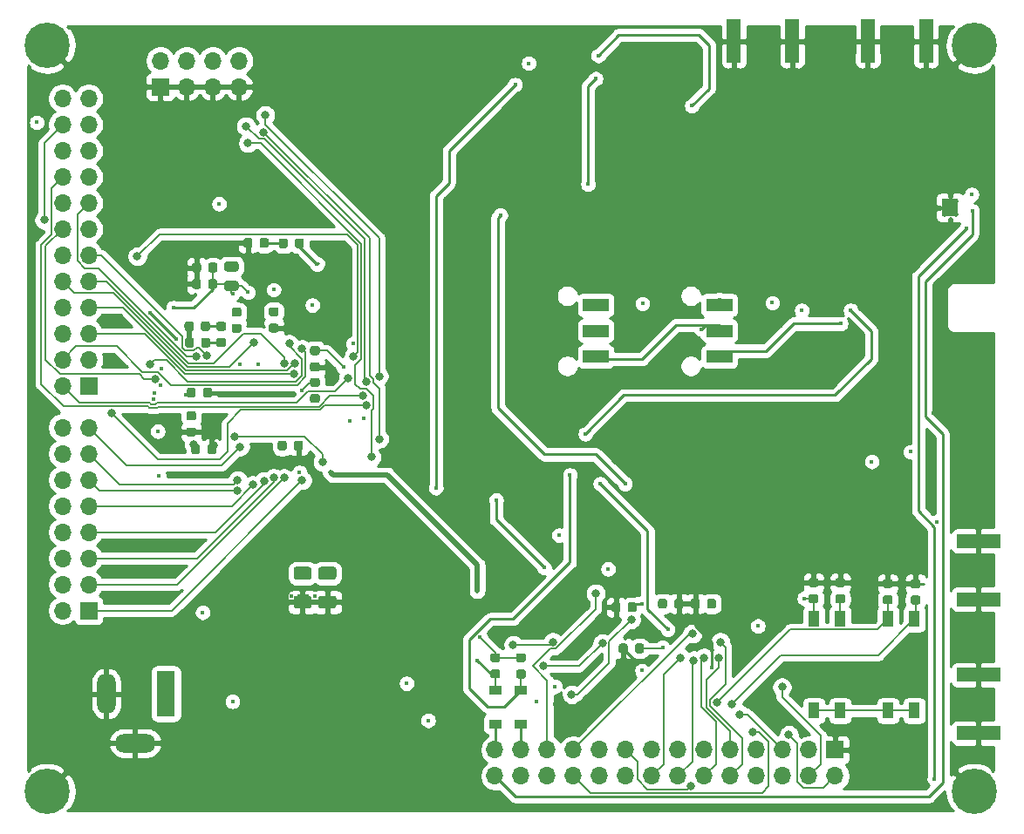
<source format=gbr>
%TF.GenerationSoftware,KiCad,Pcbnew,(5.1.6)-1*%
%TF.CreationDate,2021-04-01T20:33:04-06:00*%
%TF.ProjectId,radar_flight,72616461-725f-4666-9c69-6768742e6b69,rev?*%
%TF.SameCoordinates,Original*%
%TF.FileFunction,Copper,L4,Bot*%
%TF.FilePolarity,Positive*%
%FSLAX46Y46*%
G04 Gerber Fmt 4.6, Leading zero omitted, Abs format (unit mm)*
G04 Created by KiCad (PCBNEW (5.1.6)-1) date 2021-04-01 20:33:04*
%MOMM*%
%LPD*%
G01*
G04 APERTURE LIST*
%TA.AperFunction,ViaPad*%
%ADD10C,1.016000*%
%TD*%
%TA.AperFunction,ComponentPad*%
%ADD11C,4.400000*%
%TD*%
%TA.AperFunction,SMDPad,CuDef*%
%ADD12R,1.200000X0.900000*%
%TD*%
%TA.AperFunction,Conductor*%
%ADD13R,1.600000X1.800000*%
%TD*%
%TA.AperFunction,ViaPad*%
%ADD14C,0.500000*%
%TD*%
%TA.AperFunction,SMDPad,CuDef*%
%ADD15R,2.500000X1.250000*%
%TD*%
%TA.AperFunction,SMDPad,CuDef*%
%ADD16R,1.100000X1.500000*%
%TD*%
%TA.AperFunction,ComponentPad*%
%ADD17O,1.700000X1.700000*%
%TD*%
%TA.AperFunction,ComponentPad*%
%ADD18R,1.700000X1.700000*%
%TD*%
%TA.AperFunction,SMDPad,CuDef*%
%ADD19R,1.350000X4.200000*%
%TD*%
%TA.AperFunction,SMDPad,CuDef*%
%ADD20R,4.200000X1.350000*%
%TD*%
%TA.AperFunction,ComponentPad*%
%ADD21R,1.800000X4.400000*%
%TD*%
%TA.AperFunction,ComponentPad*%
%ADD22O,1.800000X4.000000*%
%TD*%
%TA.AperFunction,ComponentPad*%
%ADD23O,4.000000X1.800000*%
%TD*%
%TA.AperFunction,ViaPad*%
%ADD24C,0.400000*%
%TD*%
%TA.AperFunction,ViaPad*%
%ADD25C,0.800000*%
%TD*%
%TA.AperFunction,Conductor*%
%ADD26C,0.293370*%
%TD*%
%TA.AperFunction,Conductor*%
%ADD27C,0.250000*%
%TD*%
%TA.AperFunction,Conductor*%
%ADD28C,0.127000*%
%TD*%
%TA.AperFunction,Conductor*%
%ADD29C,0.500000*%
%TD*%
%TA.AperFunction,Conductor*%
%ADD30C,0.254000*%
%TD*%
G04 APERTURE END LIST*
D10*
%TO.N,GND*%
%TO.C,U18*%
X98609100Y-138414000D03*
X97339100Y-138414000D03*
X97339100Y-135874000D03*
X98609100Y-135874000D03*
X98609100Y-133334000D03*
X97339100Y-133334000D03*
X98609100Y-123174000D03*
X97339100Y-123174000D03*
X97339100Y-125714000D03*
X98609100Y-125714000D03*
X98609100Y-128254000D03*
X97339100Y-128254000D03*
X97339100Y-130794000D03*
X98609100Y-130794000D03*
X104324100Y-132572000D03*
X104324100Y-134096000D03*
X91624100Y-139176000D03*
X91624100Y-137652000D03*
X91624100Y-134096000D03*
X91624100Y-132572000D03*
X91624100Y-127492000D03*
X91624100Y-129016000D03*
X104324100Y-129016000D03*
X104324100Y-127492000D03*
X104324100Y-122412000D03*
X104324100Y-123936000D03*
%TD*%
%TO.P,C53,2*%
%TO.N,+3V3*%
%TA.AperFunction,SMDPad,CuDef*%
G36*
G01*
X121562500Y-154506250D02*
X121562500Y-153993750D01*
G75*
G02*
X121781250Y-153775000I218750J0D01*
G01*
X122218750Y-153775000D01*
G75*
G02*
X122437500Y-153993750I0J-218750D01*
G01*
X122437500Y-154506250D01*
G75*
G02*
X122218750Y-154725000I-218750J0D01*
G01*
X121781250Y-154725000D01*
G75*
G02*
X121562500Y-154506250I0J218750D01*
G01*
G37*
%TD.AperFunction*%
%TO.P,C53,1*%
%TO.N,GND*%
%TA.AperFunction,SMDPad,CuDef*%
G36*
G01*
X119987500Y-154506250D02*
X119987500Y-153993750D01*
G75*
G02*
X120206250Y-153775000I218750J0D01*
G01*
X120643750Y-153775000D01*
G75*
G02*
X120862500Y-153993750I0J-218750D01*
G01*
X120862500Y-154506250D01*
G75*
G02*
X120643750Y-154725000I-218750J0D01*
G01*
X120206250Y-154725000D01*
G75*
G02*
X119987500Y-154506250I0J218750D01*
G01*
G37*
%TD.AperFunction*%
%TD*%
%TO.P,C49,2*%
%TO.N,+3V3*%
%TA.AperFunction,SMDPad,CuDef*%
G36*
G01*
X117687500Y-153993750D02*
X117687500Y-154506250D01*
G75*
G02*
X117468750Y-154725000I-218750J0D01*
G01*
X117031250Y-154725000D01*
G75*
G02*
X116812500Y-154506250I0J218750D01*
G01*
X116812500Y-153993750D01*
G75*
G02*
X117031250Y-153775000I218750J0D01*
G01*
X117468750Y-153775000D01*
G75*
G02*
X117687500Y-153993750I0J-218750D01*
G01*
G37*
%TD.AperFunction*%
%TO.P,C49,1*%
%TO.N,GND*%
%TA.AperFunction,SMDPad,CuDef*%
G36*
G01*
X119262500Y-153993750D02*
X119262500Y-154506250D01*
G75*
G02*
X119043750Y-154725000I-218750J0D01*
G01*
X118606250Y-154725000D01*
G75*
G02*
X118387500Y-154506250I0J218750D01*
G01*
X118387500Y-153993750D01*
G75*
G02*
X118606250Y-153775000I218750J0D01*
G01*
X119043750Y-153775000D01*
G75*
G02*
X119262500Y-153993750I0J-218750D01*
G01*
G37*
%TD.AperFunction*%
%TD*%
D11*
%TO.P,H4,1*%
%TO.N,GND*%
X147500000Y-100000000D03*
%TD*%
%TO.P,H3,1*%
%TO.N,GND*%
X57500000Y-100000000D03*
%TD*%
%TO.P,H2,1*%
%TO.N,GND*%
X147500000Y-172500000D03*
%TD*%
%TO.P,H1,1*%
%TO.N,GND*%
X57500000Y-172500000D03*
%TD*%
D12*
%TO.P,D5,2*%
%TO.N,/SW1*%
X101000000Y-162650000D03*
%TO.P,D5,1*%
%TO.N,Net-(D5-Pad1)*%
X101000000Y-165950000D03*
%TD*%
%TO.P,D4,2*%
%TO.N,/SW2*%
X103500000Y-162650000D03*
%TO.P,D4,1*%
%TO.N,Net-(D4-Pad1)*%
X103500000Y-165950000D03*
%TD*%
D13*
%TO.N,GND*%
%TO.C,U17*%
X145150000Y-115775000D03*
D14*
X144600000Y-115125000D03*
X145700000Y-115125000D03*
X144600000Y-116425000D03*
X145700000Y-116425000D03*
%TD*%
D10*
%TO.N,GND*%
%TO.C,U8*%
X117540000Y-105880000D03*
X117540000Y-104610000D03*
X117540000Y-103340000D03*
X117540000Y-102070000D03*
X117540000Y-100800000D03*
%TD*%
%TO.N,GND*%
%TO.C,U7*%
X103277000Y-113490000D03*
X111659000Y-116030000D03*
X111659000Y-118570000D03*
X107468000Y-113490000D03*
X107468000Y-114760000D03*
X107468000Y-116030000D03*
X107468000Y-117300000D03*
X107468000Y-118570000D03*
%TD*%
%TO.N,GND*%
%TO.C,U4*%
X118155000Y-146745000D03*
X127045000Y-146745000D03*
X127045000Y-137855000D03*
X118155000Y-137855000D03*
X121330000Y-141030000D03*
X123870000Y-141030000D03*
X123870000Y-143570000D03*
X121330000Y-143570000D03*
%TD*%
%TO.N,GND*%
%TO.C,U3*%
X83836000Y-105609100D03*
X83836000Y-104339100D03*
X86376000Y-104339100D03*
X86376000Y-105609100D03*
X88916000Y-105609100D03*
X88916000Y-104339100D03*
X99076000Y-105609100D03*
X99076000Y-104339100D03*
X96536000Y-104339100D03*
X96536000Y-105609100D03*
X93996000Y-105609100D03*
X93996000Y-104339100D03*
X91456000Y-104339100D03*
X91456000Y-105609100D03*
X89678000Y-111324100D03*
X88154000Y-111324100D03*
X83074000Y-98624100D03*
X84598000Y-98624100D03*
X88154000Y-98624100D03*
X89678000Y-98624100D03*
X94758000Y-98624100D03*
X93234000Y-98624100D03*
X93234000Y-111324100D03*
X94758000Y-111324100D03*
X99838000Y-111324100D03*
X98314000Y-111324100D03*
%TD*%
D15*
%TO.P,SW9,3*%
%TO.N,Net-(C37-Pad1)*%
X122750000Y-125250000D03*
%TO.P,SW9,2*%
%TO.N,Net-(C34-Pad2)*%
X122750000Y-127750000D03*
%TO.P,SW9,1*%
%TO.N,Net-(C39-Pad2)*%
X122750000Y-130250000D03*
%TD*%
%TO.P,SW6,3*%
%TO.N,Net-(C30-Pad1)*%
X110750000Y-125250000D03*
%TO.P,SW6,2*%
%TO.N,Net-(SW6-Pad2)*%
X110750000Y-127750000D03*
%TO.P,SW6,1*%
%TO.N,Net-(C34-Pad2)*%
X110750000Y-130250000D03*
%TD*%
D16*
%TO.P,SW5,4*%
%TO.N,/BS[1]*%
X141670000Y-155750000D03*
%TO.P,SW5,2*%
%TO.N,+3V3*%
X139130000Y-164650000D03*
%TO.P,SW5,3*%
%TO.N,/BS[0]*%
X139130000Y-155750000D03*
%TO.P,SW5,1*%
%TO.N,+3V3*%
X141670000Y-164650000D03*
%TD*%
%TO.P,SW3,4*%
%TO.N,/MT[1]*%
X134470000Y-155750000D03*
%TO.P,SW3,2*%
%TO.N,+3V3*%
X131930000Y-164650000D03*
%TO.P,SW3,3*%
%TO.N,/MT[0]*%
X131930000Y-155750000D03*
%TO.P,SW3,1*%
%TO.N,+3V3*%
X134470000Y-164650000D03*
%TD*%
%TO.P,R22,2*%
%TO.N,+1V8*%
%TA.AperFunction,SMDPad,CuDef*%
G36*
G01*
X101256250Y-159937500D02*
X100743750Y-159937500D01*
G75*
G02*
X100525000Y-159718750I0J218750D01*
G01*
X100525000Y-159281250D01*
G75*
G02*
X100743750Y-159062500I218750J0D01*
G01*
X101256250Y-159062500D01*
G75*
G02*
X101475000Y-159281250I0J-218750D01*
G01*
X101475000Y-159718750D01*
G75*
G02*
X101256250Y-159937500I-218750J0D01*
G01*
G37*
%TD.AperFunction*%
%TO.P,R22,1*%
%TO.N,/SW1*%
%TA.AperFunction,SMDPad,CuDef*%
G36*
G01*
X101256250Y-161512500D02*
X100743750Y-161512500D01*
G75*
G02*
X100525000Y-161293750I0J218750D01*
G01*
X100525000Y-160856250D01*
G75*
G02*
X100743750Y-160637500I218750J0D01*
G01*
X101256250Y-160637500D01*
G75*
G02*
X101475000Y-160856250I0J-218750D01*
G01*
X101475000Y-161293750D01*
G75*
G02*
X101256250Y-161512500I-218750J0D01*
G01*
G37*
%TD.AperFunction*%
%TD*%
%TO.P,R21,2*%
%TO.N,+1V8*%
%TA.AperFunction,SMDPad,CuDef*%
G36*
G01*
X103756250Y-159950000D02*
X103243750Y-159950000D01*
G75*
G02*
X103025000Y-159731250I0J218750D01*
G01*
X103025000Y-159293750D01*
G75*
G02*
X103243750Y-159075000I218750J0D01*
G01*
X103756250Y-159075000D01*
G75*
G02*
X103975000Y-159293750I0J-218750D01*
G01*
X103975000Y-159731250D01*
G75*
G02*
X103756250Y-159950000I-218750J0D01*
G01*
G37*
%TD.AperFunction*%
%TO.P,R21,1*%
%TO.N,/SW2*%
%TA.AperFunction,SMDPad,CuDef*%
G36*
G01*
X103756250Y-161525000D02*
X103243750Y-161525000D01*
G75*
G02*
X103025000Y-161306250I0J218750D01*
G01*
X103025000Y-160868750D01*
G75*
G02*
X103243750Y-160650000I218750J0D01*
G01*
X103756250Y-160650000D01*
G75*
G02*
X103975000Y-160868750I0J-218750D01*
G01*
X103975000Y-161306250D01*
G75*
G02*
X103756250Y-161525000I-218750J0D01*
G01*
G37*
%TD.AperFunction*%
%TD*%
%TO.P,R15,2*%
%TO.N,/BS[0]*%
%TA.AperFunction,SMDPad,CuDef*%
G36*
G01*
X138843750Y-153437500D02*
X139356250Y-153437500D01*
G75*
G02*
X139575000Y-153656250I0J-218750D01*
G01*
X139575000Y-154093750D01*
G75*
G02*
X139356250Y-154312500I-218750J0D01*
G01*
X138843750Y-154312500D01*
G75*
G02*
X138625000Y-154093750I0J218750D01*
G01*
X138625000Y-153656250D01*
G75*
G02*
X138843750Y-153437500I218750J0D01*
G01*
G37*
%TD.AperFunction*%
%TO.P,R15,1*%
%TO.N,GND*%
%TA.AperFunction,SMDPad,CuDef*%
G36*
G01*
X138843750Y-151862500D02*
X139356250Y-151862500D01*
G75*
G02*
X139575000Y-152081250I0J-218750D01*
G01*
X139575000Y-152518750D01*
G75*
G02*
X139356250Y-152737500I-218750J0D01*
G01*
X138843750Y-152737500D01*
G75*
G02*
X138625000Y-152518750I0J218750D01*
G01*
X138625000Y-152081250D01*
G75*
G02*
X138843750Y-151862500I218750J0D01*
G01*
G37*
%TD.AperFunction*%
%TD*%
%TO.P,R14,2*%
%TO.N,/BS[1]*%
%TA.AperFunction,SMDPad,CuDef*%
G36*
G01*
X141543750Y-153462500D02*
X142056250Y-153462500D01*
G75*
G02*
X142275000Y-153681250I0J-218750D01*
G01*
X142275000Y-154118750D01*
G75*
G02*
X142056250Y-154337500I-218750J0D01*
G01*
X141543750Y-154337500D01*
G75*
G02*
X141325000Y-154118750I0J218750D01*
G01*
X141325000Y-153681250D01*
G75*
G02*
X141543750Y-153462500I218750J0D01*
G01*
G37*
%TD.AperFunction*%
%TO.P,R14,1*%
%TO.N,GND*%
%TA.AperFunction,SMDPad,CuDef*%
G36*
G01*
X141543750Y-151887500D02*
X142056250Y-151887500D01*
G75*
G02*
X142275000Y-152106250I0J-218750D01*
G01*
X142275000Y-152543750D01*
G75*
G02*
X142056250Y-152762500I-218750J0D01*
G01*
X141543750Y-152762500D01*
G75*
G02*
X141325000Y-152543750I0J218750D01*
G01*
X141325000Y-152106250D01*
G75*
G02*
X141543750Y-151887500I218750J0D01*
G01*
G37*
%TD.AperFunction*%
%TD*%
%TO.P,R12,2*%
%TO.N,/MT[0]*%
%TA.AperFunction,SMDPad,CuDef*%
G36*
G01*
X131643750Y-153337500D02*
X132156250Y-153337500D01*
G75*
G02*
X132375000Y-153556250I0J-218750D01*
G01*
X132375000Y-153993750D01*
G75*
G02*
X132156250Y-154212500I-218750J0D01*
G01*
X131643750Y-154212500D01*
G75*
G02*
X131425000Y-153993750I0J218750D01*
G01*
X131425000Y-153556250D01*
G75*
G02*
X131643750Y-153337500I218750J0D01*
G01*
G37*
%TD.AperFunction*%
%TO.P,R12,1*%
%TO.N,GND*%
%TA.AperFunction,SMDPad,CuDef*%
G36*
G01*
X131643750Y-151762500D02*
X132156250Y-151762500D01*
G75*
G02*
X132375000Y-151981250I0J-218750D01*
G01*
X132375000Y-152418750D01*
G75*
G02*
X132156250Y-152637500I-218750J0D01*
G01*
X131643750Y-152637500D01*
G75*
G02*
X131425000Y-152418750I0J218750D01*
G01*
X131425000Y-151981250D01*
G75*
G02*
X131643750Y-151762500I218750J0D01*
G01*
G37*
%TD.AperFunction*%
%TD*%
%TO.P,R11,2*%
%TO.N,/MT[1]*%
%TA.AperFunction,SMDPad,CuDef*%
G36*
G01*
X134243750Y-153350000D02*
X134756250Y-153350000D01*
G75*
G02*
X134975000Y-153568750I0J-218750D01*
G01*
X134975000Y-154006250D01*
G75*
G02*
X134756250Y-154225000I-218750J0D01*
G01*
X134243750Y-154225000D01*
G75*
G02*
X134025000Y-154006250I0J218750D01*
G01*
X134025000Y-153568750D01*
G75*
G02*
X134243750Y-153350000I218750J0D01*
G01*
G37*
%TD.AperFunction*%
%TO.P,R11,1*%
%TO.N,GND*%
%TA.AperFunction,SMDPad,CuDef*%
G36*
G01*
X134243750Y-151775000D02*
X134756250Y-151775000D01*
G75*
G02*
X134975000Y-151993750I0J-218750D01*
G01*
X134975000Y-152431250D01*
G75*
G02*
X134756250Y-152650000I-218750J0D01*
G01*
X134243750Y-152650000D01*
G75*
G02*
X134025000Y-152431250I0J218750D01*
G01*
X134025000Y-151993750D01*
G75*
G02*
X134243750Y-151775000I218750J0D01*
G01*
G37*
%TD.AperFunction*%
%TD*%
%TO.P,R5,2*%
%TO.N,Net-(R4-Pad1)*%
%TA.AperFunction,SMDPad,CuDef*%
G36*
G01*
X78137500Y-119456250D02*
X78137500Y-118943750D01*
G75*
G02*
X78356250Y-118725000I218750J0D01*
G01*
X78793750Y-118725000D01*
G75*
G02*
X79012500Y-118943750I0J-218750D01*
G01*
X79012500Y-119456250D01*
G75*
G02*
X78793750Y-119675000I-218750J0D01*
G01*
X78356250Y-119675000D01*
G75*
G02*
X78137500Y-119456250I0J218750D01*
G01*
G37*
%TD.AperFunction*%
%TO.P,R5,1*%
%TO.N,GND*%
%TA.AperFunction,SMDPad,CuDef*%
G36*
G01*
X76562500Y-119456250D02*
X76562500Y-118943750D01*
G75*
G02*
X76781250Y-118725000I218750J0D01*
G01*
X77218750Y-118725000D01*
G75*
G02*
X77437500Y-118943750I0J-218750D01*
G01*
X77437500Y-119456250D01*
G75*
G02*
X77218750Y-119675000I-218750J0D01*
G01*
X76781250Y-119675000D01*
G75*
G02*
X76562500Y-119456250I0J218750D01*
G01*
G37*
%TD.AperFunction*%
%TD*%
%TO.P,R4,2*%
%TO.N,Net-(R3-Pad1)*%
%TA.AperFunction,SMDPad,CuDef*%
G36*
G01*
X81562500Y-119506250D02*
X81562500Y-118993750D01*
G75*
G02*
X81781250Y-118775000I218750J0D01*
G01*
X82218750Y-118775000D01*
G75*
G02*
X82437500Y-118993750I0J-218750D01*
G01*
X82437500Y-119506250D01*
G75*
G02*
X82218750Y-119725000I-218750J0D01*
G01*
X81781250Y-119725000D01*
G75*
G02*
X81562500Y-119506250I0J218750D01*
G01*
G37*
%TD.AperFunction*%
%TO.P,R4,1*%
%TO.N,Net-(R4-Pad1)*%
%TA.AperFunction,SMDPad,CuDef*%
G36*
G01*
X79987500Y-119506250D02*
X79987500Y-118993750D01*
G75*
G02*
X80206250Y-118775000I218750J0D01*
G01*
X80643750Y-118775000D01*
G75*
G02*
X80862500Y-118993750I0J-218750D01*
G01*
X80862500Y-119506250D01*
G75*
G02*
X80643750Y-119725000I-218750J0D01*
G01*
X80206250Y-119725000D01*
G75*
G02*
X79987500Y-119506250I0J218750D01*
G01*
G37*
%TD.AperFunction*%
%TD*%
%TO.P,R2,2*%
%TO.N,Net-(R2-Pad2)*%
%TA.AperFunction,SMDPad,CuDef*%
G36*
G01*
X79756250Y-126337500D02*
X79243750Y-126337500D01*
G75*
G02*
X79025000Y-126118750I0J218750D01*
G01*
X79025000Y-125681250D01*
G75*
G02*
X79243750Y-125462500I218750J0D01*
G01*
X79756250Y-125462500D01*
G75*
G02*
X79975000Y-125681250I0J-218750D01*
G01*
X79975000Y-126118750D01*
G75*
G02*
X79756250Y-126337500I-218750J0D01*
G01*
G37*
%TD.AperFunction*%
%TO.P,R2,1*%
%TO.N,GND*%
%TA.AperFunction,SMDPad,CuDef*%
G36*
G01*
X79756250Y-127912500D02*
X79243750Y-127912500D01*
G75*
G02*
X79025000Y-127693750I0J218750D01*
G01*
X79025000Y-127256250D01*
G75*
G02*
X79243750Y-127037500I218750J0D01*
G01*
X79756250Y-127037500D01*
G75*
G02*
X79975000Y-127256250I0J-218750D01*
G01*
X79975000Y-127693750D01*
G75*
G02*
X79756250Y-127912500I-218750J0D01*
G01*
G37*
%TD.AperFunction*%
%TD*%
%TO.P,R1,2*%
%TO.N,Net-(C3-Pad1)*%
%TA.AperFunction,SMDPad,CuDef*%
G36*
G01*
X72462500Y-129156250D02*
X72462500Y-128643750D01*
G75*
G02*
X72681250Y-128425000I218750J0D01*
G01*
X73118750Y-128425000D01*
G75*
G02*
X73337500Y-128643750I0J-218750D01*
G01*
X73337500Y-129156250D01*
G75*
G02*
X73118750Y-129375000I-218750J0D01*
G01*
X72681250Y-129375000D01*
G75*
G02*
X72462500Y-129156250I0J218750D01*
G01*
G37*
%TD.AperFunction*%
%TO.P,R1,1*%
%TO.N,Net-(C4-Pad1)*%
%TA.AperFunction,SMDPad,CuDef*%
G36*
G01*
X70887500Y-129156250D02*
X70887500Y-128643750D01*
G75*
G02*
X71106250Y-128425000I218750J0D01*
G01*
X71543750Y-128425000D01*
G75*
G02*
X71762500Y-128643750I0J-218750D01*
G01*
X71762500Y-129156250D01*
G75*
G02*
X71543750Y-129375000I-218750J0D01*
G01*
X71106250Y-129375000D01*
G75*
G02*
X70887500Y-129156250I0J218750D01*
G01*
G37*
%TD.AperFunction*%
%TD*%
D17*
%TO.P,J10,16*%
%TO.N,/D15*%
X59000000Y-137140000D03*
%TO.P,J10,15*%
%TO.N,/D7*%
X61540000Y-137140000D03*
%TO.P,J10,14*%
%TO.N,/D14*%
X59000000Y-139680000D03*
%TO.P,J10,13*%
%TO.N,/D6*%
X61540000Y-139680000D03*
%TO.P,J10,12*%
%TO.N,/D13*%
X59000000Y-142220000D03*
%TO.P,J10,11*%
%TO.N,/D5*%
X61540000Y-142220000D03*
%TO.P,J10,10*%
%TO.N,/D12*%
X59000000Y-144760000D03*
%TO.P,J10,9*%
%TO.N,/D4*%
X61540000Y-144760000D03*
%TO.P,J10,8*%
%TO.N,/D11*%
X59000000Y-147300000D03*
%TO.P,J10,7*%
%TO.N,/D3*%
X61540000Y-147300000D03*
%TO.P,J10,6*%
%TO.N,/D10*%
X59000000Y-149840000D03*
%TO.P,J10,5*%
%TO.N,/D2*%
X61540000Y-149840000D03*
%TO.P,J10,4*%
%TO.N,/D9*%
X59000000Y-152380000D03*
%TO.P,J10,3*%
%TO.N,/D1*%
X61540000Y-152380000D03*
%TO.P,J10,2*%
%TO.N,/D8*%
X59000000Y-154920000D03*
D18*
%TO.P,J10,1*%
%TO.N,/D0*%
X61540000Y-154920000D03*
%TD*%
D17*
%TO.P,J9,24*%
%TO.N,/SYNC_CLK*%
X59000000Y-105160000D03*
%TO.P,J9,23*%
%TO.N,/DRHOLD*%
X61540000Y-105160000D03*
%TO.P,J9,22*%
%TO.N,/PLLLOCK*%
X59000000Y-107700000D03*
%TO.P,J9,21*%
%TO.N,/DRCTL*%
X61540000Y-107700000D03*
%TO.P,J9,20*%
%TO.N,/PDCLK*%
X59000000Y-110240000D03*
%TO.P,J9,19*%
%TO.N,/F1*%
X61540000Y-110240000D03*
%TO.P,J9,18*%
%TO.N,/DROVER*%
X59000000Y-112780000D03*
%TO.P,J9,17*%
%TO.N,/F0*%
X61540000Y-112780000D03*
%TO.P,J9,16*%
%TO.N,/RSOVER*%
X59000000Y-115320000D03*
%TO.P,J9,15*%
%TO.N,/TXE*%
X61540000Y-115320000D03*
%TO.P,J9,14*%
%TO.N,/SYNC_ERR*%
X59000000Y-117860000D03*
%TO.P,J9,13*%
%TO.N,/IO_UPDATE*%
X61540000Y-117860000D03*
%TO.P,J9,12*%
%TO.N,GND*%
X59000000Y-120400000D03*
%TO.P,J9,11*%
%TO.N,/OSK*%
X61540000Y-120400000D03*
%TO.P,J9,10*%
%TO.N,/IO_RST*%
X59000000Y-122940000D03*
%TO.P,J9,9*%
%TO.N,/PF2*%
X61540000Y-122940000D03*
%TO.P,J9,8*%
%TO.N,/~CS*%
X59000000Y-125480000D03*
%TO.P,J9,7*%
%TO.N,/PF1*%
X61540000Y-125480000D03*
%TO.P,J9,6*%
%TO.N,/SDO*%
X59000000Y-128020000D03*
%TO.P,J9,5*%
%TO.N,/PF0*%
X61540000Y-128020000D03*
%TO.P,J9,4*%
%TO.N,/SDIO*%
X59000000Y-130560000D03*
%TO.P,J9,3*%
%TO.N,/PWRDN*%
X61540000Y-130560000D03*
%TO.P,J9,2*%
%TO.N,/SCLK*%
X59000000Y-133100000D03*
D18*
%TO.P,J9,1*%
%TO.N,/RST*%
X61540000Y-133100000D03*
%TD*%
D17*
%TO.P,J8,8*%
%TO.N,-5V*%
X76120000Y-101500000D03*
%TO.P,J8,7*%
%TO.N,GND*%
X76120000Y-104040000D03*
%TO.P,J8,6*%
%TO.N,+5V*%
X73580000Y-101500000D03*
%TO.P,J8,5*%
%TO.N,GND*%
X73580000Y-104040000D03*
%TO.P,J8,4*%
%TO.N,+3V3*%
X71040000Y-101500000D03*
%TO.P,J8,3*%
%TO.N,GND*%
X71040000Y-104040000D03*
%TO.P,J8,2*%
%TO.N,+1V8*%
X68500000Y-101500000D03*
D18*
%TO.P,J8,1*%
%TO.N,GND*%
X68500000Y-104040000D03*
%TD*%
D17*
%TO.P,J7,28*%
%TO.N,/SW3b*%
X100980000Y-171000000D03*
%TO.P,J7,27*%
%TO.N,Net-(D5-Pad1)*%
X100980000Y-168460000D03*
%TO.P,J7,26*%
%TO.N,/SW3a*%
X103520000Y-171000000D03*
%TO.P,J7,25*%
%TO.N,Net-(D4-Pad1)*%
X103520000Y-168460000D03*
%TO.P,J7,24*%
%TO.N,GND*%
X106060000Y-171000000D03*
%TO.P,J7,23*%
%TO.N,/CLKEN*%
X106060000Y-168460000D03*
%TO.P,J7,22*%
%TO.N,/ASW*%
X108600000Y-171000000D03*
%TO.P,J7,21*%
%TO.N,/PDADC*%
X108600000Y-168460000D03*
%TO.P,J7,20*%
%TO.N,/EF*%
X111140000Y-171000000D03*
%TO.P,J7,19*%
%TO.N,/PD*%
X111140000Y-168460000D03*
%TO.P,J7,18*%
%TO.N,/FF*%
X113680000Y-171000000D03*
%TO.P,J7,17*%
%TO.N,/REN*%
X113680000Y-168460000D03*
%TO.P,J7,16*%
%TO.N,/ADC_D7*%
X116220000Y-171000000D03*
%TO.P,J7,15*%
%TO.N,/WEN*%
X116220000Y-168460000D03*
%TO.P,J7,14*%
%TO.N,/ADC_D6*%
X118760000Y-171000000D03*
%TO.P,J7,13*%
%TO.N,/RCLK*%
X118760000Y-168460000D03*
%TO.P,J7,12*%
%TO.N,/ADC_D5*%
X121300000Y-171000000D03*
%TO.P,J7,11*%
%TO.N,/RESET*%
X121300000Y-168460000D03*
%TO.P,J7,10*%
%TO.N,/ADC_D4*%
X123840000Y-171000000D03*
%TO.P,J7,9*%
%TO.N,/DRDY*%
X123840000Y-168460000D03*
%TO.P,J7,8*%
%TO.N,/ADC_D3*%
X126380000Y-171000000D03*
%TO.P,J7,7*%
%TO.N,/WENSYNC*%
X126380000Y-168460000D03*
%TO.P,J7,6*%
%TO.N,/ADC_D2*%
X128920000Y-171000000D03*
%TO.P,J7,5*%
%TO.N,/OEDGE*%
X128920000Y-168460000D03*
%TO.P,J7,4*%
%TO.N,/ADC_D1*%
X131460000Y-171000000D03*
%TO.P,J7,3*%
%TO.N,/OE*%
X131460000Y-168460000D03*
%TO.P,J7,2*%
%TO.N,/ADC_D0*%
X134000000Y-171000000D03*
D18*
%TO.P,J7,1*%
%TO.N,GND*%
X134000000Y-168460000D03*
%TD*%
D19*
%TO.P,J6,2*%
%TO.N,GND*%
X137175000Y-99600000D03*
X142825000Y-99600000D03*
%TD*%
D20*
%TO.P,J5,2*%
%TO.N,GND*%
X147900000Y-161175000D03*
X147900000Y-166825000D03*
%TD*%
D19*
%TO.P,J4,2*%
%TO.N,GND*%
X124175000Y-99600000D03*
X129825000Y-99600000D03*
%TD*%
D20*
%TO.P,J3,2*%
%TO.N,GND*%
X147900000Y-148175000D03*
X147900000Y-153825000D03*
%TD*%
D21*
%TO.P,J2,1*%
%TO.N,Net-(FB3-Pad2)*%
X69050000Y-163000000D03*
D22*
%TO.P,J2,2*%
%TO.N,GND*%
X63250000Y-163000000D03*
D23*
%TO.P,J2,3*%
X66050000Y-167800000D03*
%TD*%
%TO.P,FB2,2*%
%TO.N,+1V8*%
%TA.AperFunction,SMDPad,CuDef*%
G36*
G01*
X75856250Y-121987500D02*
X74943750Y-121987500D01*
G75*
G02*
X74700000Y-121743750I0J243750D01*
G01*
X74700000Y-121256250D01*
G75*
G02*
X74943750Y-121012500I243750J0D01*
G01*
X75856250Y-121012500D01*
G75*
G02*
X76100000Y-121256250I0J-243750D01*
G01*
X76100000Y-121743750D01*
G75*
G02*
X75856250Y-121987500I-243750J0D01*
G01*
G37*
%TD.AperFunction*%
%TO.P,FB2,1*%
%TO.N,/AV18*%
%TA.AperFunction,SMDPad,CuDef*%
G36*
G01*
X75856250Y-123862500D02*
X74943750Y-123862500D01*
G75*
G02*
X74700000Y-123618750I0J243750D01*
G01*
X74700000Y-123131250D01*
G75*
G02*
X74943750Y-122887500I243750J0D01*
G01*
X75856250Y-122887500D01*
G75*
G02*
X76100000Y-123131250I0J-243750D01*
G01*
X76100000Y-123618750D01*
G75*
G02*
X75856250Y-123862500I-243750J0D01*
G01*
G37*
%TD.AperFunction*%
%TD*%
%TO.P,C35,2*%
%TO.N,GND*%
%TA.AperFunction,SMDPad,CuDef*%
G36*
G01*
X113862500Y-158343750D02*
X113862500Y-158856250D01*
G75*
G02*
X113643750Y-159075000I-218750J0D01*
G01*
X113206250Y-159075000D01*
G75*
G02*
X112987500Y-158856250I0J218750D01*
G01*
X112987500Y-158343750D01*
G75*
G02*
X113206250Y-158125000I218750J0D01*
G01*
X113643750Y-158125000D01*
G75*
G02*
X113862500Y-158343750I0J-218750D01*
G01*
G37*
%TD.AperFunction*%
%TO.P,C35,1*%
%TO.N,Net-(C35-Pad1)*%
%TA.AperFunction,SMDPad,CuDef*%
G36*
G01*
X115437500Y-158343750D02*
X115437500Y-158856250D01*
G75*
G02*
X115218750Y-159075000I-218750J0D01*
G01*
X114781250Y-159075000D01*
G75*
G02*
X114562500Y-158856250I0J218750D01*
G01*
X114562500Y-158343750D01*
G75*
G02*
X114781250Y-158125000I218750J0D01*
G01*
X115218750Y-158125000D01*
G75*
G02*
X115437500Y-158343750I0J-218750D01*
G01*
G37*
%TD.AperFunction*%
%TD*%
%TO.P,C29,2*%
%TO.N,+5V*%
%TA.AperFunction,SMDPad,CuDef*%
G36*
G01*
X85325000Y-151925000D02*
X84075000Y-151925000D01*
G75*
G02*
X83825000Y-151675000I0J250000D01*
G01*
X83825000Y-150925000D01*
G75*
G02*
X84075000Y-150675000I250000J0D01*
G01*
X85325000Y-150675000D01*
G75*
G02*
X85575000Y-150925000I0J-250000D01*
G01*
X85575000Y-151675000D01*
G75*
G02*
X85325000Y-151925000I-250000J0D01*
G01*
G37*
%TD.AperFunction*%
%TO.P,C29,1*%
%TO.N,GND*%
%TA.AperFunction,SMDPad,CuDef*%
G36*
G01*
X85325000Y-154725000D02*
X84075000Y-154725000D01*
G75*
G02*
X83825000Y-154475000I0J250000D01*
G01*
X83825000Y-153725000D01*
G75*
G02*
X84075000Y-153475000I250000J0D01*
G01*
X85325000Y-153475000D01*
G75*
G02*
X85575000Y-153725000I0J-250000D01*
G01*
X85575000Y-154475000D01*
G75*
G02*
X85325000Y-154725000I-250000J0D01*
G01*
G37*
%TD.AperFunction*%
%TD*%
%TO.P,C27,2*%
%TO.N,+5V*%
%TA.AperFunction,SMDPad,CuDef*%
G36*
G01*
X82925000Y-151925000D02*
X81675000Y-151925000D01*
G75*
G02*
X81425000Y-151675000I0J250000D01*
G01*
X81425000Y-150925000D01*
G75*
G02*
X81675000Y-150675000I250000J0D01*
G01*
X82925000Y-150675000D01*
G75*
G02*
X83175000Y-150925000I0J-250000D01*
G01*
X83175000Y-151675000D01*
G75*
G02*
X82925000Y-151925000I-250000J0D01*
G01*
G37*
%TD.AperFunction*%
%TO.P,C27,1*%
%TO.N,GND*%
%TA.AperFunction,SMDPad,CuDef*%
G36*
G01*
X82925000Y-154725000D02*
X81675000Y-154725000D01*
G75*
G02*
X81425000Y-154475000I0J250000D01*
G01*
X81425000Y-153725000D01*
G75*
G02*
X81675000Y-153475000I250000J0D01*
G01*
X82925000Y-153475000D01*
G75*
G02*
X83175000Y-153725000I0J-250000D01*
G01*
X83175000Y-154475000D01*
G75*
G02*
X82925000Y-154725000I-250000J0D01*
G01*
G37*
%TD.AperFunction*%
%TD*%
%TO.P,C17,2*%
%TO.N,+3V3*%
%TA.AperFunction,SMDPad,CuDef*%
G36*
G01*
X83756250Y-130112500D02*
X83243750Y-130112500D01*
G75*
G02*
X83025000Y-129893750I0J218750D01*
G01*
X83025000Y-129456250D01*
G75*
G02*
X83243750Y-129237500I218750J0D01*
G01*
X83756250Y-129237500D01*
G75*
G02*
X83975000Y-129456250I0J-218750D01*
G01*
X83975000Y-129893750D01*
G75*
G02*
X83756250Y-130112500I-218750J0D01*
G01*
G37*
%TD.AperFunction*%
%TO.P,C17,1*%
%TO.N,GND*%
%TA.AperFunction,SMDPad,CuDef*%
G36*
G01*
X83756250Y-131687500D02*
X83243750Y-131687500D01*
G75*
G02*
X83025000Y-131468750I0J218750D01*
G01*
X83025000Y-131031250D01*
G75*
G02*
X83243750Y-130812500I218750J0D01*
G01*
X83756250Y-130812500D01*
G75*
G02*
X83975000Y-131031250I0J-218750D01*
G01*
X83975000Y-131468750D01*
G75*
G02*
X83756250Y-131687500I-218750J0D01*
G01*
G37*
%TD.AperFunction*%
%TD*%
%TO.P,C15,2*%
%TO.N,+3V3*%
%TA.AperFunction,SMDPad,CuDef*%
G36*
G01*
X71937500Y-133493750D02*
X71937500Y-134006250D01*
G75*
G02*
X71718750Y-134225000I-218750J0D01*
G01*
X71281250Y-134225000D01*
G75*
G02*
X71062500Y-134006250I0J218750D01*
G01*
X71062500Y-133493750D01*
G75*
G02*
X71281250Y-133275000I218750J0D01*
G01*
X71718750Y-133275000D01*
G75*
G02*
X71937500Y-133493750I0J-218750D01*
G01*
G37*
%TD.AperFunction*%
%TO.P,C15,1*%
%TO.N,GND*%
%TA.AperFunction,SMDPad,CuDef*%
G36*
G01*
X73512500Y-133493750D02*
X73512500Y-134006250D01*
G75*
G02*
X73293750Y-134225000I-218750J0D01*
G01*
X72856250Y-134225000D01*
G75*
G02*
X72637500Y-134006250I0J218750D01*
G01*
X72637500Y-133493750D01*
G75*
G02*
X72856250Y-133275000I218750J0D01*
G01*
X73293750Y-133275000D01*
G75*
G02*
X73512500Y-133493750I0J-218750D01*
G01*
G37*
%TD.AperFunction*%
%TD*%
%TO.P,C14,2*%
%TO.N,+3V3*%
%TA.AperFunction,SMDPad,CuDef*%
G36*
G01*
X71756250Y-136437500D02*
X71243750Y-136437500D01*
G75*
G02*
X71025000Y-136218750I0J218750D01*
G01*
X71025000Y-135781250D01*
G75*
G02*
X71243750Y-135562500I218750J0D01*
G01*
X71756250Y-135562500D01*
G75*
G02*
X71975000Y-135781250I0J-218750D01*
G01*
X71975000Y-136218750D01*
G75*
G02*
X71756250Y-136437500I-218750J0D01*
G01*
G37*
%TD.AperFunction*%
%TO.P,C14,1*%
%TO.N,GND*%
%TA.AperFunction,SMDPad,CuDef*%
G36*
G01*
X71756250Y-138012500D02*
X71243750Y-138012500D01*
G75*
G02*
X71025000Y-137793750I0J218750D01*
G01*
X71025000Y-137356250D01*
G75*
G02*
X71243750Y-137137500I218750J0D01*
G01*
X71756250Y-137137500D01*
G75*
G02*
X71975000Y-137356250I0J-218750D01*
G01*
X71975000Y-137793750D01*
G75*
G02*
X71756250Y-138012500I-218750J0D01*
G01*
G37*
%TD.AperFunction*%
%TD*%
%TO.P,C13,2*%
%TO.N,+3V3*%
%TA.AperFunction,SMDPad,CuDef*%
G36*
G01*
X72362500Y-138993750D02*
X72362500Y-139506250D01*
G75*
G02*
X72143750Y-139725000I-218750J0D01*
G01*
X71706250Y-139725000D01*
G75*
G02*
X71487500Y-139506250I0J218750D01*
G01*
X71487500Y-138993750D01*
G75*
G02*
X71706250Y-138775000I218750J0D01*
G01*
X72143750Y-138775000D01*
G75*
G02*
X72362500Y-138993750I0J-218750D01*
G01*
G37*
%TD.AperFunction*%
%TO.P,C13,1*%
%TO.N,GND*%
%TA.AperFunction,SMDPad,CuDef*%
G36*
G01*
X73937500Y-138993750D02*
X73937500Y-139506250D01*
G75*
G02*
X73718750Y-139725000I-218750J0D01*
G01*
X73281250Y-139725000D01*
G75*
G02*
X73062500Y-139506250I0J218750D01*
G01*
X73062500Y-138993750D01*
G75*
G02*
X73281250Y-138775000I218750J0D01*
G01*
X73718750Y-138775000D01*
G75*
G02*
X73937500Y-138993750I0J-218750D01*
G01*
G37*
%TD.AperFunction*%
%TD*%
%TO.P,C12,2*%
%TO.N,VA*%
%TA.AperFunction,SMDPad,CuDef*%
G36*
G01*
X113862500Y-154856250D02*
X113862500Y-154343750D01*
G75*
G02*
X114081250Y-154125000I218750J0D01*
G01*
X114518750Y-154125000D01*
G75*
G02*
X114737500Y-154343750I0J-218750D01*
G01*
X114737500Y-154856250D01*
G75*
G02*
X114518750Y-155075000I-218750J0D01*
G01*
X114081250Y-155075000D01*
G75*
G02*
X113862500Y-154856250I0J218750D01*
G01*
G37*
%TD.AperFunction*%
%TO.P,C12,1*%
%TO.N,GND*%
%TA.AperFunction,SMDPad,CuDef*%
G36*
G01*
X112287500Y-154856250D02*
X112287500Y-154343750D01*
G75*
G02*
X112506250Y-154125000I218750J0D01*
G01*
X112943750Y-154125000D01*
G75*
G02*
X113162500Y-154343750I0J-218750D01*
G01*
X113162500Y-154856250D01*
G75*
G02*
X112943750Y-155075000I-218750J0D01*
G01*
X112506250Y-155075000D01*
G75*
G02*
X112287500Y-154856250I0J218750D01*
G01*
G37*
%TD.AperFunction*%
%TD*%
%TO.P,C11,2*%
%TO.N,GND*%
%TA.AperFunction,SMDPad,CuDef*%
G36*
G01*
X72437500Y-122943750D02*
X72437500Y-123456250D01*
G75*
G02*
X72218750Y-123675000I-218750J0D01*
G01*
X71781250Y-123675000D01*
G75*
G02*
X71562500Y-123456250I0J218750D01*
G01*
X71562500Y-122943750D01*
G75*
G02*
X71781250Y-122725000I218750J0D01*
G01*
X72218750Y-122725000D01*
G75*
G02*
X72437500Y-122943750I0J-218750D01*
G01*
G37*
%TD.AperFunction*%
%TO.P,C11,1*%
%TO.N,/AV18*%
%TA.AperFunction,SMDPad,CuDef*%
G36*
G01*
X74012500Y-122943750D02*
X74012500Y-123456250D01*
G75*
G02*
X73793750Y-123675000I-218750J0D01*
G01*
X73356250Y-123675000D01*
G75*
G02*
X73137500Y-123456250I0J218750D01*
G01*
X73137500Y-122943750D01*
G75*
G02*
X73356250Y-122725000I218750J0D01*
G01*
X73793750Y-122725000D01*
G75*
G02*
X74012500Y-122943750I0J-218750D01*
G01*
G37*
%TD.AperFunction*%
%TD*%
%TO.P,C10,2*%
%TO.N,+3V3*%
%TA.AperFunction,SMDPad,CuDef*%
G36*
G01*
X80762500Y-138643750D02*
X80762500Y-139156250D01*
G75*
G02*
X80543750Y-139375000I-218750J0D01*
G01*
X80106250Y-139375000D01*
G75*
G02*
X79887500Y-139156250I0J218750D01*
G01*
X79887500Y-138643750D01*
G75*
G02*
X80106250Y-138425000I218750J0D01*
G01*
X80543750Y-138425000D01*
G75*
G02*
X80762500Y-138643750I0J-218750D01*
G01*
G37*
%TD.AperFunction*%
%TO.P,C10,1*%
%TO.N,GND*%
%TA.AperFunction,SMDPad,CuDef*%
G36*
G01*
X82337500Y-138643750D02*
X82337500Y-139156250D01*
G75*
G02*
X82118750Y-139375000I-218750J0D01*
G01*
X81681250Y-139375000D01*
G75*
G02*
X81462500Y-139156250I0J218750D01*
G01*
X81462500Y-138643750D01*
G75*
G02*
X81681250Y-138425000I218750J0D01*
G01*
X82118750Y-138425000D01*
G75*
G02*
X82337500Y-138643750I0J-218750D01*
G01*
G37*
%TD.AperFunction*%
%TD*%
%TO.P,C9,2*%
%TO.N,+1V8*%
%TA.AperFunction,SMDPad,CuDef*%
G36*
G01*
X83756250Y-133187500D02*
X83243750Y-133187500D01*
G75*
G02*
X83025000Y-132968750I0J218750D01*
G01*
X83025000Y-132531250D01*
G75*
G02*
X83243750Y-132312500I218750J0D01*
G01*
X83756250Y-132312500D01*
G75*
G02*
X83975000Y-132531250I0J-218750D01*
G01*
X83975000Y-132968750D01*
G75*
G02*
X83756250Y-133187500I-218750J0D01*
G01*
G37*
%TD.AperFunction*%
%TO.P,C9,1*%
%TO.N,GND*%
%TA.AperFunction,SMDPad,CuDef*%
G36*
G01*
X83756250Y-134762500D02*
X83243750Y-134762500D01*
G75*
G02*
X83025000Y-134543750I0J218750D01*
G01*
X83025000Y-134106250D01*
G75*
G02*
X83243750Y-133887500I218750J0D01*
G01*
X83756250Y-133887500D01*
G75*
G02*
X83975000Y-134106250I0J-218750D01*
G01*
X83975000Y-134543750D01*
G75*
G02*
X83756250Y-134762500I-218750J0D01*
G01*
G37*
%TD.AperFunction*%
%TD*%
%TO.P,C8,2*%
%TO.N,/AV18*%
%TA.AperFunction,SMDPad,CuDef*%
G36*
G01*
X73150000Y-121856250D02*
X73150000Y-121343750D01*
G75*
G02*
X73368750Y-121125000I218750J0D01*
G01*
X73806250Y-121125000D01*
G75*
G02*
X74025000Y-121343750I0J-218750D01*
G01*
X74025000Y-121856250D01*
G75*
G02*
X73806250Y-122075000I-218750J0D01*
G01*
X73368750Y-122075000D01*
G75*
G02*
X73150000Y-121856250I0J218750D01*
G01*
G37*
%TD.AperFunction*%
%TO.P,C8,1*%
%TO.N,GND*%
%TA.AperFunction,SMDPad,CuDef*%
G36*
G01*
X71575000Y-121856250D02*
X71575000Y-121343750D01*
G75*
G02*
X71793750Y-121125000I218750J0D01*
G01*
X72231250Y-121125000D01*
G75*
G02*
X72450000Y-121343750I0J-218750D01*
G01*
X72450000Y-121856250D01*
G75*
G02*
X72231250Y-122075000I-218750J0D01*
G01*
X71793750Y-122075000D01*
G75*
G02*
X71575000Y-121856250I0J218750D01*
G01*
G37*
%TD.AperFunction*%
%TD*%
%TO.P,C5,2*%
%TO.N,GND*%
%TA.AperFunction,SMDPad,CuDef*%
G36*
G01*
X75643750Y-127062500D02*
X76156250Y-127062500D01*
G75*
G02*
X76375000Y-127281250I0J-218750D01*
G01*
X76375000Y-127718750D01*
G75*
G02*
X76156250Y-127937500I-218750J0D01*
G01*
X75643750Y-127937500D01*
G75*
G02*
X75425000Y-127718750I0J218750D01*
G01*
X75425000Y-127281250D01*
G75*
G02*
X75643750Y-127062500I218750J0D01*
G01*
G37*
%TD.AperFunction*%
%TO.P,C5,1*%
%TO.N,Net-(C5-Pad1)*%
%TA.AperFunction,SMDPad,CuDef*%
G36*
G01*
X75643750Y-125487500D02*
X76156250Y-125487500D01*
G75*
G02*
X76375000Y-125706250I0J-218750D01*
G01*
X76375000Y-126143750D01*
G75*
G02*
X76156250Y-126362500I-218750J0D01*
G01*
X75643750Y-126362500D01*
G75*
G02*
X75425000Y-126143750I0J218750D01*
G01*
X75425000Y-125706250D01*
G75*
G02*
X75643750Y-125487500I218750J0D01*
G01*
G37*
%TD.AperFunction*%
%TD*%
%TO.P,C4,2*%
%TO.N,+1V8*%
%TA.AperFunction,SMDPad,CuDef*%
G36*
G01*
X72437500Y-127556250D02*
X72437500Y-127043750D01*
G75*
G02*
X72656250Y-126825000I218750J0D01*
G01*
X73093750Y-126825000D01*
G75*
G02*
X73312500Y-127043750I0J-218750D01*
G01*
X73312500Y-127556250D01*
G75*
G02*
X73093750Y-127775000I-218750J0D01*
G01*
X72656250Y-127775000D01*
G75*
G02*
X72437500Y-127556250I0J218750D01*
G01*
G37*
%TD.AperFunction*%
%TO.P,C4,1*%
%TO.N,Net-(C4-Pad1)*%
%TA.AperFunction,SMDPad,CuDef*%
G36*
G01*
X70862500Y-127556250D02*
X70862500Y-127043750D01*
G75*
G02*
X71081250Y-126825000I218750J0D01*
G01*
X71518750Y-126825000D01*
G75*
G02*
X71737500Y-127043750I0J-218750D01*
G01*
X71737500Y-127556250D01*
G75*
G02*
X71518750Y-127775000I-218750J0D01*
G01*
X71081250Y-127775000D01*
G75*
G02*
X70862500Y-127556250I0J218750D01*
G01*
G37*
%TD.AperFunction*%
%TD*%
%TO.P,C3,2*%
%TO.N,+1V8*%
%TA.AperFunction,SMDPad,CuDef*%
G36*
G01*
X74656250Y-127737500D02*
X74143750Y-127737500D01*
G75*
G02*
X73925000Y-127518750I0J218750D01*
G01*
X73925000Y-127081250D01*
G75*
G02*
X74143750Y-126862500I218750J0D01*
G01*
X74656250Y-126862500D01*
G75*
G02*
X74875000Y-127081250I0J-218750D01*
G01*
X74875000Y-127518750D01*
G75*
G02*
X74656250Y-127737500I-218750J0D01*
G01*
G37*
%TD.AperFunction*%
%TO.P,C3,1*%
%TO.N,Net-(C3-Pad1)*%
%TA.AperFunction,SMDPad,CuDef*%
G36*
G01*
X74656250Y-129312500D02*
X74143750Y-129312500D01*
G75*
G02*
X73925000Y-129093750I0J218750D01*
G01*
X73925000Y-128656250D01*
G75*
G02*
X74143750Y-128437500I218750J0D01*
G01*
X74656250Y-128437500D01*
G75*
G02*
X74875000Y-128656250I0J-218750D01*
G01*
X74875000Y-129093750D01*
G75*
G02*
X74656250Y-129312500I-218750J0D01*
G01*
G37*
%TD.AperFunction*%
%TD*%
D24*
%TO.N,GND*%
X83500000Y-157000000D03*
X81250000Y-157000000D03*
X82000000Y-157000000D03*
X83500000Y-153500000D03*
X81250000Y-153500000D03*
X82000000Y-153500000D03*
X137000000Y-99500000D03*
X142750000Y-99500000D03*
X137500000Y-138750000D03*
X143000000Y-137750000D03*
X143500000Y-135750000D03*
X144750000Y-131500000D03*
X144000000Y-124000000D03*
X144000000Y-127250000D03*
X128750000Y-127250000D03*
X129500000Y-123500000D03*
X115500000Y-127750000D03*
X81000000Y-170750000D03*
X81750000Y-170750000D03*
X82500000Y-170750000D03*
X82500000Y-170000000D03*
X81750000Y-170000000D03*
X81000000Y-170000000D03*
X86750000Y-173000000D03*
X91750000Y-173000000D03*
X91000000Y-165750000D03*
X95750000Y-170750000D03*
X94500000Y-168500000D03*
X74750000Y-158000000D03*
X74750000Y-161000000D03*
X84000000Y-145500000D03*
X82750000Y-157000000D03*
X84500000Y-154000000D03*
X82750000Y-153500000D03*
X92250000Y-150000000D03*
X93500000Y-151750000D03*
X92250000Y-154250000D03*
X94000000Y-155000000D03*
X94250000Y-157000000D03*
X90000000Y-156000000D03*
X90000000Y-154000000D03*
X90000000Y-151750000D03*
X147750000Y-148250000D03*
X147750000Y-153750000D03*
X148000000Y-161000000D03*
X148000000Y-166750000D03*
X132500000Y-144250000D03*
X135750000Y-147250000D03*
X132000000Y-152250000D03*
X139000000Y-152500000D03*
X78000000Y-131000000D03*
X76250000Y-131000000D03*
X75500000Y-133750000D03*
X79250000Y-133750000D03*
X78250000Y-133750000D03*
X76750000Y-133750000D03*
X86500000Y-123000000D03*
X72000000Y-123250000D03*
X72500000Y-115500000D03*
X76750000Y-119250000D03*
X81000000Y-121250000D03*
X78500000Y-116250000D03*
X143000000Y-115500000D03*
X131000000Y-111000000D03*
X136500000Y-111000000D03*
X136500000Y-116250000D03*
X131000000Y-116250000D03*
X130250000Y-99750000D03*
X124250000Y-99750000D03*
D25*
X73659998Y-138873140D03*
D24*
X71750000Y-120250000D03*
X75900000Y-127500000D03*
X79500000Y-127475000D03*
X70000000Y-128500000D03*
X67500000Y-126000000D03*
X83500000Y-131250000D03*
X86750000Y-125500000D03*
X126500000Y-158000000D03*
X122000000Y-160500000D03*
X122000000Y-158750000D03*
X120425000Y-154250000D03*
X118825000Y-154250000D03*
X109500000Y-161500000D03*
X108500000Y-159399998D03*
X106750000Y-164000000D03*
X141925000Y-152325000D03*
X135250000Y-152250000D03*
X81900000Y-138900000D03*
X83521502Y-134303498D03*
X72012500Y-121600000D03*
X104781250Y-103781250D03*
X117000000Y-123500000D03*
X139000000Y-126250000D03*
X107750000Y-161500000D03*
X112725000Y-154600000D03*
D25*
X71399990Y-137557963D03*
D24*
X67955031Y-133796434D03*
X68500000Y-133000000D03*
X114750000Y-160000000D03*
X114250000Y-157500000D03*
X105750000Y-149250000D03*
X105312500Y-145825000D03*
X68250000Y-148500000D03*
X68250000Y-153500000D03*
X64250000Y-126750000D03*
X66750000Y-151000000D03*
X64250000Y-130750000D03*
X69000000Y-109000000D03*
D25*
%TO.N,+3V3*%
X71747736Y-138756561D03*
X71500000Y-136000000D03*
D24*
X71000000Y-134000000D03*
X122000000Y-154250000D03*
X80325000Y-138900000D03*
X86250000Y-131250000D03*
X126500000Y-156425000D03*
X131930000Y-164650000D03*
X143900000Y-146300000D03*
X72600000Y-155100000D03*
X74187500Y-115400000D03*
X86900000Y-136500000D03*
X87200000Y-129000000D03*
X83500000Y-129675000D03*
X68602201Y-131384583D03*
X105750000Y-150750000D03*
X101100000Y-144200000D03*
X111950000Y-150875000D03*
X117271681Y-154217613D03*
X105000000Y-163750000D03*
%TO.N,+1V8*%
X74400000Y-127300000D03*
X83500000Y-132750000D03*
X82250000Y-133500000D03*
X130750000Y-125750000D03*
X107200000Y-147600000D03*
X68250000Y-137500000D03*
X75400000Y-121500000D03*
X68376294Y-141873706D03*
X104250000Y-101750000D03*
X67803159Y-134417707D03*
X88250000Y-136250000D03*
X82000000Y-141500000D03*
X99500000Y-157500000D03*
X99250000Y-153000000D03*
X85000000Y-141500000D03*
%TO.N,Net-(C4-Pad1)*%
X71000000Y-127250000D03*
%TO.N,Net-(C5-Pad1)*%
X75953611Y-126149882D03*
%TO.N,/AV18*%
X77000000Y-124000000D03*
X75517121Y-124135125D03*
X69750000Y-125500000D03*
%TO.N,Net-(C7-Pad2)*%
X79500000Y-123750000D03*
X83250000Y-125250000D03*
%TO.N,VA*%
X115250000Y-160750000D03*
X106800000Y-162300000D03*
X115250000Y-154250000D03*
%TO.N,+5V*%
X82300000Y-151300000D03*
X84700000Y-151300000D03*
X75500000Y-163750000D03*
X115300000Y-125100000D03*
X127900000Y-125025000D03*
X147250000Y-114500000D03*
X141300000Y-139500000D03*
%TO.N,-5V*%
X137550000Y-140450000D03*
X92400000Y-162000000D03*
X56500000Y-107500000D03*
X94500000Y-165600000D03*
%TO.N,Net-(C30-Pad1)*%
X110750000Y-125500000D03*
%TO.N,Net-(C34-Pad2)*%
X121000000Y-127600000D03*
%TO.N,Net-(C35-Pad1)*%
X117250000Y-158500000D03*
%TO.N,Net-(C37-Pad1)*%
X122750000Y-124700000D03*
%TO.N,Net-(C39-Pad2)*%
X134550000Y-127050000D03*
D25*
%TO.N,/VRT*%
X108425000Y-163075000D03*
X114200000Y-155800000D03*
%TO.N,/VRB*%
X105668392Y-160331042D03*
X111400000Y-158100000D03*
%TO.N,Net-(C47-Pad2)*%
X102750000Y-158250000D03*
X106587077Y-157974577D03*
D24*
%TO.N,/SW2*%
X135500000Y-125750000D03*
X109750000Y-137750000D03*
X108250000Y-141750000D03*
%TO.N,/SW1*%
X99250000Y-159750000D03*
X95250000Y-143000000D03*
X102931722Y-103817662D03*
%TO.N,/SW3b*%
X147300014Y-116100000D03*
%TO.N,/SW3a*%
X143638403Y-171271038D03*
X146774978Y-117753761D03*
D25*
%TO.N,/CLKEN*%
X110750000Y-153250000D03*
%TO.N,/ASW*%
X126000000Y-166750000D03*
%TO.N,/PDADC*%
X120151413Y-157176732D03*
%TO.N,/REN*%
X120000000Y-171947978D03*
%TO.N,/ADC_D7*%
X119000000Y-159500000D03*
%TO.N,/ADC_D6*%
X120250000Y-159750000D03*
%TO.N,/ADC_D5*%
X121274990Y-159492560D03*
%TO.N,/ADC_D4*%
X122860932Y-157969451D03*
%TO.N,/DRDY*%
X122725010Y-159559916D03*
%TO.N,/OEDGE*%
X124750009Y-165000009D03*
%TO.N,/ADC_D1*%
X128836126Y-162352219D03*
%TO.N,/ADC_D0*%
X129500000Y-167000000D03*
%TO.N,/SYNC_CLK*%
X89750000Y-138250000D03*
X78497823Y-108436168D03*
%TO.N,/DRHOLD*%
X78683769Y-106801305D03*
X89732981Y-132155335D03*
%TO.N,/PLLLOCK*%
X57222989Y-116972769D03*
%TO.N,/DRCTL*%
X88472482Y-132725937D03*
X76805040Y-107861027D03*
%TO.N,/F1*%
X77000000Y-109500000D03*
X89000000Y-140000000D03*
%TO.N,/DROVER*%
X88178884Y-134052948D03*
%TO.N,/F0*%
X84250000Y-140500000D03*
X75744495Y-137996695D03*
%TO.N,/TXE*%
X71988668Y-130255068D03*
%TO.N,/SYNC_ERR*%
X67976438Y-132395102D03*
%TO.N,/IO_UPDATE*%
X63750000Y-135750000D03*
X88500000Y-135000000D03*
%TO.N,/OSK*%
X72980148Y-130124715D03*
%TO.N,/IO_RST*%
X77594173Y-128844173D03*
%TO.N,/PF2*%
X80537512Y-130889304D03*
%TO.N,/~CS*%
X87250000Y-130250000D03*
X66250000Y-120500000D03*
%TO.N,/PF1*%
X81537380Y-130918847D03*
%TO.N,/SDO*%
X67500000Y-131000000D03*
X81000000Y-129000000D03*
%TO.N,/PF0*%
X81472756Y-131916768D03*
%TO.N,/SDIO*%
X82250000Y-129500000D03*
%TO.N,/SCLK*%
X86733053Y-132355457D03*
%TO.N,/D7*%
X76250000Y-139000000D03*
%TO.N,/D6*%
X76000000Y-142250000D03*
%TO.N,/D5*%
X76000000Y-143250013D03*
%TO.N,/D4*%
X77469179Y-142719180D03*
%TO.N,/D3*%
X78543731Y-142330126D03*
%TO.N,/D2*%
X79500391Y-142028638D03*
%TO.N,/D1*%
X80500355Y-142038400D03*
%TO.N,/D0*%
X82252986Y-142258958D03*
D24*
%TO.N,Net-(R2-Pad2)*%
X79484751Y-126132617D03*
%TO.N,Net-(R3-Pad1)*%
X83700000Y-121300000D03*
%TO.N,Net-(R4-Pad1)*%
X78575000Y-119200000D03*
%TO.N,/MT[1]*%
X134500000Y-153787500D03*
%TO.N,/MT[0]*%
X131000000Y-153750000D03*
D25*
%TO.N,/BS[1]*%
X124000000Y-164000000D03*
%TO.N,/BS[0]*%
X122528601Y-163882615D03*
D24*
%TO.N,Net-(SW1-Pad2)*%
X117750000Y-156750000D03*
X111200000Y-142600000D03*
%TO.N,Net-(SW1-Pad5)*%
X101500000Y-116500000D03*
X113600000Y-142600000D03*
%TO.N,Net-(SW2-Pad6)*%
X111000000Y-101000000D03*
X120080000Y-105880000D03*
%TO.N,Net-(SW2-Pad5)*%
X110750000Y-103250000D03*
X110008000Y-113490000D03*
%TO.N,Net-(SW6-Pad2)*%
X110750000Y-128000000D03*
%TD*%
D26*
%TO.N,GND*%
X70000000Y-128500000D02*
X67500000Y-126000000D01*
D27*
X73075000Y-133750000D02*
X75500000Y-133750000D01*
X122000000Y-160500000D02*
X122000000Y-158750000D01*
X122000000Y-158000000D02*
X122000000Y-158750000D01*
X120425000Y-154250000D02*
X120425000Y-156425000D01*
X120425000Y-156425000D02*
X122000000Y-158000000D01*
X118825000Y-154250000D02*
X120425000Y-154250000D01*
X141800000Y-152325000D02*
X141925000Y-152325000D01*
X141925000Y-152325000D02*
X142575000Y-152325000D01*
D28*
X134537500Y-152250000D02*
X134500000Y-152212500D01*
X135250000Y-152250000D02*
X134537500Y-152250000D01*
D27*
X107750000Y-161500000D02*
X109500000Y-161500000D01*
D28*
X71417027Y-137575000D02*
X71399990Y-137557963D01*
X71500000Y-137575000D02*
X71417027Y-137575000D01*
D26*
X114750000Y-159925000D02*
X113425000Y-158600000D01*
X114750000Y-160000000D02*
X114750000Y-159925000D01*
D28*
%TO.N,+3V3*%
X131930000Y-164650000D02*
X141670000Y-164650000D01*
X71925000Y-138933825D02*
X71747736Y-138756561D01*
X71925000Y-139250000D02*
X71925000Y-138933825D01*
D27*
X71250000Y-134000000D02*
X71500000Y-133750000D01*
X71000000Y-134000000D02*
X71250000Y-134000000D01*
D28*
X83500000Y-129675000D02*
X84675000Y-129675000D01*
X84675000Y-129675000D02*
X86250000Y-131250000D01*
D26*
X105750000Y-150750000D02*
X101100000Y-146100000D01*
X101100000Y-146100000D02*
X101100000Y-144200000D01*
D28*
%TO.N,+1V8*%
X103487500Y-159500000D02*
X103500000Y-159512500D01*
X101000000Y-159500000D02*
X103487500Y-159500000D01*
D26*
X74400000Y-127300000D02*
X72875000Y-127300000D01*
D28*
X83000000Y-132750000D02*
X83500000Y-132750000D01*
X82250000Y-133500000D02*
X83000000Y-132750000D01*
X101000000Y-159500000D02*
X101000000Y-159000000D01*
X101000000Y-159000000D02*
X99500000Y-157500000D01*
D29*
X99250000Y-153000000D02*
X99250000Y-150500000D01*
X99250000Y-150500000D02*
X90500000Y-141750000D01*
X90500000Y-141750000D02*
X85250000Y-141750000D01*
X85250000Y-141750000D02*
X85000000Y-141500000D01*
D26*
%TO.N,Net-(C3-Pad1)*%
X74375000Y-128900000D02*
X74400000Y-128875000D01*
X72900000Y-128900000D02*
X74375000Y-128900000D01*
D29*
%TO.N,Net-(C4-Pad1)*%
X71300000Y-128875000D02*
X71325000Y-128900000D01*
X71300000Y-127300000D02*
X71300000Y-128875000D01*
D26*
X71300000Y-127300000D02*
X71050000Y-127300000D01*
X71050000Y-127300000D02*
X71000000Y-127250000D01*
D28*
%TO.N,/AV18*%
X75225000Y-123200000D02*
X75400000Y-123375000D01*
X73575000Y-123200000D02*
X75225000Y-123200000D01*
X75400000Y-123375000D02*
X76375000Y-123375000D01*
X76375000Y-123375000D02*
X77000000Y-124000000D01*
X73587500Y-123187500D02*
X73575000Y-123200000D01*
X73587500Y-121600000D02*
X73587500Y-123187500D01*
X75400000Y-123375000D02*
X75400000Y-124018004D01*
X75400000Y-124018004D02*
X75517121Y-124135125D01*
D26*
X73575000Y-123200000D02*
X73575000Y-123675000D01*
X73575000Y-123675000D02*
X71750000Y-125500000D01*
X71750000Y-125500000D02*
X69750000Y-125500000D01*
%TO.N,VA*%
X114650000Y-154250000D02*
X114300000Y-154600000D01*
X115250000Y-154250000D02*
X114650000Y-154250000D01*
%TO.N,Net-(C34-Pad2)*%
X118550000Y-127200000D02*
X122750000Y-127200000D01*
X110750000Y-130500000D02*
X115250000Y-130500000D01*
X115250000Y-130500000D02*
X118550000Y-127200000D01*
X122750000Y-127200000D02*
X121400000Y-127200000D01*
X121400000Y-127200000D02*
X121000000Y-127600000D01*
D28*
%TO.N,Net-(C35-Pad1)*%
X115000000Y-158600000D02*
X117150000Y-158600000D01*
X117150000Y-158600000D02*
X117250000Y-158500000D01*
D26*
%TO.N,Net-(C39-Pad2)*%
X122750000Y-129700000D02*
X127300000Y-129700000D01*
X127300000Y-129700000D02*
X129950000Y-127050000D01*
X129950000Y-127050000D02*
X134550000Y-127050000D01*
D28*
%TO.N,/VRT*%
X112063502Y-160002183D02*
X112063502Y-157936498D01*
X112063502Y-157936498D02*
X114200000Y-155800000D01*
X108990685Y-163075000D02*
X112063502Y-160002183D01*
X108425000Y-163075000D02*
X108990685Y-163075000D01*
%TO.N,/VRB*%
X109168958Y-160331042D02*
X111400000Y-158100000D01*
X105668392Y-160331042D02*
X109168958Y-160331042D01*
%TO.N,Net-(C47-Pad2)*%
X106311654Y-158250000D02*
X106587077Y-157974577D01*
X102750000Y-158250000D02*
X106311654Y-158250000D01*
%TO.N,/SW2*%
X103500000Y-162650000D02*
X103500000Y-161087500D01*
D27*
X135500000Y-125750000D02*
X137500000Y-127750000D01*
X137500000Y-127750000D02*
X137500000Y-130500000D01*
X137500000Y-130500000D02*
X134000000Y-134000000D01*
X134000000Y-134000000D02*
X113500000Y-134000000D01*
X113500000Y-134000000D02*
X109750000Y-137750000D01*
X108250000Y-141750000D02*
X108250000Y-150250000D01*
X108250000Y-150250000D02*
X102750000Y-155750000D01*
X102750000Y-155750000D02*
X100500000Y-155750000D01*
X100500000Y-155750000D02*
X98500000Y-157750000D01*
X98500000Y-157750000D02*
X98500000Y-162500000D01*
X98500000Y-162500000D02*
X100250000Y-164250000D01*
X101900000Y-164250000D02*
X103500000Y-162650000D01*
X100250000Y-164250000D02*
X101900000Y-164250000D01*
%TO.N,Net-(D4-Pad1)*%
X103500000Y-168440000D02*
X103520000Y-168460000D01*
X103500000Y-165950000D02*
X103500000Y-168440000D01*
D28*
%TO.N,/SW1*%
X101000000Y-162650000D02*
X101000000Y-161075000D01*
D27*
X101000000Y-161075000D02*
X100575000Y-161075000D01*
X100575000Y-161075000D02*
X99250000Y-159750000D01*
X101750000Y-104999384D02*
X102931722Y-103817662D01*
X96500000Y-113375158D02*
X96500000Y-110249384D01*
X95250000Y-143000000D02*
X95250000Y-114625158D01*
X96500000Y-110249384D02*
X101750000Y-104999384D01*
X95250000Y-114625158D02*
X96500000Y-113375158D01*
%TO.N,Net-(D5-Pad1)*%
X101000000Y-168440000D02*
X100980000Y-168460000D01*
X101000000Y-165950000D02*
X101000000Y-168440000D01*
%TO.N,/SW3b*%
X142750000Y-136086587D02*
X142750000Y-122920760D01*
X143076827Y-172999999D02*
X144425001Y-171651825D01*
X102979999Y-172999999D02*
X143076827Y-172999999D01*
X144425001Y-171651825D02*
X144425001Y-137761588D01*
X144425001Y-137761588D02*
X142750000Y-136086587D01*
X142750000Y-122920760D02*
X147300014Y-118370746D01*
X100980000Y-171000000D02*
X102979999Y-172999999D01*
X147300014Y-118370746D02*
X147300014Y-116100000D01*
%TO.N,/SW3a*%
X142049991Y-145226993D02*
X142049991Y-122478748D01*
X142049991Y-122478748D02*
X146774978Y-117753761D01*
X143638403Y-146815405D02*
X142049991Y-145226993D01*
X143638403Y-171271038D02*
X143638403Y-146815405D01*
D28*
%TO.N,/CLKEN*%
X110750000Y-153250000D02*
X110750000Y-154793636D01*
X104672989Y-160327011D02*
X106060000Y-161714022D01*
X106060000Y-161714022D02*
X106060000Y-168460000D01*
X106361922Y-158638078D02*
X104672989Y-160327011D01*
X106905558Y-158638078D02*
X106361922Y-158638078D01*
X110750000Y-154793636D02*
X106905558Y-158638078D01*
%TO.N,/ASW*%
X110211488Y-172611488D02*
X108600000Y-171000000D01*
X127493501Y-172006499D02*
X126888512Y-172611488D01*
X126888512Y-172611488D02*
X110211488Y-172611488D01*
X127493501Y-167677816D02*
X127493501Y-172006499D01*
X126565685Y-166750000D02*
X127493501Y-167677816D01*
X126000000Y-166750000D02*
X126565685Y-166750000D01*
%TO.N,/PDADC*%
X108600000Y-168460000D02*
X119883268Y-157176732D01*
X119883268Y-157176732D02*
X120151413Y-157176732D01*
%TO.N,/REN*%
X113680000Y-168460000D02*
X114793501Y-169573501D01*
X114793501Y-169573501D02*
X114793501Y-171293501D01*
X119663501Y-172284477D02*
X120000000Y-171947978D01*
X115784477Y-172284477D02*
X119663501Y-172284477D01*
X114793501Y-171293501D02*
X115784477Y-172284477D01*
%TO.N,/ADC_D7*%
X117333501Y-169886499D02*
X116220000Y-171000000D01*
X117333501Y-161166499D02*
X117333501Y-169886499D01*
X119000000Y-159500000D02*
X117333501Y-161166499D01*
%TO.N,/ADC_D6*%
X120250000Y-159750000D02*
X120186499Y-159813501D01*
X120186499Y-169573501D02*
X118760000Y-171000000D01*
X120186499Y-159813501D02*
X120186499Y-169573501D01*
%TO.N,/ADC_D5*%
X120997548Y-159770002D02*
X121274990Y-159492560D01*
X122413501Y-165674425D02*
X120997548Y-164258472D01*
X120997548Y-164258472D02*
X120997548Y-159770002D01*
X122413501Y-169886499D02*
X122413501Y-165674425D01*
X121300000Y-171000000D02*
X122413501Y-169886499D01*
%TO.N,/ADC_D4*%
X123840000Y-171000000D02*
X124953501Y-169886499D01*
X124953501Y-167289499D02*
X121865099Y-164201097D01*
X121865099Y-164201097D02*
X121865099Y-163564133D01*
X121865099Y-163564133D02*
X123388512Y-162040720D01*
X124953501Y-169886499D02*
X124953501Y-167289499D01*
X123388512Y-158497031D02*
X122860932Y-157969451D01*
X123388512Y-162040720D02*
X123388512Y-158497031D01*
%TO.N,/DRDY*%
X123840000Y-166638461D02*
X121538088Y-164336549D01*
X121538088Y-164336549D02*
X121538088Y-161647894D01*
X122725010Y-160460972D02*
X122725010Y-159559916D01*
X123840000Y-168460000D02*
X123840000Y-166638461D01*
X121538088Y-161647894D02*
X122725010Y-160460972D01*
%TO.N,/OEDGE*%
X128920000Y-168460000D02*
X125460009Y-165000009D01*
X125460009Y-165000009D02*
X124750009Y-165000009D01*
%TO.N,/ADC_D1*%
X132573501Y-169886499D02*
X132573501Y-167045703D01*
X131460000Y-171000000D02*
X132573501Y-169886499D01*
X128836126Y-163308328D02*
X128836126Y-162352219D01*
X132573501Y-167045703D02*
X128836126Y-163308328D01*
%TO.N,/ADC_D0*%
X132886499Y-172113501D02*
X134000000Y-171000000D01*
X130925519Y-172113501D02*
X132886499Y-172113501D01*
X130346499Y-171534481D02*
X130925519Y-172113501D01*
X130346499Y-167846499D02*
X130346499Y-171534481D01*
X129500000Y-167000000D02*
X130346499Y-167846499D01*
%TO.N,/SYNC_CLK*%
X89750000Y-133359472D02*
X89135984Y-132745456D01*
X89750000Y-138250000D02*
X89750000Y-133359472D01*
X88790964Y-118729309D02*
X78497823Y-108436168D01*
X88790964Y-132099869D02*
X88790964Y-118729309D01*
X89135984Y-132444889D02*
X88790964Y-132099869D01*
X89135984Y-132745456D02*
X89135984Y-132444889D01*
%TO.N,/DRHOLD*%
X78683769Y-106801305D02*
X78683769Y-107683769D01*
X89732981Y-118732981D02*
X89732981Y-132155335D01*
X78683769Y-107683769D02*
X89732981Y-118732981D01*
%TO.N,/PLLLOCK*%
X59000000Y-107700000D02*
X57222989Y-109477011D01*
X57222989Y-109477011D02*
X57222989Y-116972769D01*
%TO.N,/DRCTL*%
X88317523Y-118807825D02*
X78609368Y-109099670D01*
X78609368Y-109099670D02*
X78043683Y-109099670D01*
X88317523Y-132570978D02*
X88317523Y-118807825D01*
X88472482Y-132725937D02*
X88317523Y-132570978D01*
X78043683Y-109099670D02*
X76805040Y-107861027D01*
%TO.N,/F1*%
X77000000Y-109500000D02*
X78212462Y-109500000D01*
X78212462Y-109500000D02*
X87990512Y-119278050D01*
X87396555Y-131085429D02*
X87396555Y-132925599D01*
X87990512Y-119278050D02*
X87990512Y-130491472D01*
X89000000Y-135481984D02*
X89000000Y-140000000D01*
X87860403Y-133389447D02*
X88497365Y-133389447D01*
X89163502Y-135318482D02*
X89000000Y-135481984D01*
X87396555Y-132925599D02*
X87860403Y-133389447D01*
X89163502Y-134055584D02*
X89163502Y-135318482D01*
X88497365Y-133389447D02*
X89163502Y-134055584D01*
X87990512Y-130491472D02*
X87396555Y-131085429D01*
%TO.N,/DROVER*%
X57886499Y-113893501D02*
X57886499Y-118401039D01*
X84929072Y-134052948D02*
X88178884Y-134052948D01*
X67323506Y-135086499D02*
X67445226Y-135208219D01*
X56922990Y-119364548D02*
X56922989Y-132922989D01*
X57886499Y-118401039D02*
X56922990Y-119364548D01*
X56922989Y-132922989D02*
X59086499Y-135086499D01*
X67445226Y-135208219D02*
X68161092Y-135208219D01*
X68161092Y-135208219D02*
X68266291Y-135103020D01*
X68266291Y-135103020D02*
X83879000Y-135103020D01*
X59086499Y-135086499D02*
X67323506Y-135086499D01*
X59000000Y-112780000D02*
X57886499Y-113893501D01*
X83879000Y-135103020D02*
X84929072Y-134052948D01*
%TO.N,/F0*%
X84250000Y-140500000D02*
X84250000Y-139750000D01*
X82496695Y-137996695D02*
X75744495Y-137996695D01*
X84250000Y-139750000D02*
X82496695Y-137996695D01*
%TO.N,/TXE*%
X60426499Y-116433501D02*
X60426499Y-120934481D01*
X61540000Y-115320000D02*
X60426499Y-116433501D01*
X60426499Y-120934481D02*
X61180119Y-121688101D01*
X61180119Y-121688101D02*
X62493618Y-121688101D01*
X71060585Y-130255068D02*
X71988668Y-130255068D01*
X62493618Y-121688101D02*
X71060585Y-130255068D01*
%TO.N,/SYNC_ERR*%
X59000000Y-117860000D02*
X57360000Y-119500000D01*
X58735481Y-131943463D02*
X66481001Y-131943463D01*
X66481001Y-131943463D02*
X66932640Y-132395102D01*
X57360000Y-130567982D02*
X58735481Y-131943463D01*
X57360000Y-119500000D02*
X57360000Y-130567982D01*
X66932640Y-132395102D02*
X67976438Y-132395102D01*
%TO.N,/IO_UPDATE*%
X63750000Y-135750000D02*
X68250000Y-140250000D01*
X68250000Y-140250000D02*
X74250000Y-140250000D01*
X74250000Y-140250000D02*
X75000000Y-139500000D01*
X75000000Y-139500000D02*
X75000000Y-136750000D01*
X84444483Y-135000000D02*
X88500000Y-135000000D01*
X76319969Y-135430031D02*
X84014461Y-135430022D01*
X75000000Y-136750000D02*
X76319969Y-135430031D01*
X84014461Y-135430022D02*
X84444483Y-135000000D01*
%TO.N,/OSK*%
X71743510Y-129638510D02*
X72026010Y-129356010D01*
X70906490Y-129638510D02*
X71743510Y-129638510D01*
X61540000Y-120400000D02*
X62742081Y-120400000D01*
X72026010Y-129356010D02*
X72198990Y-129356010D01*
X72967695Y-130124715D02*
X72980148Y-130124715D01*
X72198990Y-129356010D02*
X72967695Y-130124715D01*
X70623990Y-129356010D02*
X70906490Y-129638510D01*
X70623990Y-128281909D02*
X70623990Y-129356010D01*
X62742081Y-120400000D02*
X70623990Y-128281909D01*
%TO.N,/IO_RST*%
X75192765Y-131245581D02*
X77594173Y-128844173D01*
X71126173Y-131245581D02*
X75192765Y-131245581D01*
X63934093Y-124053501D02*
X71126173Y-131245581D01*
X60113501Y-124053501D02*
X63934093Y-124053501D01*
X59000000Y-122940000D02*
X60113501Y-124053501D01*
%TO.N,/PF2*%
X73656504Y-130918570D02*
X76575074Y-128000000D01*
X76575074Y-128000000D02*
X78213893Y-128000000D01*
X80537512Y-130323619D02*
X80537512Y-130889304D01*
X78213893Y-128000000D02*
X80537512Y-130323619D01*
X71261624Y-130918570D02*
X73656504Y-130918570D01*
X63283054Y-122940000D02*
X71261624Y-130918570D01*
X61540000Y-122940000D02*
X63283054Y-122940000D01*
%TO.N,/~CS*%
X87663501Y-129836499D02*
X87663501Y-119413501D01*
X87250000Y-130250000D02*
X87663501Y-129836499D01*
X86600001Y-118350001D02*
X68399999Y-118350001D01*
X68399999Y-118350001D02*
X66250000Y-120500000D01*
X87663501Y-119413501D02*
X86600001Y-118350001D01*
%TO.N,/PF1*%
X80794617Y-131572592D02*
X81448362Y-130918847D01*
X81448362Y-130918847D02*
X81537380Y-130918847D01*
X61540000Y-125480000D02*
X64898129Y-125480000D01*
X70990721Y-131572592D02*
X80794617Y-131572592D01*
X64898129Y-125480000D02*
X70990721Y-131572592D01*
%TO.N,/SDO*%
X81660096Y-132672989D02*
X82249997Y-132083088D01*
X81000000Y-129231984D02*
X81000000Y-129000000D01*
X67899999Y-130600001D02*
X69093203Y-130600001D01*
X82249997Y-130481981D02*
X81000000Y-129231984D01*
X67500000Y-131000000D02*
X67899999Y-130600001D01*
X71166191Y-132672989D02*
X81660096Y-132672989D01*
X69093203Y-130600001D02*
X71166191Y-132672989D01*
X82249997Y-132083088D02*
X82249997Y-130481981D01*
%TO.N,/PF0*%
X61540000Y-128020000D02*
X66975657Y-128020000D01*
X70872425Y-131916768D02*
X81472756Y-131916768D01*
X66975657Y-128020000D02*
X70872425Y-131916768D01*
%TO.N,/SDIO*%
X82577008Y-132218540D02*
X82577008Y-132172990D01*
X82577008Y-129827008D02*
X82250000Y-129500000D01*
X82577008Y-132218540D02*
X82577008Y-129827008D01*
X59000000Y-130560000D02*
X60310000Y-129250000D01*
X64250000Y-129250000D02*
X66731600Y-131731600D01*
X66731600Y-131731600D02*
X68294920Y-131731600D01*
X81795548Y-133000000D02*
X82577008Y-132218540D01*
X60310000Y-129250000D02*
X64250000Y-129250000D01*
X69563320Y-133000000D02*
X81795548Y-133000000D01*
X68294920Y-131731600D02*
X69563320Y-133000000D01*
%TO.N,/SCLK*%
X81702975Y-134759488D02*
X82838473Y-133623990D01*
X85464520Y-133623990D02*
X86733053Y-132355457D01*
X59000000Y-133100000D02*
X60659488Y-134759488D01*
X68147360Y-134759488D02*
X81702975Y-134759488D01*
X67580678Y-134881208D02*
X68025640Y-134881208D01*
X82838473Y-133623990D02*
X85464520Y-133623990D01*
X67458958Y-134759488D02*
X67580678Y-134881208D01*
X68025640Y-134881208D02*
X68147360Y-134759488D01*
X60659488Y-134759488D02*
X67458958Y-134759488D01*
%TO.N,/D7*%
X74422990Y-140827010D02*
X65227010Y-140827010D01*
X65227010Y-140827010D02*
X61540000Y-137140000D01*
X76250000Y-139000000D02*
X74422990Y-140827010D01*
%TO.N,/D6*%
X76000000Y-142250000D02*
X75600001Y-142649999D01*
X75600001Y-142649999D02*
X64509999Y-142649999D01*
X64509999Y-142649999D02*
X61540000Y-139680000D01*
%TO.N,/D5*%
X62570013Y-143250013D02*
X76000000Y-143250013D01*
X61540000Y-142220000D02*
X62570013Y-143250013D01*
%TO.N,/D4*%
X61540000Y-144760000D02*
X75428359Y-144760000D01*
X75428359Y-144760000D02*
X77469179Y-142719180D01*
%TO.N,/D3*%
X78543731Y-142626612D02*
X78543731Y-142330126D01*
X73870343Y-147300000D02*
X78543731Y-142626612D01*
X61540000Y-147300000D02*
X73870343Y-147300000D01*
%TO.N,/D2*%
X79500391Y-142391986D02*
X79500391Y-142028638D01*
X61540000Y-149840000D02*
X72052377Y-149840000D01*
X72052377Y-149840000D02*
X79500391Y-142391986D01*
%TO.N,/D1*%
X61540000Y-152380000D02*
X70158755Y-152380000D01*
X70158755Y-152380000D02*
X80500355Y-142038400D01*
%TO.N,/D0*%
X69591944Y-154920000D02*
X82252986Y-142258958D01*
X61540000Y-154920000D02*
X69591944Y-154920000D01*
D27*
%TO.N,Net-(R3-Pad1)*%
X83812500Y-121187500D02*
X83700000Y-121300000D01*
X82000000Y-119600000D02*
X83700000Y-121300000D01*
X82000000Y-119250000D02*
X82000000Y-119600000D01*
%TO.N,Net-(R4-Pad1)*%
X78625000Y-119250000D02*
X78575000Y-119200000D01*
X80425000Y-119250000D02*
X78625000Y-119250000D01*
D28*
%TO.N,/MT[1]*%
X134500000Y-155720000D02*
X134470000Y-155750000D01*
X134500000Y-153787500D02*
X134500000Y-155720000D01*
%TO.N,/MT[0]*%
X131930000Y-153805000D02*
X131900000Y-153775000D01*
X131930000Y-155750000D02*
X131930000Y-153805000D01*
X131900000Y-153775000D02*
X131025000Y-153775000D01*
X131025000Y-153775000D02*
X131000000Y-153750000D01*
%TO.N,/BS[1]*%
X141800000Y-155620000D02*
X141670000Y-155750000D01*
X141800000Y-153900000D02*
X141800000Y-155620000D01*
X141670000Y-155750000D02*
X138170000Y-159250000D01*
X138170000Y-159250000D02*
X128750000Y-159250000D01*
X128750000Y-159250000D02*
X124000000Y-164000000D01*
%TO.N,/BS[0]*%
X139100000Y-155720000D02*
X139130000Y-155750000D01*
X139100000Y-153875000D02*
X139100000Y-155720000D01*
X138116499Y-156763501D02*
X129647715Y-156763501D01*
X139130000Y-155750000D02*
X138116499Y-156763501D01*
X129647715Y-156763501D02*
X122528601Y-163882615D01*
D26*
%TO.N,Net-(SW1-Pad2)*%
X115796686Y-154796686D02*
X115796686Y-147196686D01*
X117750000Y-156750000D02*
X115796686Y-154796686D01*
X115796686Y-147196686D02*
X111200000Y-142600000D01*
%TO.N,Net-(SW1-Pad5)*%
X110750000Y-139750000D02*
X113600000Y-142600000D01*
X101500000Y-116500000D02*
X101250000Y-116750000D01*
X101250000Y-135250000D02*
X105750000Y-139750000D01*
X101250000Y-116750000D02*
X101250000Y-135250000D01*
X105750000Y-139750000D02*
X110750000Y-139750000D01*
%TO.N,Net-(SW2-Pad6)*%
X111000000Y-101000000D02*
X113000000Y-99000000D01*
X113000000Y-99000000D02*
X120750000Y-99000000D01*
X120750000Y-99000000D02*
X121750000Y-100000000D01*
X121750000Y-100000000D02*
X121750000Y-104210000D01*
X121750000Y-104210000D02*
X120080000Y-105880000D01*
%TO.N,Net-(SW2-Pad5)*%
X110750000Y-103250000D02*
X110008000Y-103992000D01*
X110008000Y-103992000D02*
X110008000Y-113490000D01*
%TD*%
D30*
%TO.N,GND*%
G36*
X122865000Y-99314250D02*
G01*
X123023750Y-99473000D01*
X124048000Y-99473000D01*
X124048000Y-99453000D01*
X124302000Y-99453000D01*
X124302000Y-99473000D01*
X125326250Y-99473000D01*
X125485000Y-99314250D01*
X125486954Y-98160000D01*
X128513046Y-98160000D01*
X128515000Y-99314250D01*
X128673750Y-99473000D01*
X129698000Y-99473000D01*
X129698000Y-99453000D01*
X129952000Y-99453000D01*
X129952000Y-99473000D01*
X130976250Y-99473000D01*
X131135000Y-99314250D01*
X131136954Y-98160000D01*
X135863046Y-98160000D01*
X135865000Y-99314250D01*
X136023750Y-99473000D01*
X137048000Y-99473000D01*
X137048000Y-99453000D01*
X137302000Y-99453000D01*
X137302000Y-99473000D01*
X138326250Y-99473000D01*
X138485000Y-99314250D01*
X138486954Y-98160000D01*
X141513046Y-98160000D01*
X141515000Y-99314250D01*
X141673750Y-99473000D01*
X142698000Y-99473000D01*
X142698000Y-99453000D01*
X142952000Y-99453000D01*
X142952000Y-99473000D01*
X143976250Y-99473000D01*
X144135000Y-99314250D01*
X144136954Y-98160000D01*
X145480392Y-98160000D01*
X145510223Y-98189831D01*
X145122982Y-98429976D01*
X144862359Y-98923877D01*
X144703099Y-99459133D01*
X144651322Y-100015174D01*
X144709019Y-100570632D01*
X144873972Y-101104161D01*
X145122982Y-101570024D01*
X145510225Y-101810170D01*
X147320395Y-100000000D01*
X147306253Y-99985858D01*
X147485858Y-99806253D01*
X147500000Y-99820395D01*
X147514143Y-99806253D01*
X147693748Y-99985858D01*
X147679605Y-100000000D01*
X147693748Y-100014143D01*
X147514143Y-100193748D01*
X147500000Y-100179605D01*
X145689830Y-101989775D01*
X145929976Y-102377018D01*
X146423877Y-102637641D01*
X146959133Y-102796901D01*
X147515174Y-102848678D01*
X148070632Y-102790981D01*
X148604161Y-102626028D01*
X149070024Y-102377018D01*
X149310169Y-101989777D01*
X149340000Y-102019608D01*
X149340001Y-123065000D01*
X145533647Y-123065000D01*
X145500000Y-123061686D01*
X145466353Y-123065000D01*
X145365717Y-123074912D01*
X145236594Y-123114081D01*
X145117593Y-123177688D01*
X145013289Y-123263289D01*
X144927688Y-123367593D01*
X144864081Y-123486594D01*
X144824912Y-123615717D01*
X144811686Y-123750000D01*
X144815000Y-123783647D01*
X144815001Y-127216343D01*
X144811686Y-127250000D01*
X144824912Y-127384283D01*
X144864081Y-127513406D01*
X144927688Y-127632407D01*
X145013289Y-127736711D01*
X145117593Y-127822312D01*
X145236594Y-127885919D01*
X145365717Y-127925088D01*
X145466353Y-127935000D01*
X145500000Y-127938314D01*
X145533647Y-127935000D01*
X149340000Y-127935000D01*
X149340000Y-146863046D01*
X148185750Y-146865000D01*
X148027000Y-147023750D01*
X148027000Y-148048000D01*
X148047000Y-148048000D01*
X148047000Y-148302000D01*
X148027000Y-148302000D01*
X148027000Y-149326250D01*
X148185750Y-149485000D01*
X149340000Y-149486954D01*
X149340001Y-152513046D01*
X148185750Y-152515000D01*
X148027000Y-152673750D01*
X148027000Y-153698000D01*
X148047000Y-153698000D01*
X148047000Y-153952000D01*
X148027000Y-153952000D01*
X148027000Y-154976250D01*
X148185750Y-155135000D01*
X149340001Y-155136954D01*
X149340001Y-159863046D01*
X148185750Y-159865000D01*
X148027000Y-160023750D01*
X148027000Y-161048000D01*
X148047000Y-161048000D01*
X148047000Y-161302000D01*
X148027000Y-161302000D01*
X148027000Y-162326250D01*
X148185750Y-162485000D01*
X149340001Y-162486954D01*
X149340001Y-165513046D01*
X148185750Y-165515000D01*
X148027000Y-165673750D01*
X148027000Y-166698000D01*
X148047000Y-166698000D01*
X148047000Y-166952000D01*
X148027000Y-166952000D01*
X148027000Y-167976250D01*
X148185750Y-168135000D01*
X149340001Y-168136954D01*
X149340001Y-170480391D01*
X149310169Y-170510223D01*
X149070024Y-170122982D01*
X148576123Y-169862359D01*
X148040867Y-169703099D01*
X147484826Y-169651322D01*
X146929368Y-169709019D01*
X146395839Y-169873972D01*
X145929976Y-170122982D01*
X145689830Y-170510225D01*
X147500000Y-172320395D01*
X147514143Y-172306253D01*
X147693748Y-172485858D01*
X147679605Y-172500000D01*
X147693748Y-172514143D01*
X147514143Y-172693748D01*
X147500000Y-172679605D01*
X147485858Y-172693748D01*
X147306253Y-172514143D01*
X147320395Y-172500000D01*
X145510225Y-170689830D01*
X145185001Y-170891515D01*
X145185001Y-167660128D01*
X145210498Y-167744180D01*
X145269463Y-167854494D01*
X145348815Y-167951185D01*
X145445506Y-168030537D01*
X145555820Y-168089502D01*
X145675518Y-168125812D01*
X145800000Y-168138072D01*
X147614250Y-168135000D01*
X147773000Y-167976250D01*
X147773000Y-166952000D01*
X147753000Y-166952000D01*
X147753000Y-166698000D01*
X147773000Y-166698000D01*
X147773000Y-165673750D01*
X147614250Y-165515000D01*
X145800000Y-165511928D01*
X145675518Y-165524188D01*
X145555820Y-165560498D01*
X145445506Y-165619463D01*
X145348815Y-165698815D01*
X145269463Y-165795506D01*
X145210498Y-165905820D01*
X145185001Y-165989872D01*
X145185001Y-162010128D01*
X145210498Y-162094180D01*
X145269463Y-162204494D01*
X145348815Y-162301185D01*
X145445506Y-162380537D01*
X145555820Y-162439502D01*
X145675518Y-162475812D01*
X145800000Y-162488072D01*
X147614250Y-162485000D01*
X147773000Y-162326250D01*
X147773000Y-161302000D01*
X147753000Y-161302000D01*
X147753000Y-161048000D01*
X147773000Y-161048000D01*
X147773000Y-160023750D01*
X147614250Y-159865000D01*
X145800000Y-159861928D01*
X145675518Y-159874188D01*
X145555820Y-159910498D01*
X145445506Y-159969463D01*
X145348815Y-160048815D01*
X145269463Y-160145506D01*
X145210498Y-160255820D01*
X145185001Y-160339872D01*
X145185001Y-154660128D01*
X145210498Y-154744180D01*
X145269463Y-154854494D01*
X145348815Y-154951185D01*
X145445506Y-155030537D01*
X145555820Y-155089502D01*
X145675518Y-155125812D01*
X145800000Y-155138072D01*
X147614250Y-155135000D01*
X147773000Y-154976250D01*
X147773000Y-153952000D01*
X147753000Y-153952000D01*
X147753000Y-153698000D01*
X147773000Y-153698000D01*
X147773000Y-152673750D01*
X147614250Y-152515000D01*
X145800000Y-152511928D01*
X145675518Y-152524188D01*
X145555820Y-152560498D01*
X145445506Y-152619463D01*
X145348815Y-152698815D01*
X145269463Y-152795506D01*
X145210498Y-152905820D01*
X145185001Y-152989872D01*
X145185001Y-149010128D01*
X145210498Y-149094180D01*
X145269463Y-149204494D01*
X145348815Y-149301185D01*
X145445506Y-149380537D01*
X145555820Y-149439502D01*
X145675518Y-149475812D01*
X145800000Y-149488072D01*
X147614250Y-149485000D01*
X147773000Y-149326250D01*
X147773000Y-148302000D01*
X147753000Y-148302000D01*
X147753000Y-148048000D01*
X147773000Y-148048000D01*
X147773000Y-147023750D01*
X147614250Y-146865000D01*
X145800000Y-146861928D01*
X145675518Y-146874188D01*
X145555820Y-146910498D01*
X145445506Y-146969463D01*
X145348815Y-147048815D01*
X145269463Y-147145506D01*
X145210498Y-147255820D01*
X145185001Y-147339872D01*
X145185001Y-137798910D01*
X145188677Y-137761587D01*
X145185001Y-137724264D01*
X145185001Y-137724255D01*
X145174004Y-137612602D01*
X145130547Y-137469341D01*
X145119140Y-137448000D01*
X145059975Y-137337311D01*
X144988800Y-137250585D01*
X144965002Y-137221587D01*
X144936004Y-137197789D01*
X143510000Y-135771786D01*
X143510000Y-123235561D01*
X147811018Y-118934544D01*
X147840015Y-118910747D01*
X147934988Y-118795022D01*
X148005560Y-118662993D01*
X148049017Y-118519732D01*
X148060014Y-118408079D01*
X148060014Y-118408078D01*
X148063691Y-118370746D01*
X148060014Y-118333413D01*
X148060014Y-116447157D01*
X148102925Y-116343560D01*
X148135014Y-116182240D01*
X148135014Y-116017760D01*
X148102925Y-115856440D01*
X148039981Y-115704479D01*
X147948601Y-115567719D01*
X147832295Y-115451413D01*
X147695535Y-115360033D01*
X147543574Y-115297089D01*
X147519282Y-115292257D01*
X147645521Y-115239967D01*
X147782281Y-115148587D01*
X147898587Y-115032281D01*
X147989967Y-114895521D01*
X148052911Y-114743560D01*
X148085000Y-114582240D01*
X148085000Y-114417760D01*
X148052911Y-114256440D01*
X147989967Y-114104479D01*
X147898587Y-113967719D01*
X147782281Y-113851413D01*
X147645521Y-113760033D01*
X147493560Y-113697089D01*
X147332240Y-113665000D01*
X147167760Y-113665000D01*
X147006440Y-113697089D01*
X146854479Y-113760033D01*
X146717719Y-113851413D01*
X146601413Y-113967719D01*
X146510033Y-114104479D01*
X146447089Y-114256440D01*
X146415000Y-114417760D01*
X146415000Y-114440649D01*
X146401185Y-114423815D01*
X146304494Y-114344463D01*
X146194180Y-114285498D01*
X146074482Y-114249188D01*
X145950000Y-114236928D01*
X145435750Y-114240000D01*
X145373584Y-114302166D01*
X145281826Y-114340173D01*
X145280649Y-114395101D01*
X145277000Y-114398750D01*
X145277000Y-114704516D01*
X145196164Y-114702784D01*
X145150000Y-114748948D01*
X145103836Y-114702784D01*
X145023000Y-114704516D01*
X145023000Y-114398750D01*
X145019351Y-114395101D01*
X145018174Y-114340173D01*
X144926656Y-114302406D01*
X144864250Y-114240000D01*
X144350000Y-114236928D01*
X144225518Y-114249188D01*
X144105820Y-114285498D01*
X143995506Y-114344463D01*
X143898815Y-114423815D01*
X143819463Y-114520506D01*
X143760498Y-114630820D01*
X143724188Y-114750518D01*
X143711928Y-114875000D01*
X143715000Y-115489250D01*
X143873750Y-115648000D01*
X144181658Y-115648000D01*
X144180141Y-115718807D01*
X144177784Y-115721164D01*
X144178937Y-115775000D01*
X144177784Y-115828836D01*
X144180141Y-115831193D01*
X144181658Y-115902000D01*
X143873750Y-115902000D01*
X143715000Y-116060750D01*
X143711928Y-116675000D01*
X143724188Y-116799482D01*
X143760498Y-116919180D01*
X143819463Y-117029494D01*
X143898815Y-117126185D01*
X143995506Y-117205537D01*
X144105820Y-117264502D01*
X144225518Y-117300812D01*
X144350000Y-117313072D01*
X144864250Y-117310000D01*
X144926416Y-117247834D01*
X145018174Y-117209827D01*
X145019351Y-117154899D01*
X145023000Y-117151250D01*
X145023000Y-116845484D01*
X145103836Y-116847216D01*
X145150000Y-116801052D01*
X145196164Y-116847216D01*
X145277000Y-116845484D01*
X145277000Y-117151250D01*
X145280649Y-117154899D01*
X145281826Y-117209827D01*
X145373344Y-117247594D01*
X145435750Y-117310000D01*
X145950000Y-117313072D01*
X146073306Y-117300928D01*
X146035011Y-117358240D01*
X145992100Y-117461837D01*
X141538989Y-121914949D01*
X141509991Y-121938747D01*
X141486193Y-121967745D01*
X141486192Y-121967746D01*
X141415017Y-122054472D01*
X141344445Y-122186502D01*
X141324696Y-122251608D01*
X141300989Y-122329762D01*
X141297293Y-122367292D01*
X141286315Y-122478748D01*
X141289992Y-122516081D01*
X141289991Y-138665000D01*
X141217760Y-138665000D01*
X141056440Y-138697089D01*
X140904479Y-138760033D01*
X140767719Y-138851413D01*
X140651413Y-138967719D01*
X140560033Y-139104479D01*
X140497089Y-139256440D01*
X140465000Y-139417760D01*
X140465000Y-139582240D01*
X140497089Y-139743560D01*
X140560033Y-139895521D01*
X140651413Y-140032281D01*
X140767719Y-140148587D01*
X140904479Y-140239967D01*
X141056440Y-140302911D01*
X141217760Y-140335000D01*
X141289991Y-140335000D01*
X141289991Y-145189671D01*
X141286315Y-145226993D01*
X141289991Y-145264315D01*
X141289991Y-145264325D01*
X141300988Y-145375978D01*
X141327045Y-145461878D01*
X141344445Y-145519239D01*
X141415017Y-145651269D01*
X141454862Y-145699819D01*
X141509990Y-145766994D01*
X141538994Y-145790797D01*
X142878404Y-147130208D01*
X142878404Y-151689148D01*
X142864502Y-151643320D01*
X142805537Y-151533006D01*
X142726185Y-151436315D01*
X142629494Y-151356963D01*
X142519180Y-151297998D01*
X142399482Y-151261688D01*
X142275000Y-151249428D01*
X142085750Y-151252500D01*
X141927000Y-151411250D01*
X141927000Y-152198000D01*
X141947000Y-152198000D01*
X141947000Y-152452000D01*
X141927000Y-152452000D01*
X141927000Y-152472000D01*
X141673000Y-152472000D01*
X141673000Y-152452000D01*
X140848750Y-152452000D01*
X140690000Y-152610750D01*
X140686928Y-152762500D01*
X140699188Y-152886982D01*
X140735498Y-153006680D01*
X140794463Y-153116994D01*
X140849100Y-153183570D01*
X140831329Y-153205225D01*
X140752150Y-153353358D01*
X140703392Y-153514092D01*
X140686928Y-153681250D01*
X140686928Y-154118750D01*
X140703392Y-154285908D01*
X140752150Y-154446642D01*
X140764701Y-154470124D01*
X140668815Y-154548815D01*
X140589463Y-154645506D01*
X140530498Y-154755820D01*
X140494188Y-154875518D01*
X140481928Y-155000000D01*
X140481928Y-155950244D01*
X140318072Y-156114100D01*
X140318072Y-155000000D01*
X140305812Y-154875518D01*
X140269502Y-154755820D01*
X140210537Y-154645506D01*
X140131185Y-154548815D01*
X140095519Y-154519545D01*
X140147850Y-154421642D01*
X140196608Y-154260908D01*
X140213072Y-154093750D01*
X140213072Y-153656250D01*
X140196608Y-153489092D01*
X140147850Y-153328358D01*
X140068671Y-153180225D01*
X140050900Y-153158570D01*
X140105537Y-153091994D01*
X140164502Y-152981680D01*
X140200812Y-152861982D01*
X140213072Y-152737500D01*
X140210000Y-152585750D01*
X140051250Y-152427000D01*
X139227000Y-152427000D01*
X139227000Y-152447000D01*
X138973000Y-152447000D01*
X138973000Y-152427000D01*
X138148750Y-152427000D01*
X137990000Y-152585750D01*
X137986928Y-152737500D01*
X137999188Y-152861982D01*
X138035498Y-152981680D01*
X138094463Y-153091994D01*
X138149100Y-153158570D01*
X138131329Y-153180225D01*
X138052150Y-153328358D01*
X138003392Y-153489092D01*
X137986928Y-153656250D01*
X137986928Y-154093750D01*
X138003392Y-154260908D01*
X138052150Y-154421642D01*
X138123553Y-154555227D01*
X138049463Y-154645506D01*
X137990498Y-154755820D01*
X137954188Y-154875518D01*
X137941928Y-155000000D01*
X137941928Y-155950245D01*
X137827172Y-156065001D01*
X135658072Y-156065001D01*
X135658072Y-155000000D01*
X135645812Y-154875518D01*
X135609502Y-154755820D01*
X135550537Y-154645506D01*
X135471185Y-154548815D01*
X135437052Y-154520803D01*
X135468671Y-154482275D01*
X135547850Y-154334142D01*
X135596608Y-154173408D01*
X135613072Y-154006250D01*
X135613072Y-153568750D01*
X135596608Y-153401592D01*
X135547850Y-153240858D01*
X135468671Y-153092725D01*
X135450900Y-153071070D01*
X135505537Y-153004494D01*
X135564502Y-152894180D01*
X135600812Y-152774482D01*
X135613072Y-152650000D01*
X135610000Y-152498250D01*
X135451250Y-152339500D01*
X134627000Y-152339500D01*
X134627000Y-152359500D01*
X134373000Y-152359500D01*
X134373000Y-152339500D01*
X133548750Y-152339500D01*
X133390000Y-152498250D01*
X133386928Y-152650000D01*
X133399188Y-152774482D01*
X133435498Y-152894180D01*
X133494463Y-153004494D01*
X133549100Y-153071070D01*
X133531329Y-153092725D01*
X133452150Y-153240858D01*
X133403392Y-153401592D01*
X133386928Y-153568750D01*
X133386928Y-154006250D01*
X133403392Y-154173408D01*
X133452150Y-154334142D01*
X133531329Y-154482275D01*
X133538801Y-154491379D01*
X133468815Y-154548815D01*
X133389463Y-154645506D01*
X133330498Y-154755820D01*
X133294188Y-154875518D01*
X133281928Y-155000000D01*
X133281928Y-156065001D01*
X133118072Y-156065001D01*
X133118072Y-155000000D01*
X133105812Y-154875518D01*
X133069502Y-154755820D01*
X133010537Y-154645506D01*
X132931185Y-154548815D01*
X132855069Y-154486349D01*
X132868671Y-154469775D01*
X132947850Y-154321642D01*
X132996608Y-154160908D01*
X133013072Y-153993750D01*
X133013072Y-153556250D01*
X132996608Y-153389092D01*
X132947850Y-153228358D01*
X132868671Y-153080225D01*
X132850900Y-153058570D01*
X132905537Y-152991994D01*
X132964502Y-152881680D01*
X133000812Y-152761982D01*
X133013072Y-152637500D01*
X133010000Y-152485750D01*
X132851250Y-152327000D01*
X132027000Y-152327000D01*
X132027000Y-152347000D01*
X131773000Y-152347000D01*
X131773000Y-152327000D01*
X130948750Y-152327000D01*
X130790000Y-152485750D01*
X130786928Y-152637500D01*
X130799188Y-152761982D01*
X130835498Y-152881680D01*
X130859502Y-152926588D01*
X130756440Y-152947089D01*
X130604479Y-153010033D01*
X130467719Y-153101413D01*
X130351413Y-153217719D01*
X130260033Y-153354479D01*
X130197089Y-153506440D01*
X130165000Y-153667760D01*
X130165000Y-153832240D01*
X130197089Y-153993560D01*
X130260033Y-154145521D01*
X130351413Y-154282281D01*
X130467719Y-154398587D01*
X130604479Y-154489967D01*
X130756440Y-154552911D01*
X130901735Y-154581812D01*
X130849463Y-154645506D01*
X130790498Y-154755820D01*
X130754188Y-154875518D01*
X130741928Y-155000000D01*
X130741928Y-156065001D01*
X129682013Y-156065001D01*
X129647715Y-156061623D01*
X129613417Y-156065001D01*
X129613406Y-156065001D01*
X129510785Y-156075108D01*
X129379118Y-156115049D01*
X129268311Y-156174277D01*
X129257772Y-156179910D01*
X129178061Y-156245327D01*
X129178058Y-156245330D01*
X129151412Y-156267198D01*
X129129544Y-156293844D01*
X124087012Y-161336377D01*
X124087012Y-158531329D01*
X124090390Y-158497031D01*
X124087012Y-158462733D01*
X124087012Y-158462722D01*
X124076905Y-158360101D01*
X124036964Y-158228434D01*
X123990644Y-158141775D01*
X123972103Y-158107087D01*
X123906686Y-158027377D01*
X123906683Y-158027374D01*
X123895932Y-158014274D01*
X123895932Y-157867512D01*
X123856158Y-157667553D01*
X123778137Y-157479195D01*
X123664869Y-157309677D01*
X123520706Y-157165514D01*
X123351188Y-157052246D01*
X123162830Y-156974225D01*
X122962871Y-156934451D01*
X122758993Y-156934451D01*
X122559034Y-156974225D01*
X122370676Y-157052246D01*
X122201158Y-157165514D01*
X122056995Y-157309677D01*
X121943727Y-157479195D01*
X121865706Y-157667553D01*
X121825932Y-157867512D01*
X121825932Y-158071390D01*
X121865706Y-158271349D01*
X121943727Y-158459707D01*
X122056995Y-158629225D01*
X122136279Y-158708509D01*
X122065236Y-158755979D01*
X122033678Y-158787537D01*
X121934764Y-158688623D01*
X121765246Y-158575355D01*
X121576888Y-158497334D01*
X121376929Y-158457560D01*
X121173051Y-158457560D01*
X120973092Y-158497334D01*
X120784734Y-158575355D01*
X120615216Y-158688623D01*
X120549535Y-158754304D01*
X120351939Y-158715000D01*
X120148061Y-158715000D01*
X119948102Y-158754774D01*
X119785739Y-158822028D01*
X119659774Y-158696063D01*
X119490256Y-158582795D01*
X119472421Y-158575407D01*
X119871497Y-158176331D01*
X120049474Y-158211732D01*
X120253352Y-158211732D01*
X120453311Y-158171958D01*
X120641669Y-158093937D01*
X120811187Y-157980669D01*
X120955350Y-157836506D01*
X121068618Y-157666988D01*
X121146639Y-157478630D01*
X121186413Y-157278671D01*
X121186413Y-157074793D01*
X121146639Y-156874834D01*
X121068618Y-156686476D01*
X120955350Y-156516958D01*
X120811187Y-156372795D01*
X120766237Y-156342760D01*
X125665000Y-156342760D01*
X125665000Y-156507240D01*
X125697089Y-156668560D01*
X125760033Y-156820521D01*
X125851413Y-156957281D01*
X125967719Y-157073587D01*
X126104479Y-157164967D01*
X126256440Y-157227911D01*
X126417760Y-157260000D01*
X126582240Y-157260000D01*
X126743560Y-157227911D01*
X126895521Y-157164967D01*
X127032281Y-157073587D01*
X127148587Y-156957281D01*
X127239967Y-156820521D01*
X127302911Y-156668560D01*
X127335000Y-156507240D01*
X127335000Y-156342760D01*
X127302911Y-156181440D01*
X127239967Y-156029479D01*
X127148587Y-155892719D01*
X127032281Y-155776413D01*
X126895521Y-155685033D01*
X126743560Y-155622089D01*
X126582240Y-155590000D01*
X126417760Y-155590000D01*
X126256440Y-155622089D01*
X126104479Y-155685033D01*
X125967719Y-155776413D01*
X125851413Y-155892719D01*
X125760033Y-156029479D01*
X125697089Y-156181440D01*
X125665000Y-156342760D01*
X120766237Y-156342760D01*
X120641669Y-156259527D01*
X120453311Y-156181506D01*
X120253352Y-156141732D01*
X120049474Y-156141732D01*
X119849515Y-156181506D01*
X119661157Y-156259527D01*
X119491639Y-156372795D01*
X119347476Y-156516958D01*
X119234208Y-156686476D01*
X119156187Y-156874834D01*
X119145969Y-156926203D01*
X117981045Y-158091127D01*
X117898587Y-157967719D01*
X117782281Y-157851413D01*
X117645521Y-157760033D01*
X117493560Y-157697089D01*
X117332240Y-157665000D01*
X117167760Y-157665000D01*
X117006440Y-157697089D01*
X116854479Y-157760033D01*
X116717719Y-157851413D01*
X116667632Y-157901500D01*
X115949224Y-157901500D01*
X115931171Y-157867725D01*
X115824615Y-157737885D01*
X115694775Y-157631329D01*
X115546642Y-157552150D01*
X115385908Y-157503392D01*
X115218750Y-157486928D01*
X114781250Y-157486928D01*
X114614092Y-157503392D01*
X114453358Y-157552150D01*
X114305225Y-157631329D01*
X114283570Y-157649100D01*
X114216994Y-157594463D01*
X114106680Y-157535498D01*
X113986982Y-157499188D01*
X113862500Y-157486928D01*
X113710750Y-157490000D01*
X113552002Y-157648748D01*
X113552002Y-157490000D01*
X113497827Y-157490000D01*
X114152828Y-156835000D01*
X114301939Y-156835000D01*
X114501898Y-156795226D01*
X114690256Y-156717205D01*
X114859774Y-156603937D01*
X115003937Y-156459774D01*
X115117205Y-156290256D01*
X115195226Y-156101898D01*
X115235000Y-155901939D01*
X115235000Y-155698061D01*
X115195226Y-155498102D01*
X115161635Y-155417006D01*
X115228091Y-155336028D01*
X115241277Y-155352095D01*
X115271106Y-155376575D01*
X116988807Y-157094277D01*
X117010033Y-157145521D01*
X117101413Y-157282281D01*
X117217719Y-157398587D01*
X117354479Y-157489967D01*
X117506440Y-157552911D01*
X117667760Y-157585000D01*
X117832240Y-157585000D01*
X117993560Y-157552911D01*
X118145521Y-157489967D01*
X118282281Y-157398587D01*
X118398587Y-157282281D01*
X118489967Y-157145521D01*
X118552911Y-156993560D01*
X118585000Y-156832240D01*
X118585000Y-156667760D01*
X118552911Y-156506440D01*
X118489967Y-156354479D01*
X118398587Y-156217719D01*
X118282281Y-156101413D01*
X118145521Y-156010033D01*
X118094277Y-155988807D01*
X117468542Y-155363072D01*
X117468750Y-155363072D01*
X117635908Y-155346608D01*
X117796642Y-155297850D01*
X117944775Y-155218671D01*
X117966430Y-155200900D01*
X118033006Y-155255537D01*
X118143320Y-155314502D01*
X118263018Y-155350812D01*
X118387500Y-155363072D01*
X118539250Y-155360000D01*
X118698000Y-155201250D01*
X118698000Y-154377000D01*
X118952000Y-154377000D01*
X118952000Y-155201250D01*
X119110750Y-155360000D01*
X119262500Y-155363072D01*
X119386982Y-155350812D01*
X119506680Y-155314502D01*
X119616994Y-155255537D01*
X119625000Y-155248967D01*
X119633006Y-155255537D01*
X119743320Y-155314502D01*
X119863018Y-155350812D01*
X119987500Y-155363072D01*
X120139250Y-155360000D01*
X120298000Y-155201250D01*
X120298000Y-154377000D01*
X118952000Y-154377000D01*
X118698000Y-154377000D01*
X118678000Y-154377000D01*
X118678000Y-154123000D01*
X118698000Y-154123000D01*
X118698000Y-153298750D01*
X118952000Y-153298750D01*
X118952000Y-154123000D01*
X120298000Y-154123000D01*
X120298000Y-153298750D01*
X120552000Y-153298750D01*
X120552000Y-154123000D01*
X120572000Y-154123000D01*
X120572000Y-154377000D01*
X120552000Y-154377000D01*
X120552000Y-155201250D01*
X120710750Y-155360000D01*
X120862500Y-155363072D01*
X120986982Y-155350812D01*
X121106680Y-155314502D01*
X121216994Y-155255537D01*
X121283570Y-155200900D01*
X121305225Y-155218671D01*
X121453358Y-155297850D01*
X121614092Y-155346608D01*
X121781250Y-155363072D01*
X122218750Y-155363072D01*
X122385908Y-155346608D01*
X122546642Y-155297850D01*
X122694775Y-155218671D01*
X122824615Y-155112115D01*
X122931171Y-154982275D01*
X123010350Y-154834142D01*
X123059108Y-154673408D01*
X123075572Y-154506250D01*
X123075572Y-153993750D01*
X123059108Y-153826592D01*
X123010350Y-153665858D01*
X122931171Y-153517725D01*
X122824615Y-153387885D01*
X122694775Y-153281329D01*
X122546642Y-153202150D01*
X122385908Y-153153392D01*
X122218750Y-153136928D01*
X121781250Y-153136928D01*
X121614092Y-153153392D01*
X121453358Y-153202150D01*
X121305225Y-153281329D01*
X121283570Y-153299100D01*
X121216994Y-153244463D01*
X121106680Y-153185498D01*
X120986982Y-153149188D01*
X120862500Y-153136928D01*
X120710750Y-153140000D01*
X120552000Y-153298750D01*
X120298000Y-153298750D01*
X120139250Y-153140000D01*
X119987500Y-153136928D01*
X119863018Y-153149188D01*
X119743320Y-153185498D01*
X119633006Y-153244463D01*
X119625000Y-153251033D01*
X119616994Y-153244463D01*
X119506680Y-153185498D01*
X119386982Y-153149188D01*
X119262500Y-153136928D01*
X119110750Y-153140000D01*
X118952000Y-153298750D01*
X118698000Y-153298750D01*
X118539250Y-153140000D01*
X118387500Y-153136928D01*
X118263018Y-153149188D01*
X118143320Y-153185498D01*
X118033006Y-153244463D01*
X117966430Y-153299100D01*
X117944775Y-153281329D01*
X117796642Y-153202150D01*
X117635908Y-153153392D01*
X117468750Y-153136928D01*
X117031250Y-153136928D01*
X116864092Y-153153392D01*
X116703358Y-153202150D01*
X116578371Y-153268957D01*
X116578371Y-151762500D01*
X130786928Y-151762500D01*
X130790000Y-151914250D01*
X130948750Y-152073000D01*
X131773000Y-152073000D01*
X131773000Y-151286250D01*
X132027000Y-151286250D01*
X132027000Y-152073000D01*
X132851250Y-152073000D01*
X133010000Y-151914250D01*
X133012818Y-151775000D01*
X133386928Y-151775000D01*
X133390000Y-151926750D01*
X133548750Y-152085500D01*
X134373000Y-152085500D01*
X134373000Y-151298750D01*
X134627000Y-151298750D01*
X134627000Y-152085500D01*
X135451250Y-152085500D01*
X135610000Y-151926750D01*
X135611300Y-151862500D01*
X137986928Y-151862500D01*
X137990000Y-152014250D01*
X138148750Y-152173000D01*
X138973000Y-152173000D01*
X138973000Y-151386250D01*
X139227000Y-151386250D01*
X139227000Y-152173000D01*
X140051250Y-152173000D01*
X140210000Y-152014250D01*
X140212565Y-151887500D01*
X140686928Y-151887500D01*
X140690000Y-152039250D01*
X140848750Y-152198000D01*
X141673000Y-152198000D01*
X141673000Y-151411250D01*
X141514250Y-151252500D01*
X141325000Y-151249428D01*
X141200518Y-151261688D01*
X141080820Y-151297998D01*
X140970506Y-151356963D01*
X140873815Y-151436315D01*
X140794463Y-151533006D01*
X140735498Y-151643320D01*
X140699188Y-151763018D01*
X140686928Y-151887500D01*
X140212565Y-151887500D01*
X140213072Y-151862500D01*
X140200812Y-151738018D01*
X140164502Y-151618320D01*
X140105537Y-151508006D01*
X140026185Y-151411315D01*
X139929494Y-151331963D01*
X139819180Y-151272998D01*
X139699482Y-151236688D01*
X139575000Y-151224428D01*
X139385750Y-151227500D01*
X139227000Y-151386250D01*
X138973000Y-151386250D01*
X138814250Y-151227500D01*
X138625000Y-151224428D01*
X138500518Y-151236688D01*
X138380820Y-151272998D01*
X138270506Y-151331963D01*
X138173815Y-151411315D01*
X138094463Y-151508006D01*
X138035498Y-151618320D01*
X137999188Y-151738018D01*
X137986928Y-151862500D01*
X135611300Y-151862500D01*
X135613072Y-151775000D01*
X135600812Y-151650518D01*
X135564502Y-151530820D01*
X135505537Y-151420506D01*
X135426185Y-151323815D01*
X135329494Y-151244463D01*
X135219180Y-151185498D01*
X135099482Y-151149188D01*
X134975000Y-151136928D01*
X134785750Y-151140000D01*
X134627000Y-151298750D01*
X134373000Y-151298750D01*
X134214250Y-151140000D01*
X134025000Y-151136928D01*
X133900518Y-151149188D01*
X133780820Y-151185498D01*
X133670506Y-151244463D01*
X133573815Y-151323815D01*
X133494463Y-151420506D01*
X133435498Y-151530820D01*
X133399188Y-151650518D01*
X133386928Y-151775000D01*
X133012818Y-151775000D01*
X133013072Y-151762500D01*
X133000812Y-151638018D01*
X132964502Y-151518320D01*
X132905537Y-151408006D01*
X132826185Y-151311315D01*
X132729494Y-151231963D01*
X132619180Y-151172998D01*
X132499482Y-151136688D01*
X132375000Y-151124428D01*
X132185750Y-151127500D01*
X132027000Y-151286250D01*
X131773000Y-151286250D01*
X131614250Y-151127500D01*
X131425000Y-151124428D01*
X131300518Y-151136688D01*
X131180820Y-151172998D01*
X131070506Y-151231963D01*
X130973815Y-151311315D01*
X130894463Y-151408006D01*
X130835498Y-151518320D01*
X130799188Y-151638018D01*
X130786928Y-151762500D01*
X116578371Y-151762500D01*
X116578371Y-147235084D01*
X116582153Y-147196686D01*
X116567060Y-147043449D01*
X116522363Y-146896100D01*
X116497079Y-146848799D01*
X116449778Y-146760304D01*
X116352095Y-146641277D01*
X116322271Y-146616801D01*
X111961193Y-142255724D01*
X111939967Y-142204479D01*
X111848587Y-142067719D01*
X111732281Y-141951413D01*
X111595521Y-141860033D01*
X111443560Y-141797089D01*
X111282240Y-141765000D01*
X111117760Y-141765000D01*
X110956440Y-141797089D01*
X110804479Y-141860033D01*
X110667719Y-141951413D01*
X110551413Y-142067719D01*
X110460033Y-142204479D01*
X110397089Y-142356440D01*
X110365000Y-142517760D01*
X110365000Y-142682240D01*
X110397089Y-142843560D01*
X110460033Y-142995521D01*
X110551413Y-143132281D01*
X110667719Y-143248587D01*
X110804479Y-143339967D01*
X110855724Y-143361193D01*
X115015002Y-147520472D01*
X115015001Y-153445386D01*
X115006440Y-153447089D01*
X114955196Y-153468315D01*
X114688398Y-153468315D01*
X114650000Y-153464533D01*
X114611602Y-153468315D01*
X114496763Y-153479626D01*
X114472691Y-153486928D01*
X114081250Y-153486928D01*
X113914092Y-153503392D01*
X113753358Y-153552150D01*
X113605225Y-153631329D01*
X113583570Y-153649100D01*
X113516994Y-153594463D01*
X113406680Y-153535498D01*
X113286982Y-153499188D01*
X113162500Y-153486928D01*
X113010750Y-153490000D01*
X112852000Y-153648750D01*
X112852000Y-154473000D01*
X112872000Y-154473000D01*
X112872000Y-154727000D01*
X112852000Y-154727000D01*
X112852000Y-155551250D01*
X113010750Y-155710000D01*
X113162500Y-155713072D01*
X113165000Y-155712826D01*
X113165000Y-155847172D01*
X111847209Y-157164964D01*
X111701898Y-157104774D01*
X111501939Y-157065000D01*
X111298061Y-157065000D01*
X111098102Y-157104774D01*
X110909744Y-157182795D01*
X110740226Y-157296063D01*
X110596063Y-157440226D01*
X110482795Y-157609744D01*
X110404774Y-157798102D01*
X110365000Y-157998061D01*
X110365000Y-158147172D01*
X108879631Y-159632542D01*
X106433603Y-159632542D01*
X106394444Y-159593383D01*
X106651250Y-159336578D01*
X106871260Y-159336578D01*
X106905558Y-159339956D01*
X106939856Y-159336578D01*
X106939867Y-159336578D01*
X107042488Y-159326471D01*
X107174155Y-159286530D01*
X107295501Y-159221669D01*
X107401861Y-159134381D01*
X107423733Y-159107730D01*
X111219657Y-155311807D01*
X111246303Y-155289939D01*
X111268171Y-155263293D01*
X111268174Y-155263290D01*
X111333591Y-155183580D01*
X111391627Y-155075000D01*
X111649428Y-155075000D01*
X111661688Y-155199482D01*
X111697998Y-155319180D01*
X111756963Y-155429494D01*
X111836315Y-155526185D01*
X111933006Y-155605537D01*
X112043320Y-155664502D01*
X112163018Y-155700812D01*
X112287500Y-155713072D01*
X112439250Y-155710000D01*
X112598000Y-155551250D01*
X112598000Y-154727000D01*
X111811250Y-154727000D01*
X111652500Y-154885750D01*
X111649428Y-155075000D01*
X111391627Y-155075000D01*
X111398451Y-155062235D01*
X111398452Y-155062233D01*
X111438393Y-154930566D01*
X111448500Y-154827945D01*
X111448500Y-154827935D01*
X111451878Y-154793637D01*
X111448500Y-154759339D01*
X111448500Y-154125000D01*
X111649428Y-154125000D01*
X111652500Y-154314250D01*
X111811250Y-154473000D01*
X112598000Y-154473000D01*
X112598000Y-153648750D01*
X112439250Y-153490000D01*
X112287500Y-153486928D01*
X112163018Y-153499188D01*
X112043320Y-153535498D01*
X111933006Y-153594463D01*
X111836315Y-153673815D01*
X111756963Y-153770506D01*
X111697998Y-153880820D01*
X111661688Y-154000518D01*
X111649428Y-154125000D01*
X111448500Y-154125000D01*
X111448500Y-154015211D01*
X111553937Y-153909774D01*
X111667205Y-153740256D01*
X111745226Y-153551898D01*
X111785000Y-153351939D01*
X111785000Y-153148061D01*
X111745226Y-152948102D01*
X111667205Y-152759744D01*
X111553937Y-152590226D01*
X111409774Y-152446063D01*
X111240256Y-152332795D01*
X111051898Y-152254774D01*
X110851939Y-152215000D01*
X110648061Y-152215000D01*
X110448102Y-152254774D01*
X110259744Y-152332795D01*
X110090226Y-152446063D01*
X109946063Y-152590226D01*
X109832795Y-152759744D01*
X109754774Y-152948102D01*
X109715000Y-153148061D01*
X109715000Y-153351939D01*
X109754774Y-153551898D01*
X109832795Y-153740256D01*
X109946063Y-153909774D01*
X110051500Y-154015211D01*
X110051501Y-154504307D01*
X107316010Y-157239799D01*
X107246851Y-157170640D01*
X107077333Y-157057372D01*
X106888975Y-156979351D01*
X106689016Y-156939577D01*
X106485138Y-156939577D01*
X106285179Y-156979351D01*
X106096821Y-157057372D01*
X105927303Y-157170640D01*
X105783140Y-157314803D01*
X105669872Y-157484321D01*
X105642045Y-157551500D01*
X103515211Y-157551500D01*
X103409774Y-157446063D01*
X103240256Y-157332795D01*
X103051898Y-157254774D01*
X102851939Y-157215000D01*
X102648061Y-157215000D01*
X102448102Y-157254774D01*
X102259744Y-157332795D01*
X102090226Y-157446063D01*
X101946063Y-157590226D01*
X101832795Y-157759744D01*
X101754774Y-157948102D01*
X101715000Y-158148061D01*
X101715000Y-158351939D01*
X101754774Y-158551898D01*
X101776986Y-158605522D01*
X101732275Y-158568829D01*
X101584142Y-158489650D01*
X101431033Y-158443205D01*
X100317473Y-157329645D01*
X100302911Y-157256440D01*
X100239967Y-157104479D01*
X100232099Y-157092703D01*
X100814802Y-156510000D01*
X102712678Y-156510000D01*
X102750000Y-156513676D01*
X102787322Y-156510000D01*
X102787333Y-156510000D01*
X102898986Y-156499003D01*
X103042247Y-156455546D01*
X103174276Y-156384974D01*
X103290001Y-156290001D01*
X103313804Y-156260997D01*
X108761003Y-150813799D01*
X108786639Y-150792760D01*
X111115000Y-150792760D01*
X111115000Y-150957240D01*
X111147089Y-151118560D01*
X111210033Y-151270521D01*
X111301413Y-151407281D01*
X111417719Y-151523587D01*
X111554479Y-151614967D01*
X111706440Y-151677911D01*
X111867760Y-151710000D01*
X112032240Y-151710000D01*
X112193560Y-151677911D01*
X112345521Y-151614967D01*
X112482281Y-151523587D01*
X112598587Y-151407281D01*
X112689967Y-151270521D01*
X112752911Y-151118560D01*
X112785000Y-150957240D01*
X112785000Y-150792760D01*
X112752911Y-150631440D01*
X112689967Y-150479479D01*
X112598587Y-150342719D01*
X112482281Y-150226413D01*
X112345521Y-150135033D01*
X112193560Y-150072089D01*
X112032240Y-150040000D01*
X111867760Y-150040000D01*
X111706440Y-150072089D01*
X111554479Y-150135033D01*
X111417719Y-150226413D01*
X111301413Y-150342719D01*
X111210033Y-150479479D01*
X111147089Y-150631440D01*
X111115000Y-150792760D01*
X108786639Y-150792760D01*
X108790001Y-150790001D01*
X108884974Y-150674276D01*
X108955546Y-150542247D01*
X108999003Y-150398986D01*
X109010000Y-150287333D01*
X109013677Y-150250000D01*
X109010000Y-150212667D01*
X109010000Y-142097157D01*
X109052911Y-141993560D01*
X109085000Y-141832240D01*
X109085000Y-141667760D01*
X109052911Y-141506440D01*
X108989967Y-141354479D01*
X108898587Y-141217719D01*
X108782281Y-141101413D01*
X108645521Y-141010033D01*
X108493560Y-140947089D01*
X108332240Y-140915000D01*
X108167760Y-140915000D01*
X108006440Y-140947089D01*
X107854479Y-141010033D01*
X107717719Y-141101413D01*
X107601413Y-141217719D01*
X107510033Y-141354479D01*
X107447089Y-141506440D01*
X107415000Y-141667760D01*
X107415000Y-141832240D01*
X107447089Y-141993560D01*
X107490000Y-142097157D01*
X107490001Y-146816325D01*
X107443560Y-146797089D01*
X107282240Y-146765000D01*
X107117760Y-146765000D01*
X106956440Y-146797089D01*
X106804479Y-146860033D01*
X106667719Y-146951413D01*
X106551413Y-147067719D01*
X106460033Y-147204479D01*
X106397089Y-147356440D01*
X106365000Y-147517760D01*
X106365000Y-147682240D01*
X106397089Y-147843560D01*
X106460033Y-147995521D01*
X106551413Y-148132281D01*
X106667719Y-148248587D01*
X106804479Y-148339967D01*
X106956440Y-148402911D01*
X107117760Y-148435000D01*
X107282240Y-148435000D01*
X107443560Y-148402911D01*
X107490001Y-148383675D01*
X107490001Y-149935197D01*
X106583024Y-150842174D01*
X106585000Y-150832240D01*
X106585000Y-150667760D01*
X106552911Y-150506440D01*
X106489967Y-150354479D01*
X106398587Y-150217719D01*
X106282281Y-150101413D01*
X106145521Y-150010033D01*
X106094277Y-149988807D01*
X101881685Y-145776216D01*
X101881685Y-144494804D01*
X101902911Y-144443560D01*
X101935000Y-144282240D01*
X101935000Y-144117760D01*
X101902911Y-143956440D01*
X101839967Y-143804479D01*
X101748587Y-143667719D01*
X101632281Y-143551413D01*
X101495521Y-143460033D01*
X101343560Y-143397089D01*
X101182240Y-143365000D01*
X101017760Y-143365000D01*
X100856440Y-143397089D01*
X100704479Y-143460033D01*
X100567719Y-143551413D01*
X100451413Y-143667719D01*
X100360033Y-143804479D01*
X100297089Y-143956440D01*
X100265000Y-144117760D01*
X100265000Y-144282240D01*
X100297089Y-144443560D01*
X100318316Y-144494806D01*
X100318315Y-146061609D01*
X100314534Y-146100000D01*
X100318315Y-146138390D01*
X100318315Y-146138397D01*
X100319116Y-146146525D01*
X100329626Y-146253237D01*
X100343185Y-146297934D01*
X100374323Y-146400584D01*
X100446908Y-146536381D01*
X100544591Y-146655409D01*
X100574420Y-146679889D01*
X104988807Y-151094277D01*
X105010033Y-151145521D01*
X105101413Y-151282281D01*
X105217719Y-151398587D01*
X105354479Y-151489967D01*
X105506440Y-151552911D01*
X105667760Y-151585000D01*
X105832240Y-151585000D01*
X105842174Y-151583024D01*
X102435199Y-154990000D01*
X100537322Y-154990000D01*
X100499999Y-154986324D01*
X100462676Y-154990000D01*
X100462667Y-154990000D01*
X100351014Y-155000997D01*
X100207753Y-155044454D01*
X100075723Y-155115026D01*
X99996692Y-155179886D01*
X99959999Y-155209999D01*
X99936201Y-155238997D01*
X97989003Y-157186196D01*
X97959999Y-157209999D01*
X97918965Y-157260000D01*
X97865026Y-157325724D01*
X97803840Y-157440195D01*
X97794454Y-157457754D01*
X97750997Y-157601015D01*
X97740000Y-157712668D01*
X97740000Y-157712678D01*
X97736324Y-157750000D01*
X97740000Y-157787323D01*
X97740001Y-162462668D01*
X97736324Y-162500000D01*
X97740001Y-162537333D01*
X97750998Y-162648986D01*
X97754302Y-162659877D01*
X97794454Y-162792246D01*
X97865026Y-162924276D01*
X97911203Y-162980542D01*
X97960000Y-163040001D01*
X97988998Y-163063799D01*
X99686201Y-164761003D01*
X99709999Y-164790001D01*
X99825724Y-164884974D01*
X99957753Y-164955546D01*
X100034205Y-164978737D01*
X99948815Y-165048815D01*
X99869463Y-165145506D01*
X99810498Y-165255820D01*
X99774188Y-165375518D01*
X99761928Y-165500000D01*
X99761928Y-166400000D01*
X99774188Y-166524482D01*
X99810498Y-166644180D01*
X99869463Y-166754494D01*
X99948815Y-166851185D01*
X100045506Y-166930537D01*
X100155820Y-166989502D01*
X100240000Y-167015038D01*
X100240000Y-167168458D01*
X100033368Y-167306525D01*
X99826525Y-167513368D01*
X99664010Y-167756589D01*
X99552068Y-168026842D01*
X99495000Y-168313740D01*
X99495000Y-168606260D01*
X99552068Y-168893158D01*
X99664010Y-169163411D01*
X99826525Y-169406632D01*
X100033368Y-169613475D01*
X100207760Y-169730000D01*
X100033368Y-169846525D01*
X99826525Y-170053368D01*
X99664010Y-170296589D01*
X99552068Y-170566842D01*
X99495000Y-170853740D01*
X99495000Y-171146260D01*
X99552068Y-171433158D01*
X99664010Y-171703411D01*
X99826525Y-171946632D01*
X100033368Y-172153475D01*
X100276589Y-172315990D01*
X100546842Y-172427932D01*
X100833740Y-172485000D01*
X101126260Y-172485000D01*
X101346408Y-172441209D01*
X102416200Y-173511002D01*
X102439998Y-173540000D01*
X102555723Y-173634973D01*
X102687752Y-173705545D01*
X102831013Y-173749002D01*
X102942666Y-173759999D01*
X102942674Y-173759999D01*
X102979999Y-173763675D01*
X103017324Y-173759999D01*
X143039505Y-173759999D01*
X143076827Y-173763675D01*
X143114149Y-173759999D01*
X143114160Y-173759999D01*
X143225813Y-173749002D01*
X143369074Y-173705545D01*
X143501103Y-173634973D01*
X143616828Y-173540000D01*
X143640631Y-173510996D01*
X144652849Y-172498779D01*
X144651322Y-172515174D01*
X144709019Y-173070632D01*
X144873972Y-173604161D01*
X145122982Y-174070024D01*
X145510223Y-174310169D01*
X145480392Y-174340000D01*
X59519608Y-174340000D01*
X59489777Y-174310169D01*
X59877018Y-174070024D01*
X60137641Y-173576123D01*
X60296901Y-173040867D01*
X60348678Y-172484826D01*
X60290981Y-171929368D01*
X60126028Y-171395839D01*
X59877018Y-170929976D01*
X59489775Y-170689830D01*
X57679605Y-172500000D01*
X57693748Y-172514143D01*
X57514143Y-172693748D01*
X57500000Y-172679605D01*
X57485858Y-172693748D01*
X57306253Y-172514143D01*
X57320395Y-172500000D01*
X57306253Y-172485858D01*
X57485858Y-172306253D01*
X57500000Y-172320395D01*
X59310170Y-170510225D01*
X59070024Y-170122982D01*
X58576123Y-169862359D01*
X58040867Y-169703099D01*
X57484826Y-169651322D01*
X56929368Y-169709019D01*
X56395839Y-169873972D01*
X55929976Y-170122982D01*
X55689831Y-170510223D01*
X55660000Y-170480392D01*
X55660000Y-168164740D01*
X63458964Y-168164740D01*
X63483245Y-168270087D01*
X63603138Y-168547204D01*
X63774790Y-168795606D01*
X63991604Y-169005748D01*
X64245249Y-169169554D01*
X64525977Y-169280729D01*
X64823000Y-169335000D01*
X65923000Y-169335000D01*
X65923000Y-167927000D01*
X66177000Y-167927000D01*
X66177000Y-169335000D01*
X67277000Y-169335000D01*
X67574023Y-169280729D01*
X67854751Y-169169554D01*
X68108396Y-169005748D01*
X68325210Y-168795606D01*
X68496862Y-168547204D01*
X68616755Y-168270087D01*
X68641036Y-168164740D01*
X68520378Y-167927000D01*
X66177000Y-167927000D01*
X65923000Y-167927000D01*
X63579622Y-167927000D01*
X63458964Y-168164740D01*
X55660000Y-168164740D01*
X55660000Y-167435260D01*
X63458964Y-167435260D01*
X63579622Y-167673000D01*
X65923000Y-167673000D01*
X65923000Y-166265000D01*
X66177000Y-166265000D01*
X66177000Y-167673000D01*
X68520378Y-167673000D01*
X68641036Y-167435260D01*
X68616755Y-167329913D01*
X68496862Y-167052796D01*
X68325210Y-166804394D01*
X68108396Y-166594252D01*
X67854751Y-166430446D01*
X67574023Y-166319271D01*
X67277000Y-166265000D01*
X66177000Y-166265000D01*
X65923000Y-166265000D01*
X64823000Y-166265000D01*
X64525977Y-166319271D01*
X64245249Y-166430446D01*
X63991604Y-166594252D01*
X63774790Y-166804394D01*
X63603138Y-167052796D01*
X63483245Y-167329913D01*
X63458964Y-167435260D01*
X55660000Y-167435260D01*
X55660000Y-163127000D01*
X61715000Y-163127000D01*
X61715000Y-164227000D01*
X61769271Y-164524023D01*
X61880446Y-164804751D01*
X62044252Y-165058396D01*
X62254394Y-165275210D01*
X62502796Y-165446862D01*
X62779913Y-165566755D01*
X62885260Y-165591036D01*
X63123000Y-165470378D01*
X63123000Y-163127000D01*
X63377000Y-163127000D01*
X63377000Y-165470378D01*
X63614740Y-165591036D01*
X63720087Y-165566755D01*
X63997204Y-165446862D01*
X64245606Y-165275210D01*
X64455748Y-165058396D01*
X64619554Y-164804751D01*
X64730729Y-164524023D01*
X64785000Y-164227000D01*
X64785000Y-163127000D01*
X63377000Y-163127000D01*
X63123000Y-163127000D01*
X61715000Y-163127000D01*
X55660000Y-163127000D01*
X55660000Y-161773000D01*
X61715000Y-161773000D01*
X61715000Y-162873000D01*
X63123000Y-162873000D01*
X63123000Y-160529622D01*
X63377000Y-160529622D01*
X63377000Y-162873000D01*
X64785000Y-162873000D01*
X64785000Y-161773000D01*
X64730729Y-161475977D01*
X64619554Y-161195249D01*
X64455748Y-160941604D01*
X64318502Y-160800000D01*
X67511928Y-160800000D01*
X67511928Y-165200000D01*
X67524188Y-165324482D01*
X67560498Y-165444180D01*
X67619463Y-165554494D01*
X67698815Y-165651185D01*
X67795506Y-165730537D01*
X67905820Y-165789502D01*
X68025518Y-165825812D01*
X68150000Y-165838072D01*
X69950000Y-165838072D01*
X70074482Y-165825812D01*
X70194180Y-165789502D01*
X70304494Y-165730537D01*
X70401185Y-165651185D01*
X70480537Y-165554494D01*
X70500172Y-165517760D01*
X93665000Y-165517760D01*
X93665000Y-165682240D01*
X93697089Y-165843560D01*
X93760033Y-165995521D01*
X93851413Y-166132281D01*
X93967719Y-166248587D01*
X94104479Y-166339967D01*
X94256440Y-166402911D01*
X94417760Y-166435000D01*
X94582240Y-166435000D01*
X94743560Y-166402911D01*
X94895521Y-166339967D01*
X95032281Y-166248587D01*
X95148587Y-166132281D01*
X95239967Y-165995521D01*
X95302911Y-165843560D01*
X95335000Y-165682240D01*
X95335000Y-165517760D01*
X95302911Y-165356440D01*
X95239967Y-165204479D01*
X95148587Y-165067719D01*
X95032281Y-164951413D01*
X94895521Y-164860033D01*
X94743560Y-164797089D01*
X94582240Y-164765000D01*
X94417760Y-164765000D01*
X94256440Y-164797089D01*
X94104479Y-164860033D01*
X93967719Y-164951413D01*
X93851413Y-165067719D01*
X93760033Y-165204479D01*
X93697089Y-165356440D01*
X93665000Y-165517760D01*
X70500172Y-165517760D01*
X70539502Y-165444180D01*
X70575812Y-165324482D01*
X70588072Y-165200000D01*
X70588072Y-163667760D01*
X74665000Y-163667760D01*
X74665000Y-163832240D01*
X74697089Y-163993560D01*
X74760033Y-164145521D01*
X74851413Y-164282281D01*
X74967719Y-164398587D01*
X75104479Y-164489967D01*
X75256440Y-164552911D01*
X75417760Y-164585000D01*
X75582240Y-164585000D01*
X75743560Y-164552911D01*
X75895521Y-164489967D01*
X76032281Y-164398587D01*
X76148587Y-164282281D01*
X76239967Y-164145521D01*
X76302911Y-163993560D01*
X76335000Y-163832240D01*
X76335000Y-163667760D01*
X76302911Y-163506440D01*
X76239967Y-163354479D01*
X76148587Y-163217719D01*
X76032281Y-163101413D01*
X75895521Y-163010033D01*
X75743560Y-162947089D01*
X75582240Y-162915000D01*
X75417760Y-162915000D01*
X75256440Y-162947089D01*
X75104479Y-163010033D01*
X74967719Y-163101413D01*
X74851413Y-163217719D01*
X74760033Y-163354479D01*
X74697089Y-163506440D01*
X74665000Y-163667760D01*
X70588072Y-163667760D01*
X70588072Y-161917760D01*
X91565000Y-161917760D01*
X91565000Y-162082240D01*
X91597089Y-162243560D01*
X91660033Y-162395521D01*
X91751413Y-162532281D01*
X91867719Y-162648587D01*
X92004479Y-162739967D01*
X92156440Y-162802911D01*
X92317760Y-162835000D01*
X92482240Y-162835000D01*
X92643560Y-162802911D01*
X92795521Y-162739967D01*
X92932281Y-162648587D01*
X93048587Y-162532281D01*
X93139967Y-162395521D01*
X93202911Y-162243560D01*
X93235000Y-162082240D01*
X93235000Y-161917760D01*
X93202911Y-161756440D01*
X93139967Y-161604479D01*
X93048587Y-161467719D01*
X92932281Y-161351413D01*
X92795521Y-161260033D01*
X92643560Y-161197089D01*
X92482240Y-161165000D01*
X92317760Y-161165000D01*
X92156440Y-161197089D01*
X92004479Y-161260033D01*
X91867719Y-161351413D01*
X91751413Y-161467719D01*
X91660033Y-161604479D01*
X91597089Y-161756440D01*
X91565000Y-161917760D01*
X70588072Y-161917760D01*
X70588072Y-160800000D01*
X70575812Y-160675518D01*
X70539502Y-160555820D01*
X70480537Y-160445506D01*
X70401185Y-160348815D01*
X70304494Y-160269463D01*
X70194180Y-160210498D01*
X70074482Y-160174188D01*
X69950000Y-160161928D01*
X68150000Y-160161928D01*
X68025518Y-160174188D01*
X67905820Y-160210498D01*
X67795506Y-160269463D01*
X67698815Y-160348815D01*
X67619463Y-160445506D01*
X67560498Y-160555820D01*
X67524188Y-160675518D01*
X67511928Y-160800000D01*
X64318502Y-160800000D01*
X64245606Y-160724790D01*
X63997204Y-160553138D01*
X63720087Y-160433245D01*
X63614740Y-160408964D01*
X63377000Y-160529622D01*
X63123000Y-160529622D01*
X62885260Y-160408964D01*
X62779913Y-160433245D01*
X62502796Y-160553138D01*
X62254394Y-160724790D01*
X62044252Y-160941604D01*
X61880446Y-161195249D01*
X61769271Y-161475977D01*
X61715000Y-161773000D01*
X55660000Y-161773000D01*
X55660000Y-116870830D01*
X56187989Y-116870830D01*
X56187989Y-117074708D01*
X56227763Y-117274667D01*
X56305784Y-117463025D01*
X56419052Y-117632543D01*
X56563215Y-117776706D01*
X56732733Y-117889974D01*
X56921091Y-117967995D01*
X57121050Y-118007769D01*
X57188000Y-118007769D01*
X57188000Y-118111710D01*
X56453334Y-118846377D01*
X56426688Y-118868245D01*
X56404820Y-118894891D01*
X56404816Y-118894895D01*
X56339399Y-118974605D01*
X56274539Y-119095950D01*
X56260837Y-119141120D01*
X56239134Y-119212667D01*
X56234598Y-119227619D01*
X56221112Y-119364548D01*
X56224491Y-119398856D01*
X56224489Y-132888691D01*
X56221111Y-132922989D01*
X56224489Y-132957287D01*
X56224489Y-132957297D01*
X56234596Y-133059918D01*
X56272904Y-133186201D01*
X56274538Y-133191587D01*
X56339398Y-133312932D01*
X56404815Y-133392642D01*
X56404818Y-133392645D01*
X56426686Y-133419291D01*
X56453332Y-133441159D01*
X58568333Y-135556162D01*
X58590196Y-135582802D01*
X58616836Y-135604665D01*
X58616844Y-135604673D01*
X58696555Y-135670090D01*
X58718611Y-135681879D01*
X58566842Y-135712068D01*
X58296589Y-135824010D01*
X58053368Y-135986525D01*
X57846525Y-136193368D01*
X57684010Y-136436589D01*
X57572068Y-136706842D01*
X57515000Y-136993740D01*
X57515000Y-137286260D01*
X57572068Y-137573158D01*
X57684010Y-137843411D01*
X57846525Y-138086632D01*
X58053368Y-138293475D01*
X58227760Y-138410000D01*
X58053368Y-138526525D01*
X57846525Y-138733368D01*
X57684010Y-138976589D01*
X57572068Y-139246842D01*
X57515000Y-139533740D01*
X57515000Y-139826260D01*
X57572068Y-140113158D01*
X57684010Y-140383411D01*
X57846525Y-140626632D01*
X58053368Y-140833475D01*
X58227760Y-140950000D01*
X58053368Y-141066525D01*
X57846525Y-141273368D01*
X57684010Y-141516589D01*
X57572068Y-141786842D01*
X57515000Y-142073740D01*
X57515000Y-142366260D01*
X57572068Y-142653158D01*
X57684010Y-142923411D01*
X57846525Y-143166632D01*
X58053368Y-143373475D01*
X58227760Y-143490000D01*
X58053368Y-143606525D01*
X57846525Y-143813368D01*
X57684010Y-144056589D01*
X57572068Y-144326842D01*
X57515000Y-144613740D01*
X57515000Y-144906260D01*
X57572068Y-145193158D01*
X57684010Y-145463411D01*
X57846525Y-145706632D01*
X58053368Y-145913475D01*
X58227760Y-146030000D01*
X58053368Y-146146525D01*
X57846525Y-146353368D01*
X57684010Y-146596589D01*
X57572068Y-146866842D01*
X57515000Y-147153740D01*
X57515000Y-147446260D01*
X57572068Y-147733158D01*
X57684010Y-148003411D01*
X57846525Y-148246632D01*
X58053368Y-148453475D01*
X58227760Y-148570000D01*
X58053368Y-148686525D01*
X57846525Y-148893368D01*
X57684010Y-149136589D01*
X57572068Y-149406842D01*
X57515000Y-149693740D01*
X57515000Y-149986260D01*
X57572068Y-150273158D01*
X57684010Y-150543411D01*
X57846525Y-150786632D01*
X58053368Y-150993475D01*
X58227760Y-151110000D01*
X58053368Y-151226525D01*
X57846525Y-151433368D01*
X57684010Y-151676589D01*
X57572068Y-151946842D01*
X57515000Y-152233740D01*
X57515000Y-152526260D01*
X57572068Y-152813158D01*
X57684010Y-153083411D01*
X57846525Y-153326632D01*
X58053368Y-153533475D01*
X58227760Y-153650000D01*
X58053368Y-153766525D01*
X57846525Y-153973368D01*
X57684010Y-154216589D01*
X57572068Y-154486842D01*
X57515000Y-154773740D01*
X57515000Y-155066260D01*
X57572068Y-155353158D01*
X57684010Y-155623411D01*
X57846525Y-155866632D01*
X58053368Y-156073475D01*
X58296589Y-156235990D01*
X58566842Y-156347932D01*
X58853740Y-156405000D01*
X59146260Y-156405000D01*
X59433158Y-156347932D01*
X59703411Y-156235990D01*
X59946632Y-156073475D01*
X60078487Y-155941620D01*
X60100498Y-156014180D01*
X60159463Y-156124494D01*
X60238815Y-156221185D01*
X60335506Y-156300537D01*
X60445820Y-156359502D01*
X60565518Y-156395812D01*
X60690000Y-156408072D01*
X62390000Y-156408072D01*
X62514482Y-156395812D01*
X62634180Y-156359502D01*
X62744494Y-156300537D01*
X62841185Y-156221185D01*
X62920537Y-156124494D01*
X62979502Y-156014180D01*
X63015812Y-155894482D01*
X63028072Y-155770000D01*
X63028072Y-155618500D01*
X69557646Y-155618500D01*
X69591944Y-155621878D01*
X69626242Y-155618500D01*
X69626253Y-155618500D01*
X69728874Y-155608393D01*
X69860541Y-155568452D01*
X69981887Y-155503591D01*
X70088247Y-155416303D01*
X70110119Y-155389652D01*
X70482011Y-155017760D01*
X71765000Y-155017760D01*
X71765000Y-155182240D01*
X71797089Y-155343560D01*
X71860033Y-155495521D01*
X71951413Y-155632281D01*
X72067719Y-155748587D01*
X72204479Y-155839967D01*
X72356440Y-155902911D01*
X72517760Y-155935000D01*
X72682240Y-155935000D01*
X72843560Y-155902911D01*
X72995521Y-155839967D01*
X73132281Y-155748587D01*
X73248587Y-155632281D01*
X73339967Y-155495521D01*
X73402911Y-155343560D01*
X73435000Y-155182240D01*
X73435000Y-155017760D01*
X73402911Y-154856440D01*
X73348468Y-154725000D01*
X80786928Y-154725000D01*
X80799188Y-154849482D01*
X80835498Y-154969180D01*
X80894463Y-155079494D01*
X80973815Y-155176185D01*
X81070506Y-155255537D01*
X81180820Y-155314502D01*
X81300518Y-155350812D01*
X81425000Y-155363072D01*
X82014250Y-155360000D01*
X82173000Y-155201250D01*
X82173000Y-154227000D01*
X82427000Y-154227000D01*
X82427000Y-155201250D01*
X82585750Y-155360000D01*
X83175000Y-155363072D01*
X83299482Y-155350812D01*
X83419180Y-155314502D01*
X83500000Y-155271302D01*
X83580820Y-155314502D01*
X83700518Y-155350812D01*
X83825000Y-155363072D01*
X84414250Y-155360000D01*
X84573000Y-155201250D01*
X84573000Y-154227000D01*
X84827000Y-154227000D01*
X84827000Y-155201250D01*
X84985750Y-155360000D01*
X85575000Y-155363072D01*
X85699482Y-155350812D01*
X85819180Y-155314502D01*
X85929494Y-155255537D01*
X86026185Y-155176185D01*
X86105537Y-155079494D01*
X86164502Y-154969180D01*
X86200812Y-154849482D01*
X86213072Y-154725000D01*
X86210000Y-154385750D01*
X86051250Y-154227000D01*
X84827000Y-154227000D01*
X84573000Y-154227000D01*
X82427000Y-154227000D01*
X82173000Y-154227000D01*
X80948750Y-154227000D01*
X80790000Y-154385750D01*
X80786928Y-154725000D01*
X73348468Y-154725000D01*
X73339967Y-154704479D01*
X73248587Y-154567719D01*
X73132281Y-154451413D01*
X72995521Y-154360033D01*
X72843560Y-154297089D01*
X72682240Y-154265000D01*
X72517760Y-154265000D01*
X72356440Y-154297089D01*
X72204479Y-154360033D01*
X72067719Y-154451413D01*
X71951413Y-154567719D01*
X71860033Y-154704479D01*
X71797089Y-154856440D01*
X71765000Y-155017760D01*
X70482011Y-155017760D01*
X72024771Y-153475000D01*
X80786928Y-153475000D01*
X80790000Y-153814250D01*
X80948750Y-153973000D01*
X82173000Y-153973000D01*
X82173000Y-152998750D01*
X82427000Y-152998750D01*
X82427000Y-153973000D01*
X84573000Y-153973000D01*
X84573000Y-152998750D01*
X84827000Y-152998750D01*
X84827000Y-153973000D01*
X86051250Y-153973000D01*
X86210000Y-153814250D01*
X86213072Y-153475000D01*
X86200812Y-153350518D01*
X86164502Y-153230820D01*
X86105537Y-153120506D01*
X86026185Y-153023815D01*
X85929494Y-152944463D01*
X85819180Y-152885498D01*
X85699482Y-152849188D01*
X85575000Y-152836928D01*
X84985750Y-152840000D01*
X84827000Y-152998750D01*
X84573000Y-152998750D01*
X84414250Y-152840000D01*
X83825000Y-152836928D01*
X83700518Y-152849188D01*
X83580820Y-152885498D01*
X83500000Y-152928698D01*
X83419180Y-152885498D01*
X83299482Y-152849188D01*
X83175000Y-152836928D01*
X82585750Y-152840000D01*
X82427000Y-152998750D01*
X82173000Y-152998750D01*
X82014250Y-152840000D01*
X81425000Y-152836928D01*
X81300518Y-152849188D01*
X81180820Y-152885498D01*
X81070506Y-152944463D01*
X80973815Y-153023815D01*
X80894463Y-153120506D01*
X80835498Y-153230820D01*
X80799188Y-153350518D01*
X80786928Y-153475000D01*
X72024771Y-153475000D01*
X74574771Y-150925000D01*
X80786928Y-150925000D01*
X80786928Y-151675000D01*
X80803992Y-151848254D01*
X80854528Y-152014850D01*
X80936595Y-152168386D01*
X81047038Y-152302962D01*
X81181614Y-152413405D01*
X81335150Y-152495472D01*
X81501746Y-152546008D01*
X81675000Y-152563072D01*
X82925000Y-152563072D01*
X83098254Y-152546008D01*
X83264850Y-152495472D01*
X83418386Y-152413405D01*
X83500000Y-152346427D01*
X83581614Y-152413405D01*
X83735150Y-152495472D01*
X83901746Y-152546008D01*
X84075000Y-152563072D01*
X85325000Y-152563072D01*
X85498254Y-152546008D01*
X85664850Y-152495472D01*
X85818386Y-152413405D01*
X85952962Y-152302962D01*
X86063405Y-152168386D01*
X86145472Y-152014850D01*
X86196008Y-151848254D01*
X86213072Y-151675000D01*
X86213072Y-150925000D01*
X86196008Y-150751746D01*
X86145472Y-150585150D01*
X86063405Y-150431614D01*
X85952962Y-150297038D01*
X85818386Y-150186595D01*
X85664850Y-150104528D01*
X85498254Y-150053992D01*
X85325000Y-150036928D01*
X84075000Y-150036928D01*
X83901746Y-150053992D01*
X83735150Y-150104528D01*
X83581614Y-150186595D01*
X83500000Y-150253573D01*
X83418386Y-150186595D01*
X83264850Y-150104528D01*
X83098254Y-150053992D01*
X82925000Y-150036928D01*
X81675000Y-150036928D01*
X81501746Y-150053992D01*
X81335150Y-150104528D01*
X81181614Y-150186595D01*
X81047038Y-150297038D01*
X80936595Y-150431614D01*
X80854528Y-150585150D01*
X80803992Y-150751746D01*
X80786928Y-150925000D01*
X74574771Y-150925000D01*
X82205814Y-143293958D01*
X82354925Y-143293958D01*
X82554884Y-143254184D01*
X82743242Y-143176163D01*
X82912760Y-143062895D01*
X83056923Y-142918732D01*
X83170191Y-142749214D01*
X83248212Y-142560856D01*
X83287986Y-142360897D01*
X83287986Y-142157019D01*
X83248212Y-141957060D01*
X83170191Y-141768702D01*
X83056923Y-141599184D01*
X82912760Y-141455021D01*
X82831629Y-141400811D01*
X82802911Y-141256440D01*
X82739967Y-141104479D01*
X82648587Y-140967719D01*
X82532281Y-140851413D01*
X82395521Y-140760033D01*
X82243560Y-140697089D01*
X82082240Y-140665000D01*
X81917760Y-140665000D01*
X81756440Y-140697089D01*
X81604479Y-140760033D01*
X81467719Y-140851413D01*
X81351413Y-140967719D01*
X81260033Y-141104479D01*
X81197089Y-141256440D01*
X81194603Y-141268937D01*
X81160129Y-141234463D01*
X80990611Y-141121195D01*
X80802253Y-141043174D01*
X80602294Y-141003400D01*
X80398416Y-141003400D01*
X80198457Y-141043174D01*
X80010099Y-141121195D01*
X80007678Y-141122813D01*
X79990647Y-141111433D01*
X79802289Y-141033412D01*
X79602330Y-140993638D01*
X79398452Y-140993638D01*
X79198493Y-141033412D01*
X79010135Y-141111433D01*
X78840617Y-141224701D01*
X78749533Y-141315785D01*
X78645670Y-141295126D01*
X78441792Y-141295126D01*
X78241833Y-141334900D01*
X78053475Y-141412921D01*
X77883957Y-141526189D01*
X77739794Y-141670352D01*
X77711850Y-141712173D01*
X77571118Y-141684180D01*
X77367240Y-141684180D01*
X77167281Y-141723954D01*
X76978923Y-141801975D01*
X76944285Y-141825120D01*
X76917205Y-141759744D01*
X76803937Y-141590226D01*
X76659774Y-141446063D01*
X76490256Y-141332795D01*
X76301898Y-141254774D01*
X76101939Y-141215000D01*
X75898061Y-141215000D01*
X75698102Y-141254774D01*
X75509744Y-141332795D01*
X75340226Y-141446063D01*
X75196063Y-141590226D01*
X75082795Y-141759744D01*
X75004774Y-141948102D01*
X75004098Y-141951499D01*
X69211294Y-141951499D01*
X69211294Y-141791466D01*
X69179205Y-141630146D01*
X69135864Y-141525510D01*
X74388692Y-141525510D01*
X74422990Y-141528888D01*
X74457288Y-141525510D01*
X74457299Y-141525510D01*
X74559920Y-141515403D01*
X74691587Y-141475462D01*
X74812933Y-141410601D01*
X74919293Y-141323313D01*
X74941165Y-141296662D01*
X76202828Y-140035000D01*
X76351939Y-140035000D01*
X76551898Y-139995226D01*
X76740256Y-139917205D01*
X76909774Y-139803937D01*
X77053937Y-139659774D01*
X77167205Y-139490256D01*
X77245226Y-139301898D01*
X77285000Y-139101939D01*
X77285000Y-138898061D01*
X77245226Y-138698102D01*
X77244022Y-138695195D01*
X79249428Y-138695195D01*
X79249428Y-139156250D01*
X79265892Y-139323408D01*
X79314650Y-139484142D01*
X79393829Y-139632275D01*
X79500385Y-139762115D01*
X79630225Y-139868671D01*
X79778358Y-139947850D01*
X79939092Y-139996608D01*
X80106250Y-140013072D01*
X80543750Y-140013072D01*
X80710908Y-139996608D01*
X80871642Y-139947850D01*
X81019775Y-139868671D01*
X81041430Y-139850900D01*
X81108006Y-139905537D01*
X81218320Y-139964502D01*
X81338018Y-140000812D01*
X81462500Y-140013072D01*
X81614250Y-140010000D01*
X81773000Y-139851250D01*
X81773000Y-139027000D01*
X81753000Y-139027000D01*
X81753000Y-138773000D01*
X81773000Y-138773000D01*
X81773000Y-138753000D01*
X82027000Y-138753000D01*
X82027000Y-138773000D01*
X82047000Y-138773000D01*
X82047000Y-139027000D01*
X82027000Y-139027000D01*
X82027000Y-139851250D01*
X82185750Y-140010000D01*
X82337500Y-140013072D01*
X82461982Y-140000812D01*
X82581680Y-139964502D01*
X82691994Y-139905537D01*
X82788685Y-139826185D01*
X82868037Y-139729494D01*
X82927002Y-139619180D01*
X82963312Y-139499482D01*
X82967646Y-139455474D01*
X83408546Y-139896374D01*
X83332795Y-140009744D01*
X83254774Y-140198102D01*
X83215000Y-140398061D01*
X83215000Y-140601939D01*
X83254774Y-140801898D01*
X83332795Y-140990256D01*
X83446063Y-141159774D01*
X83590226Y-141303937D01*
X83759744Y-141417205D01*
X83948102Y-141495226D01*
X84113489Y-141528123D01*
X84127805Y-141673490D01*
X84178412Y-141840313D01*
X84260590Y-141994059D01*
X84343468Y-142095046D01*
X84593466Y-142345044D01*
X84621183Y-142378817D01*
X84755941Y-142489411D01*
X84909687Y-142571589D01*
X85076510Y-142622195D01*
X85206523Y-142635000D01*
X85206533Y-142635000D01*
X85249999Y-142639281D01*
X85293465Y-142635000D01*
X90133422Y-142635000D01*
X98365001Y-150866580D01*
X98365000Y-153043476D01*
X98377805Y-153173489D01*
X98428411Y-153340312D01*
X98510589Y-153494058D01*
X98621183Y-153628817D01*
X98755941Y-153739411D01*
X98909687Y-153821589D01*
X99076510Y-153872195D01*
X99250000Y-153889282D01*
X99423489Y-153872195D01*
X99590312Y-153821589D01*
X99744058Y-153739411D01*
X99878817Y-153628817D01*
X99989411Y-153494059D01*
X100071589Y-153340313D01*
X100122195Y-153173490D01*
X100135000Y-153043477D01*
X100135000Y-150543469D01*
X100139281Y-150500000D01*
X100135000Y-150456531D01*
X100135000Y-150456523D01*
X100122195Y-150326510D01*
X100092901Y-150229943D01*
X100071589Y-150159686D01*
X99989411Y-150005941D01*
X99906532Y-149904953D01*
X99906530Y-149904951D01*
X99878817Y-149871183D01*
X99845049Y-149843470D01*
X92919339Y-142917760D01*
X94415000Y-142917760D01*
X94415000Y-143082240D01*
X94447089Y-143243560D01*
X94510033Y-143395521D01*
X94601413Y-143532281D01*
X94717719Y-143648587D01*
X94854479Y-143739967D01*
X95006440Y-143802911D01*
X95167760Y-143835000D01*
X95332240Y-143835000D01*
X95493560Y-143802911D01*
X95645521Y-143739967D01*
X95782281Y-143648587D01*
X95898587Y-143532281D01*
X95989967Y-143395521D01*
X96052911Y-143243560D01*
X96085000Y-143082240D01*
X96085000Y-142917760D01*
X96052911Y-142756440D01*
X96010000Y-142652843D01*
X96010000Y-116750000D01*
X100464534Y-116750000D01*
X100468315Y-116788391D01*
X100468316Y-135211599D01*
X100464534Y-135250000D01*
X100479626Y-135403237D01*
X100523111Y-135546586D01*
X100524324Y-135550585D01*
X100596909Y-135686382D01*
X100617989Y-135712068D01*
X100669547Y-135774891D01*
X100694592Y-135805409D01*
X100724416Y-135829885D01*
X105170113Y-140275583D01*
X105194591Y-140305409D01*
X105224415Y-140329885D01*
X105224416Y-140329886D01*
X105228931Y-140333591D01*
X105313618Y-140403092D01*
X105449415Y-140475677D01*
X105517411Y-140496303D01*
X105596762Y-140520374D01*
X105612030Y-140521878D01*
X105711602Y-140531685D01*
X105711609Y-140531685D01*
X105749999Y-140535466D01*
X105788390Y-140531685D01*
X110426216Y-140531685D01*
X112838807Y-142944277D01*
X112860033Y-142995521D01*
X112951413Y-143132281D01*
X113067719Y-143248587D01*
X113204479Y-143339967D01*
X113356440Y-143402911D01*
X113517760Y-143435000D01*
X113682240Y-143435000D01*
X113843560Y-143402911D01*
X113995521Y-143339967D01*
X114132281Y-143248587D01*
X114248587Y-143132281D01*
X114339967Y-142995521D01*
X114402911Y-142843560D01*
X114435000Y-142682240D01*
X114435000Y-142517760D01*
X114402911Y-142356440D01*
X114339967Y-142204479D01*
X114248587Y-142067719D01*
X114132281Y-141951413D01*
X113995521Y-141860033D01*
X113944277Y-141838807D01*
X112473230Y-140367760D01*
X136715000Y-140367760D01*
X136715000Y-140532240D01*
X136747089Y-140693560D01*
X136810033Y-140845521D01*
X136901413Y-140982281D01*
X137017719Y-141098587D01*
X137154479Y-141189967D01*
X137306440Y-141252911D01*
X137467760Y-141285000D01*
X137632240Y-141285000D01*
X137793560Y-141252911D01*
X137945521Y-141189967D01*
X138082281Y-141098587D01*
X138198587Y-140982281D01*
X138289967Y-140845521D01*
X138352911Y-140693560D01*
X138385000Y-140532240D01*
X138385000Y-140367760D01*
X138352911Y-140206440D01*
X138289967Y-140054479D01*
X138198587Y-139917719D01*
X138082281Y-139801413D01*
X137945521Y-139710033D01*
X137793560Y-139647089D01*
X137632240Y-139615000D01*
X137467760Y-139615000D01*
X137306440Y-139647089D01*
X137154479Y-139710033D01*
X137017719Y-139801413D01*
X136901413Y-139917719D01*
X136810033Y-140054479D01*
X136747089Y-140206440D01*
X136715000Y-140367760D01*
X112473230Y-140367760D01*
X111329889Y-139224420D01*
X111305409Y-139194591D01*
X111186382Y-139096908D01*
X111050585Y-139024323D01*
X110903237Y-138979626D01*
X110788398Y-138968315D01*
X110788390Y-138968315D01*
X110750000Y-138964534D01*
X110711610Y-138968315D01*
X106073785Y-138968315D01*
X102031685Y-134926216D01*
X102031685Y-124243137D01*
X106915000Y-124243137D01*
X106915000Y-124456863D01*
X106956696Y-124666483D01*
X107038485Y-124863940D01*
X107157225Y-125041647D01*
X107308353Y-125192775D01*
X107486060Y-125311515D01*
X107683517Y-125393304D01*
X107893137Y-125435000D01*
X108106863Y-125435000D01*
X108316483Y-125393304D01*
X108513940Y-125311515D01*
X108691647Y-125192775D01*
X108842775Y-125041647D01*
X108861928Y-125012983D01*
X108861928Y-125875000D01*
X108874188Y-125999482D01*
X108910498Y-126119180D01*
X108969463Y-126229494D01*
X109048815Y-126326185D01*
X109145506Y-126405537D01*
X109255820Y-126464502D01*
X109372841Y-126500000D01*
X109255820Y-126535498D01*
X109145506Y-126594463D01*
X109048815Y-126673815D01*
X108969463Y-126770506D01*
X108910498Y-126880820D01*
X108874188Y-127000518D01*
X108861928Y-127125000D01*
X108861928Y-128375000D01*
X108874188Y-128499482D01*
X108910498Y-128619180D01*
X108969463Y-128729494D01*
X109048815Y-128826185D01*
X109145506Y-128905537D01*
X109255820Y-128964502D01*
X109372841Y-129000000D01*
X109255820Y-129035498D01*
X109145506Y-129094463D01*
X109048815Y-129173815D01*
X108969463Y-129270506D01*
X108910498Y-129380820D01*
X108874188Y-129500518D01*
X108861928Y-129625000D01*
X108861928Y-130487017D01*
X108842775Y-130458353D01*
X108691647Y-130307225D01*
X108513940Y-130188485D01*
X108316483Y-130106696D01*
X108106863Y-130065000D01*
X107893137Y-130065000D01*
X107683517Y-130106696D01*
X107486060Y-130188485D01*
X107308353Y-130307225D01*
X107157225Y-130458353D01*
X107038485Y-130636060D01*
X106956696Y-130833517D01*
X106915000Y-131043137D01*
X106915000Y-131256863D01*
X106956696Y-131466483D01*
X107038485Y-131663940D01*
X107157225Y-131841647D01*
X107308353Y-131992775D01*
X107486060Y-132111515D01*
X107683517Y-132193304D01*
X107893137Y-132235000D01*
X108106863Y-132235000D01*
X108316483Y-132193304D01*
X108513940Y-132111515D01*
X108691647Y-131992775D01*
X108842775Y-131841647D01*
X108961515Y-131663940D01*
X109043304Y-131466483D01*
X109068068Y-131341986D01*
X109145506Y-131405537D01*
X109255820Y-131464502D01*
X109375518Y-131500812D01*
X109500000Y-131513072D01*
X112000000Y-131513072D01*
X112124482Y-131500812D01*
X112244180Y-131464502D01*
X112354494Y-131405537D01*
X112451185Y-131326185D01*
X112487705Y-131281685D01*
X115211610Y-131281685D01*
X115250000Y-131285466D01*
X115288390Y-131281685D01*
X115288398Y-131281685D01*
X115403237Y-131270374D01*
X115550585Y-131225677D01*
X115686382Y-131153092D01*
X115805409Y-131055409D01*
X115829889Y-131025580D01*
X118873785Y-127981685D01*
X120254302Y-127981685D01*
X120260033Y-127995521D01*
X120351413Y-128132281D01*
X120467719Y-128248587D01*
X120604479Y-128339967D01*
X120756440Y-128402911D01*
X120866840Y-128424871D01*
X120874188Y-128499482D01*
X120910498Y-128619180D01*
X120969463Y-128729494D01*
X121048815Y-128826185D01*
X121145506Y-128905537D01*
X121255820Y-128964502D01*
X121372841Y-129000000D01*
X121255820Y-129035498D01*
X121145506Y-129094463D01*
X121048815Y-129173815D01*
X120969463Y-129270506D01*
X120910498Y-129380820D01*
X120874188Y-129500518D01*
X120861928Y-129625000D01*
X120861928Y-130487017D01*
X120842775Y-130458353D01*
X120691647Y-130307225D01*
X120513940Y-130188485D01*
X120316483Y-130106696D01*
X120106863Y-130065000D01*
X119893137Y-130065000D01*
X119683517Y-130106696D01*
X119486060Y-130188485D01*
X119308353Y-130307225D01*
X119157225Y-130458353D01*
X119038485Y-130636060D01*
X118956696Y-130833517D01*
X118915000Y-131043137D01*
X118915000Y-131256863D01*
X118956696Y-131466483D01*
X119038485Y-131663940D01*
X119157225Y-131841647D01*
X119308353Y-131992775D01*
X119486060Y-132111515D01*
X119683517Y-132193304D01*
X119893137Y-132235000D01*
X120106863Y-132235000D01*
X120316483Y-132193304D01*
X120513940Y-132111515D01*
X120691647Y-131992775D01*
X120842775Y-131841647D01*
X120961515Y-131663940D01*
X121043304Y-131466483D01*
X121068068Y-131341986D01*
X121145506Y-131405537D01*
X121255820Y-131464502D01*
X121375518Y-131500812D01*
X121500000Y-131513072D01*
X124000000Y-131513072D01*
X124124482Y-131500812D01*
X124244180Y-131464502D01*
X124354494Y-131405537D01*
X124451185Y-131326185D01*
X124530537Y-131229494D01*
X124589502Y-131119180D01*
X124625812Y-130999482D01*
X124638072Y-130875000D01*
X124638072Y-130481685D01*
X127261610Y-130481685D01*
X127300000Y-130485466D01*
X127338390Y-130481685D01*
X127338398Y-130481685D01*
X127453237Y-130470374D01*
X127600585Y-130425677D01*
X127736382Y-130353092D01*
X127855409Y-130255409D01*
X127879889Y-130225580D01*
X130273785Y-127831685D01*
X134255196Y-127831685D01*
X134306440Y-127852911D01*
X134467760Y-127885000D01*
X134632240Y-127885000D01*
X134793560Y-127852911D01*
X134945521Y-127789967D01*
X135082281Y-127698587D01*
X135198587Y-127582281D01*
X135289967Y-127445521D01*
X135352911Y-127293560D01*
X135385000Y-127132240D01*
X135385000Y-126967760D01*
X135352911Y-126806440D01*
X135289967Y-126654479D01*
X135210003Y-126534804D01*
X136740000Y-128064802D01*
X136740001Y-130185196D01*
X133685199Y-133240000D01*
X113537323Y-133240000D01*
X113500000Y-133236324D01*
X113462677Y-133240000D01*
X113462667Y-133240000D01*
X113351014Y-133250997D01*
X113207753Y-133294454D01*
X113075724Y-133365026D01*
X112959999Y-133459999D01*
X112936201Y-133488997D01*
X109458078Y-136967121D01*
X109354479Y-137010033D01*
X109217719Y-137101413D01*
X109101413Y-137217719D01*
X109010033Y-137354479D01*
X108947089Y-137506440D01*
X108915000Y-137667760D01*
X108915000Y-137832240D01*
X108947089Y-137993560D01*
X109010033Y-138145521D01*
X109101413Y-138282281D01*
X109217719Y-138398587D01*
X109354479Y-138489967D01*
X109506440Y-138552911D01*
X109667760Y-138585000D01*
X109832240Y-138585000D01*
X109993560Y-138552911D01*
X110145521Y-138489967D01*
X110282281Y-138398587D01*
X110398587Y-138282281D01*
X110489967Y-138145521D01*
X110532879Y-138041922D01*
X113814802Y-134760000D01*
X133962678Y-134760000D01*
X134000000Y-134763676D01*
X134037322Y-134760000D01*
X134037333Y-134760000D01*
X134148986Y-134749003D01*
X134292247Y-134705546D01*
X134424276Y-134634974D01*
X134540001Y-134540001D01*
X134563804Y-134510997D01*
X138011008Y-131063795D01*
X138040001Y-131040001D01*
X138063795Y-131011008D01*
X138063799Y-131011004D01*
X138134973Y-130924277D01*
X138134974Y-130924276D01*
X138205546Y-130792247D01*
X138249003Y-130648986D01*
X138260000Y-130537333D01*
X138260000Y-130537324D01*
X138263676Y-130500001D01*
X138260000Y-130462678D01*
X138260000Y-127787322D01*
X138263676Y-127749999D01*
X138260000Y-127712676D01*
X138260000Y-127712667D01*
X138249003Y-127601014D01*
X138205546Y-127457753D01*
X138160244Y-127373000D01*
X138134974Y-127325723D01*
X138063799Y-127238997D01*
X138040001Y-127209999D01*
X138011004Y-127186202D01*
X136282879Y-125458078D01*
X136239967Y-125354479D01*
X136148587Y-125217719D01*
X136032281Y-125101413D01*
X135895521Y-125010033D01*
X135743560Y-124947089D01*
X135582240Y-124915000D01*
X135417760Y-124915000D01*
X135256440Y-124947089D01*
X135104479Y-125010033D01*
X134967719Y-125101413D01*
X134851413Y-125217719D01*
X134760033Y-125354479D01*
X134697089Y-125506440D01*
X134665000Y-125667760D01*
X134665000Y-125832240D01*
X134697089Y-125993560D01*
X134760033Y-126145521D01*
X134841039Y-126266755D01*
X134793560Y-126247089D01*
X134632240Y-126215000D01*
X134467760Y-126215000D01*
X134306440Y-126247089D01*
X134255196Y-126268315D01*
X131407919Y-126268315D01*
X131489967Y-126145521D01*
X131552911Y-125993560D01*
X131585000Y-125832240D01*
X131585000Y-125667760D01*
X131552911Y-125506440D01*
X131489967Y-125354479D01*
X131398587Y-125217719D01*
X131282281Y-125101413D01*
X131145521Y-125010033D01*
X130993560Y-124947089D01*
X130832240Y-124915000D01*
X130667760Y-124915000D01*
X130506440Y-124947089D01*
X130354479Y-125010033D01*
X130217719Y-125101413D01*
X130101413Y-125217719D01*
X130010033Y-125354479D01*
X129947089Y-125506440D01*
X129915000Y-125667760D01*
X129915000Y-125832240D01*
X129947089Y-125993560D01*
X130010033Y-126145521D01*
X130092081Y-126268315D01*
X129988390Y-126268315D01*
X129950000Y-126264534D01*
X129911609Y-126268315D01*
X129911602Y-126268315D01*
X129810647Y-126278258D01*
X129796762Y-126279626D01*
X129763718Y-126289650D01*
X129649415Y-126324323D01*
X129513618Y-126396908D01*
X129453017Y-126446642D01*
X129431216Y-126464534D01*
X129394591Y-126494591D01*
X129370115Y-126524415D01*
X126976216Y-128918315D01*
X124330588Y-128918315D01*
X124354494Y-128905537D01*
X124451185Y-128826185D01*
X124530537Y-128729494D01*
X124589502Y-128619180D01*
X124625812Y-128499482D01*
X124638072Y-128375000D01*
X124638072Y-127125000D01*
X124625812Y-127000518D01*
X124589502Y-126880820D01*
X124530537Y-126770506D01*
X124451185Y-126673815D01*
X124354494Y-126594463D01*
X124244180Y-126535498D01*
X124127159Y-126500000D01*
X124244180Y-126464502D01*
X124354494Y-126405537D01*
X124451185Y-126326185D01*
X124530537Y-126229494D01*
X124589502Y-126119180D01*
X124625812Y-125999482D01*
X124638072Y-125875000D01*
X124638072Y-124942760D01*
X127065000Y-124942760D01*
X127065000Y-125107240D01*
X127097089Y-125268560D01*
X127160033Y-125420521D01*
X127251413Y-125557281D01*
X127367719Y-125673587D01*
X127504479Y-125764967D01*
X127656440Y-125827911D01*
X127817760Y-125860000D01*
X127982240Y-125860000D01*
X128143560Y-125827911D01*
X128295521Y-125764967D01*
X128432281Y-125673587D01*
X128548587Y-125557281D01*
X128639967Y-125420521D01*
X128702911Y-125268560D01*
X128735000Y-125107240D01*
X128735000Y-124942760D01*
X128702911Y-124781440D01*
X128639967Y-124629479D01*
X128548587Y-124492719D01*
X128432281Y-124376413D01*
X128295521Y-124285033D01*
X128143560Y-124222089D01*
X127982240Y-124190000D01*
X127817760Y-124190000D01*
X127656440Y-124222089D01*
X127504479Y-124285033D01*
X127367719Y-124376413D01*
X127251413Y-124492719D01*
X127160033Y-124629479D01*
X127097089Y-124781440D01*
X127065000Y-124942760D01*
X124638072Y-124942760D01*
X124638072Y-124625000D01*
X124625812Y-124500518D01*
X124589502Y-124380820D01*
X124530537Y-124270506D01*
X124451185Y-124173815D01*
X124354494Y-124094463D01*
X124244180Y-124035498D01*
X124124482Y-123999188D01*
X124000000Y-123986928D01*
X123185772Y-123986928D01*
X123145521Y-123960033D01*
X122993560Y-123897089D01*
X122832240Y-123865000D01*
X122667760Y-123865000D01*
X122506440Y-123897089D01*
X122354479Y-123960033D01*
X122314228Y-123986928D01*
X121500000Y-123986928D01*
X121375518Y-123999188D01*
X121255820Y-124035498D01*
X121145506Y-124094463D01*
X121068068Y-124158014D01*
X121043304Y-124033517D01*
X120961515Y-123836060D01*
X120842775Y-123658353D01*
X120691647Y-123507225D01*
X120513940Y-123388485D01*
X120316483Y-123306696D01*
X120106863Y-123265000D01*
X119893137Y-123265000D01*
X119683517Y-123306696D01*
X119486060Y-123388485D01*
X119308353Y-123507225D01*
X119157225Y-123658353D01*
X119038485Y-123836060D01*
X118956696Y-124033517D01*
X118915000Y-124243137D01*
X118915000Y-124456863D01*
X118956696Y-124666483D01*
X119038485Y-124863940D01*
X119157225Y-125041647D01*
X119308353Y-125192775D01*
X119486060Y-125311515D01*
X119683517Y-125393304D01*
X119893137Y-125435000D01*
X120106863Y-125435000D01*
X120316483Y-125393304D01*
X120513940Y-125311515D01*
X120691647Y-125192775D01*
X120842775Y-125041647D01*
X120861928Y-125012983D01*
X120861928Y-125875000D01*
X120874188Y-125999482D01*
X120910498Y-126119180D01*
X120969463Y-126229494D01*
X121048815Y-126326185D01*
X121145506Y-126405537D01*
X121169412Y-126418315D01*
X118588398Y-126418315D01*
X118550000Y-126414533D01*
X118511602Y-126418315D01*
X118396763Y-126429626D01*
X118249415Y-126474323D01*
X118113618Y-126546908D01*
X118055672Y-126594463D01*
X118031768Y-126614081D01*
X117994591Y-126644591D01*
X117970115Y-126674415D01*
X114926216Y-129718315D01*
X112638072Y-129718315D01*
X112638072Y-129625000D01*
X112625812Y-129500518D01*
X112589502Y-129380820D01*
X112530537Y-129270506D01*
X112451185Y-129173815D01*
X112354494Y-129094463D01*
X112244180Y-129035498D01*
X112127159Y-129000000D01*
X112244180Y-128964502D01*
X112354494Y-128905537D01*
X112451185Y-128826185D01*
X112530537Y-128729494D01*
X112589502Y-128619180D01*
X112625812Y-128499482D01*
X112638072Y-128375000D01*
X112638072Y-127125000D01*
X112625812Y-127000518D01*
X112589502Y-126880820D01*
X112530537Y-126770506D01*
X112451185Y-126673815D01*
X112354494Y-126594463D01*
X112244180Y-126535498D01*
X112127159Y-126500000D01*
X112244180Y-126464502D01*
X112354494Y-126405537D01*
X112451185Y-126326185D01*
X112530537Y-126229494D01*
X112589502Y-126119180D01*
X112625812Y-125999482D01*
X112638072Y-125875000D01*
X112638072Y-125017760D01*
X114465000Y-125017760D01*
X114465000Y-125182240D01*
X114497089Y-125343560D01*
X114560033Y-125495521D01*
X114651413Y-125632281D01*
X114767719Y-125748587D01*
X114904479Y-125839967D01*
X115056440Y-125902911D01*
X115217760Y-125935000D01*
X115382240Y-125935000D01*
X115543560Y-125902911D01*
X115695521Y-125839967D01*
X115832281Y-125748587D01*
X115948587Y-125632281D01*
X116039967Y-125495521D01*
X116102911Y-125343560D01*
X116135000Y-125182240D01*
X116135000Y-125017760D01*
X116102911Y-124856440D01*
X116039967Y-124704479D01*
X115948587Y-124567719D01*
X115832281Y-124451413D01*
X115695521Y-124360033D01*
X115543560Y-124297089D01*
X115382240Y-124265000D01*
X115217760Y-124265000D01*
X115056440Y-124297089D01*
X114904479Y-124360033D01*
X114767719Y-124451413D01*
X114651413Y-124567719D01*
X114560033Y-124704479D01*
X114497089Y-124856440D01*
X114465000Y-125017760D01*
X112638072Y-125017760D01*
X112638072Y-124625000D01*
X112625812Y-124500518D01*
X112589502Y-124380820D01*
X112530537Y-124270506D01*
X112451185Y-124173815D01*
X112354494Y-124094463D01*
X112244180Y-124035498D01*
X112124482Y-123999188D01*
X112000000Y-123986928D01*
X109500000Y-123986928D01*
X109375518Y-123999188D01*
X109255820Y-124035498D01*
X109145506Y-124094463D01*
X109068068Y-124158014D01*
X109043304Y-124033517D01*
X108961515Y-123836060D01*
X108842775Y-123658353D01*
X108691647Y-123507225D01*
X108513940Y-123388485D01*
X108316483Y-123306696D01*
X108106863Y-123265000D01*
X107893137Y-123265000D01*
X107683517Y-123306696D01*
X107486060Y-123388485D01*
X107308353Y-123507225D01*
X107157225Y-123658353D01*
X107038485Y-123836060D01*
X106956696Y-124033517D01*
X106915000Y-124243137D01*
X102031685Y-124243137D01*
X102031685Y-117148985D01*
X102032281Y-117148587D01*
X102148587Y-117032281D01*
X102239967Y-116895521D01*
X102302911Y-116743560D01*
X102335000Y-116582240D01*
X102335000Y-116417760D01*
X102302911Y-116256440D01*
X102239967Y-116104479D01*
X102148587Y-115967719D01*
X102032281Y-115851413D01*
X101895521Y-115760033D01*
X101743560Y-115697089D01*
X101582240Y-115665000D01*
X101417760Y-115665000D01*
X101256440Y-115697089D01*
X101104479Y-115760033D01*
X100967719Y-115851413D01*
X100851413Y-115967719D01*
X100760033Y-116104479D01*
X100738806Y-116155725D01*
X100724421Y-116170110D01*
X100694591Y-116194591D01*
X100596908Y-116313619D01*
X100524323Y-116449416D01*
X100479626Y-116596764D01*
X100468315Y-116711603D01*
X100468315Y-116711610D01*
X100464534Y-116750000D01*
X96010000Y-116750000D01*
X96010000Y-114939959D01*
X97011004Y-113938956D01*
X97040001Y-113915159D01*
X97072011Y-113876155D01*
X97134974Y-113799435D01*
X97205546Y-113667405D01*
X97218438Y-113624904D01*
X97249003Y-113524144D01*
X97260000Y-113412491D01*
X97260000Y-113412481D01*
X97260464Y-113407760D01*
X109173000Y-113407760D01*
X109173000Y-113572240D01*
X109205089Y-113733560D01*
X109268033Y-113885521D01*
X109359413Y-114022281D01*
X109475719Y-114138587D01*
X109612479Y-114229967D01*
X109764440Y-114292911D01*
X109925760Y-114325000D01*
X110090240Y-114325000D01*
X110251560Y-114292911D01*
X110403521Y-114229967D01*
X110540281Y-114138587D01*
X110656587Y-114022281D01*
X110747967Y-113885521D01*
X110810911Y-113733560D01*
X110843000Y-113572240D01*
X110843000Y-113407760D01*
X110810911Y-113246440D01*
X110789685Y-113195196D01*
X110789685Y-104315784D01*
X111094276Y-104011193D01*
X111145521Y-103989967D01*
X111282281Y-103898587D01*
X111398587Y-103782281D01*
X111489967Y-103645521D01*
X111552911Y-103493560D01*
X111585000Y-103332240D01*
X111585000Y-103167760D01*
X111552911Y-103006440D01*
X111489967Y-102854479D01*
X111398587Y-102717719D01*
X111282281Y-102601413D01*
X111145521Y-102510033D01*
X110993560Y-102447089D01*
X110832240Y-102415000D01*
X110667760Y-102415000D01*
X110506440Y-102447089D01*
X110354479Y-102510033D01*
X110217719Y-102601413D01*
X110101413Y-102717719D01*
X110010033Y-102854479D01*
X109988807Y-102905724D01*
X109482420Y-103412111D01*
X109452591Y-103436591D01*
X109354908Y-103555619D01*
X109282323Y-103691416D01*
X109237626Y-103838764D01*
X109226315Y-103953603D01*
X109226315Y-103953610D01*
X109222534Y-103992000D01*
X109226315Y-104030391D01*
X109226316Y-113195193D01*
X109205089Y-113246440D01*
X109173000Y-113407760D01*
X97260464Y-113407760D01*
X97263676Y-113375158D01*
X97260000Y-113337835D01*
X97260000Y-110564185D01*
X102313799Y-105510387D01*
X102313803Y-105510382D01*
X103223645Y-104600540D01*
X103327243Y-104557629D01*
X103464003Y-104466249D01*
X103580309Y-104349943D01*
X103671689Y-104213183D01*
X103734633Y-104061222D01*
X103766722Y-103899902D01*
X103766722Y-103735422D01*
X103734633Y-103574102D01*
X103671689Y-103422141D01*
X103580309Y-103285381D01*
X103464003Y-103169075D01*
X103327243Y-103077695D01*
X103175282Y-103014751D01*
X103013962Y-102982662D01*
X102849482Y-102982662D01*
X102688162Y-103014751D01*
X102536201Y-103077695D01*
X102399441Y-103169075D01*
X102283135Y-103285381D01*
X102191755Y-103422141D01*
X102148844Y-103525739D01*
X101239002Y-104435581D01*
X101238997Y-104435585D01*
X95988998Y-109685585D01*
X95960000Y-109709383D01*
X95936202Y-109738381D01*
X95936201Y-109738382D01*
X95865026Y-109825108D01*
X95794454Y-109957138D01*
X95782913Y-109995185D01*
X95750998Y-110100398D01*
X95743267Y-110178889D01*
X95736324Y-110249384D01*
X95740001Y-110286716D01*
X95740000Y-113060356D01*
X94738998Y-114061359D01*
X94710000Y-114085157D01*
X94686202Y-114114155D01*
X94686201Y-114114156D01*
X94615026Y-114200882D01*
X94544454Y-114332912D01*
X94518717Y-114417760D01*
X94500998Y-114476172D01*
X94495811Y-114528836D01*
X94486324Y-114625158D01*
X94490001Y-114662491D01*
X94490000Y-142652843D01*
X94447089Y-142756440D01*
X94415000Y-142917760D01*
X92919339Y-142917760D01*
X91156532Y-141154954D01*
X91128817Y-141121183D01*
X90994059Y-141010589D01*
X90840313Y-140928411D01*
X90673490Y-140877805D01*
X90543477Y-140865000D01*
X90543469Y-140865000D01*
X90500000Y-140860719D01*
X90456531Y-140865000D01*
X89568387Y-140865000D01*
X89659774Y-140803937D01*
X89803937Y-140659774D01*
X89917205Y-140490256D01*
X89995226Y-140301898D01*
X90035000Y-140101939D01*
X90035000Y-139898061D01*
X89995226Y-139698102D01*
X89917205Y-139509744D01*
X89803937Y-139340226D01*
X89748711Y-139285000D01*
X89851939Y-139285000D01*
X90051898Y-139245226D01*
X90240256Y-139167205D01*
X90409774Y-139053937D01*
X90553937Y-138909774D01*
X90667205Y-138740256D01*
X90745226Y-138551898D01*
X90785000Y-138351939D01*
X90785000Y-138148061D01*
X90745226Y-137948102D01*
X90667205Y-137759744D01*
X90553937Y-137590226D01*
X90448500Y-137484789D01*
X90448500Y-133393770D01*
X90451878Y-133359472D01*
X90448500Y-133325174D01*
X90448500Y-133325163D01*
X90438393Y-133222542D01*
X90398452Y-133090875D01*
X90359820Y-133018599D01*
X90345121Y-132991100D01*
X90392755Y-132959272D01*
X90536918Y-132815109D01*
X90650186Y-132645591D01*
X90728207Y-132457233D01*
X90767981Y-132257274D01*
X90767981Y-132053396D01*
X90728207Y-131853437D01*
X90650186Y-131665079D01*
X90536918Y-131495561D01*
X90431481Y-131390124D01*
X90431481Y-118767278D01*
X90434859Y-118732980D01*
X90431481Y-118698682D01*
X90431481Y-118698672D01*
X90421374Y-118596051D01*
X90381433Y-118464384D01*
X90356577Y-118417881D01*
X90316572Y-118343037D01*
X90251154Y-118263326D01*
X90251148Y-118263320D01*
X90229283Y-118236678D01*
X90202643Y-118214815D01*
X79468306Y-107480479D01*
X79487706Y-107461079D01*
X79600974Y-107291561D01*
X79678995Y-107103203D01*
X79718769Y-106903244D01*
X79718769Y-106699366D01*
X79678995Y-106499407D01*
X79600974Y-106311049D01*
X79487706Y-106141531D01*
X79343543Y-105997368D01*
X79174025Y-105884100D01*
X78985667Y-105806079D01*
X78785708Y-105766305D01*
X78581830Y-105766305D01*
X78381871Y-105806079D01*
X78193513Y-105884100D01*
X78023995Y-105997368D01*
X77879832Y-106141531D01*
X77766564Y-106311049D01*
X77688543Y-106499407D01*
X77648769Y-106699366D01*
X77648769Y-106903244D01*
X77688543Y-107103203D01*
X77766564Y-107291561D01*
X77879832Y-107461079D01*
X77965694Y-107546941D01*
X77838049Y-107632231D01*
X77818663Y-107651617D01*
X77800266Y-107559129D01*
X77722245Y-107370771D01*
X77608977Y-107201253D01*
X77464814Y-107057090D01*
X77295296Y-106943822D01*
X77106938Y-106865801D01*
X76906979Y-106826027D01*
X76703101Y-106826027D01*
X76503142Y-106865801D01*
X76314784Y-106943822D01*
X76145266Y-107057090D01*
X76001103Y-107201253D01*
X75887835Y-107370771D01*
X75809814Y-107559129D01*
X75770040Y-107759088D01*
X75770040Y-107962966D01*
X75809814Y-108162925D01*
X75887835Y-108351283D01*
X76001103Y-108520801D01*
X76145266Y-108664964D01*
X76280779Y-108755510D01*
X76196063Y-108840226D01*
X76082795Y-109009744D01*
X76004774Y-109198102D01*
X75965000Y-109398061D01*
X75965000Y-109601939D01*
X76004774Y-109801898D01*
X76082795Y-109990256D01*
X76196063Y-110159774D01*
X76340226Y-110303937D01*
X76509744Y-110417205D01*
X76698102Y-110495226D01*
X76898061Y-110535000D01*
X77101939Y-110535000D01*
X77301898Y-110495226D01*
X77490256Y-110417205D01*
X77659774Y-110303937D01*
X77765211Y-110198500D01*
X77923135Y-110198500D01*
X85376135Y-117651501D01*
X68434297Y-117651501D01*
X68399999Y-117648123D01*
X68365701Y-117651501D01*
X68365690Y-117651501D01*
X68263069Y-117661608D01*
X68131402Y-117701549D01*
X68074916Y-117731741D01*
X68010055Y-117766410D01*
X67930345Y-117831827D01*
X67930342Y-117831830D01*
X67903696Y-117853698D01*
X67881828Y-117880344D01*
X66297173Y-119465000D01*
X66148061Y-119465000D01*
X65948102Y-119504774D01*
X65759744Y-119582795D01*
X65590226Y-119696063D01*
X65446063Y-119840226D01*
X65332795Y-120009744D01*
X65254774Y-120198102D01*
X65215000Y-120398061D01*
X65215000Y-120601939D01*
X65254774Y-120801898D01*
X65332795Y-120990256D01*
X65446063Y-121159774D01*
X65590226Y-121303937D01*
X65759744Y-121417205D01*
X65948102Y-121495226D01*
X66148061Y-121535000D01*
X66351939Y-121535000D01*
X66551898Y-121495226D01*
X66740256Y-121417205D01*
X66909774Y-121303937D01*
X67053937Y-121159774D01*
X67077172Y-121125000D01*
X70936928Y-121125000D01*
X70940000Y-121314250D01*
X71098750Y-121473000D01*
X71885500Y-121473000D01*
X71885500Y-120648750D01*
X71726750Y-120490000D01*
X71575000Y-120486928D01*
X71450518Y-120499188D01*
X71330820Y-120535498D01*
X71220506Y-120594463D01*
X71123815Y-120673815D01*
X71044463Y-120770506D01*
X70985498Y-120880820D01*
X70949188Y-121000518D01*
X70936928Y-121125000D01*
X67077172Y-121125000D01*
X67167205Y-120990256D01*
X67245226Y-120801898D01*
X67285000Y-120601939D01*
X67285000Y-120452827D01*
X68062827Y-119675000D01*
X75924428Y-119675000D01*
X75936688Y-119799482D01*
X75972998Y-119919180D01*
X76031963Y-120029494D01*
X76111315Y-120126185D01*
X76208006Y-120205537D01*
X76318320Y-120264502D01*
X76438018Y-120300812D01*
X76562500Y-120313072D01*
X76714250Y-120310000D01*
X76873000Y-120151250D01*
X76873000Y-119327000D01*
X76086250Y-119327000D01*
X75927500Y-119485750D01*
X75924428Y-119675000D01*
X68062827Y-119675000D01*
X68689327Y-119048501D01*
X76061751Y-119048501D01*
X76086250Y-119073000D01*
X76873000Y-119073000D01*
X76873000Y-119053000D01*
X77127000Y-119053000D01*
X77127000Y-119073000D01*
X77147000Y-119073000D01*
X77147000Y-119327000D01*
X77127000Y-119327000D01*
X77127000Y-120151250D01*
X77285750Y-120310000D01*
X77437500Y-120313072D01*
X77561982Y-120300812D01*
X77681680Y-120264502D01*
X77791994Y-120205537D01*
X77858570Y-120150900D01*
X77880225Y-120168671D01*
X78028358Y-120247850D01*
X78189092Y-120296608D01*
X78356250Y-120313072D01*
X78793750Y-120313072D01*
X78960908Y-120296608D01*
X79121642Y-120247850D01*
X79269775Y-120168671D01*
X79399615Y-120062115D01*
X79442384Y-120010000D01*
X79516582Y-120010000D01*
X79600385Y-120112115D01*
X79730225Y-120218671D01*
X79878358Y-120297850D01*
X80039092Y-120346608D01*
X80206250Y-120363072D01*
X80643750Y-120363072D01*
X80810908Y-120346608D01*
X80971642Y-120297850D01*
X81119775Y-120218671D01*
X81212500Y-120142574D01*
X81305225Y-120218671D01*
X81453358Y-120297850D01*
X81614092Y-120346608D01*
X81678112Y-120352914D01*
X82917122Y-121591924D01*
X82960033Y-121695521D01*
X83051413Y-121832281D01*
X83167719Y-121948587D01*
X83304479Y-122039967D01*
X83456440Y-122102911D01*
X83617760Y-122135000D01*
X83782240Y-122135000D01*
X83943560Y-122102911D01*
X84095521Y-122039967D01*
X84232281Y-121948587D01*
X84348587Y-121832281D01*
X84439967Y-121695521D01*
X84502911Y-121543560D01*
X84514158Y-121487021D01*
X84518046Y-121479746D01*
X84561502Y-121336486D01*
X84576176Y-121187501D01*
X84561502Y-121038515D01*
X84518046Y-120895254D01*
X84447474Y-120763224D01*
X84352501Y-120647499D01*
X84236776Y-120552526D01*
X84104746Y-120481954D01*
X83961485Y-120438498D01*
X83908035Y-120433234D01*
X83067097Y-119592296D01*
X83075572Y-119506250D01*
X83075572Y-119048501D01*
X86310674Y-119048501D01*
X86965002Y-119702831D01*
X86965001Y-128195386D01*
X86956440Y-128197089D01*
X86804479Y-128260033D01*
X86667719Y-128351413D01*
X86551413Y-128467719D01*
X86460033Y-128604479D01*
X86397089Y-128756440D01*
X86365000Y-128917760D01*
X86365000Y-129082240D01*
X86397089Y-129243560D01*
X86460033Y-129395521D01*
X86532425Y-129503864D01*
X86446063Y-129590226D01*
X86332795Y-129759744D01*
X86254774Y-129948102D01*
X86215000Y-130148061D01*
X86215000Y-130227172D01*
X85193175Y-129205348D01*
X85171303Y-129178697D01*
X85064943Y-129091409D01*
X84943597Y-129026548D01*
X84811930Y-128986607D01*
X84709309Y-128976500D01*
X84709298Y-128976500D01*
X84675000Y-128973122D01*
X84640702Y-128976500D01*
X84465614Y-128976500D01*
X84362115Y-128850385D01*
X84232275Y-128743829D01*
X84084142Y-128664650D01*
X83923408Y-128615892D01*
X83756250Y-128599428D01*
X83243750Y-128599428D01*
X83076592Y-128615892D01*
X82915858Y-128664650D01*
X82886359Y-128680418D01*
X82740256Y-128582795D01*
X82551898Y-128504774D01*
X82351939Y-128465000D01*
X82148061Y-128465000D01*
X81948102Y-128504774D01*
X81919973Y-128516426D01*
X81917205Y-128509744D01*
X81803937Y-128340226D01*
X81659774Y-128196063D01*
X81490256Y-128082795D01*
X81301898Y-128004774D01*
X81101939Y-127965000D01*
X80898061Y-127965000D01*
X80698102Y-128004774D01*
X80598005Y-128046236D01*
X80600812Y-128036982D01*
X80613072Y-127912500D01*
X80610000Y-127760750D01*
X80451250Y-127602000D01*
X79627000Y-127602000D01*
X79627000Y-127622000D01*
X79373000Y-127622000D01*
X79373000Y-127602000D01*
X79353000Y-127602000D01*
X79353000Y-127348000D01*
X79373000Y-127348000D01*
X79373000Y-127328000D01*
X79627000Y-127328000D01*
X79627000Y-127348000D01*
X80451250Y-127348000D01*
X80610000Y-127189250D01*
X80613072Y-127037500D01*
X80600812Y-126913018D01*
X80564502Y-126793320D01*
X80505537Y-126683006D01*
X80450900Y-126616430D01*
X80468671Y-126594775D01*
X80547850Y-126446642D01*
X80596608Y-126285908D01*
X80613072Y-126118750D01*
X80613072Y-125681250D01*
X80596608Y-125514092D01*
X80547850Y-125353358D01*
X80468671Y-125205225D01*
X80437925Y-125167760D01*
X82415000Y-125167760D01*
X82415000Y-125332240D01*
X82447089Y-125493560D01*
X82510033Y-125645521D01*
X82601413Y-125782281D01*
X82717719Y-125898587D01*
X82854479Y-125989967D01*
X83006440Y-126052911D01*
X83167760Y-126085000D01*
X83332240Y-126085000D01*
X83493560Y-126052911D01*
X83645521Y-125989967D01*
X83782281Y-125898587D01*
X83898587Y-125782281D01*
X83989967Y-125645521D01*
X84052911Y-125493560D01*
X84085000Y-125332240D01*
X84085000Y-125167760D01*
X84052911Y-125006440D01*
X83989967Y-124854479D01*
X83898587Y-124717719D01*
X83782281Y-124601413D01*
X83645521Y-124510033D01*
X83493560Y-124447089D01*
X83332240Y-124415000D01*
X83167760Y-124415000D01*
X83006440Y-124447089D01*
X82854479Y-124510033D01*
X82717719Y-124601413D01*
X82601413Y-124717719D01*
X82510033Y-124854479D01*
X82447089Y-125006440D01*
X82415000Y-125167760D01*
X80437925Y-125167760D01*
X80362115Y-125075385D01*
X80232275Y-124968829D01*
X80084142Y-124889650D01*
X79923408Y-124840892D01*
X79756250Y-124824428D01*
X79243750Y-124824428D01*
X79076592Y-124840892D01*
X78915858Y-124889650D01*
X78767725Y-124968829D01*
X78637885Y-125075385D01*
X78531329Y-125205225D01*
X78452150Y-125353358D01*
X78403392Y-125514092D01*
X78386928Y-125681250D01*
X78386928Y-126118750D01*
X78403392Y-126285908D01*
X78452150Y-126446642D01*
X78531329Y-126594775D01*
X78549100Y-126616430D01*
X78494463Y-126683006D01*
X78435498Y-126793320D01*
X78399188Y-126913018D01*
X78386928Y-127037500D01*
X78390000Y-127189250D01*
X78548748Y-127347998D01*
X78470787Y-127347998D01*
X78350823Y-127311607D01*
X78248202Y-127301500D01*
X78248191Y-127301500D01*
X78213893Y-127298122D01*
X78179595Y-127301500D01*
X76922750Y-127301500D01*
X77010000Y-127214250D01*
X77013072Y-127062500D01*
X77000812Y-126938018D01*
X76964502Y-126818320D01*
X76905537Y-126708006D01*
X76850900Y-126641430D01*
X76868671Y-126619775D01*
X76947850Y-126471642D01*
X76996608Y-126310908D01*
X77013072Y-126143750D01*
X77013072Y-125706250D01*
X76996608Y-125539092D01*
X76947850Y-125378358D01*
X76868671Y-125230225D01*
X76762115Y-125100385D01*
X76632275Y-124993829D01*
X76484142Y-124914650D01*
X76323408Y-124865892D01*
X76156250Y-124849428D01*
X75951051Y-124849428D01*
X76049402Y-124783712D01*
X76165708Y-124667406D01*
X76257088Y-124530646D01*
X76292766Y-124444510D01*
X76351413Y-124532281D01*
X76467719Y-124648587D01*
X76604479Y-124739967D01*
X76756440Y-124802911D01*
X76917760Y-124835000D01*
X77082240Y-124835000D01*
X77243560Y-124802911D01*
X77395521Y-124739967D01*
X77532281Y-124648587D01*
X77648587Y-124532281D01*
X77739967Y-124395521D01*
X77802911Y-124243560D01*
X77835000Y-124082240D01*
X77835000Y-123917760D01*
X77802911Y-123756440D01*
X77766179Y-123667760D01*
X78665000Y-123667760D01*
X78665000Y-123832240D01*
X78697089Y-123993560D01*
X78760033Y-124145521D01*
X78851413Y-124282281D01*
X78967719Y-124398587D01*
X79104479Y-124489967D01*
X79256440Y-124552911D01*
X79417760Y-124585000D01*
X79582240Y-124585000D01*
X79743560Y-124552911D01*
X79895521Y-124489967D01*
X80032281Y-124398587D01*
X80148587Y-124282281D01*
X80239967Y-124145521D01*
X80302911Y-123993560D01*
X80335000Y-123832240D01*
X80335000Y-123667760D01*
X80302911Y-123506440D01*
X80239967Y-123354479D01*
X80148587Y-123217719D01*
X80032281Y-123101413D01*
X79895521Y-123010033D01*
X79743560Y-122947089D01*
X79582240Y-122915000D01*
X79417760Y-122915000D01*
X79256440Y-122947089D01*
X79104479Y-123010033D01*
X78967719Y-123101413D01*
X78851413Y-123217719D01*
X78760033Y-123354479D01*
X78697089Y-123506440D01*
X78665000Y-123667760D01*
X77766179Y-123667760D01*
X77739967Y-123604479D01*
X77648587Y-123467719D01*
X77532281Y-123351413D01*
X77395521Y-123260033D01*
X77243560Y-123197089D01*
X77170355Y-123182527D01*
X76893173Y-122905346D01*
X76871303Y-122878697D01*
X76764943Y-122791409D01*
X76643597Y-122726548D01*
X76633342Y-122723437D01*
X76589458Y-122641336D01*
X76479792Y-122507708D01*
X76394244Y-122437500D01*
X76479792Y-122367292D01*
X76589458Y-122233664D01*
X76670947Y-122081209D01*
X76721128Y-121915785D01*
X76738072Y-121743750D01*
X76738072Y-121256250D01*
X76721128Y-121084215D01*
X76670947Y-120918791D01*
X76589458Y-120766336D01*
X76479792Y-120632708D01*
X76346164Y-120523042D01*
X76193709Y-120441553D01*
X76028285Y-120391372D01*
X75856250Y-120374428D01*
X74943750Y-120374428D01*
X74771715Y-120391372D01*
X74606291Y-120441553D01*
X74453836Y-120523042D01*
X74320208Y-120632708D01*
X74305618Y-120650486D01*
X74282275Y-120631329D01*
X74134142Y-120552150D01*
X73973408Y-120503392D01*
X73806250Y-120486928D01*
X73368750Y-120486928D01*
X73201592Y-120503392D01*
X73040858Y-120552150D01*
X72892725Y-120631329D01*
X72871070Y-120649100D01*
X72804494Y-120594463D01*
X72694180Y-120535498D01*
X72574482Y-120499188D01*
X72450000Y-120486928D01*
X72298250Y-120490000D01*
X72139500Y-120648750D01*
X72139500Y-121473000D01*
X72159500Y-121473000D01*
X72159500Y-121727000D01*
X72139500Y-121727000D01*
X72139500Y-122236250D01*
X72127000Y-122248750D01*
X72127000Y-123073000D01*
X72147000Y-123073000D01*
X72147000Y-123327000D01*
X72127000Y-123327000D01*
X72127000Y-123347000D01*
X71873000Y-123347000D01*
X71873000Y-123327000D01*
X71086250Y-123327000D01*
X70927500Y-123485750D01*
X70924428Y-123675000D01*
X70936688Y-123799482D01*
X70972998Y-123919180D01*
X71031963Y-124029494D01*
X71111315Y-124126185D01*
X71208006Y-124205537D01*
X71318320Y-124264502D01*
X71438018Y-124300812D01*
X71562500Y-124313072D01*
X71714250Y-124310000D01*
X71872998Y-124151252D01*
X71872998Y-124271532D01*
X71426216Y-124718315D01*
X70044804Y-124718315D01*
X69993560Y-124697089D01*
X69832240Y-124665000D01*
X69667760Y-124665000D01*
X69506440Y-124697089D01*
X69354479Y-124760033D01*
X69217719Y-124851413D01*
X69101413Y-124967719D01*
X69010033Y-125104479D01*
X68947089Y-125256440D01*
X68915000Y-125417760D01*
X68915000Y-125582240D01*
X68915708Y-125585799D01*
X66054909Y-122725000D01*
X70924428Y-122725000D01*
X70927500Y-122914250D01*
X71086250Y-123073000D01*
X71873000Y-123073000D01*
X71873000Y-122563750D01*
X71885500Y-122551250D01*
X71885500Y-121727000D01*
X71098750Y-121727000D01*
X70940000Y-121885750D01*
X70936928Y-122075000D01*
X70949188Y-122199482D01*
X70985498Y-122319180D01*
X71022448Y-122388307D01*
X70972998Y-122480820D01*
X70936688Y-122600518D01*
X70924428Y-122725000D01*
X66054909Y-122725000D01*
X63260256Y-119930348D01*
X63238384Y-119903697D01*
X63132024Y-119816409D01*
X63010678Y-119751548D01*
X62879011Y-119711607D01*
X62861496Y-119709882D01*
X62855990Y-119696589D01*
X62693475Y-119453368D01*
X62486632Y-119246525D01*
X62312240Y-119130000D01*
X62486632Y-119013475D01*
X62693475Y-118806632D01*
X62855990Y-118563411D01*
X62967932Y-118293158D01*
X63025000Y-118006260D01*
X63025000Y-117713740D01*
X62967932Y-117426842D01*
X62855990Y-117156589D01*
X62693475Y-116913368D01*
X62486632Y-116706525D01*
X62312240Y-116590000D01*
X62486632Y-116473475D01*
X62693475Y-116266632D01*
X62855990Y-116023411D01*
X62967932Y-115753158D01*
X63025000Y-115466260D01*
X63025000Y-115317760D01*
X73352500Y-115317760D01*
X73352500Y-115482240D01*
X73384589Y-115643560D01*
X73447533Y-115795521D01*
X73538913Y-115932281D01*
X73655219Y-116048587D01*
X73791979Y-116139967D01*
X73943940Y-116202911D01*
X74105260Y-116235000D01*
X74269740Y-116235000D01*
X74431060Y-116202911D01*
X74583021Y-116139967D01*
X74719781Y-116048587D01*
X74836087Y-115932281D01*
X74927467Y-115795521D01*
X74990411Y-115643560D01*
X75022500Y-115482240D01*
X75022500Y-115317760D01*
X74990411Y-115156440D01*
X74927467Y-115004479D01*
X74836087Y-114867719D01*
X74719781Y-114751413D01*
X74583021Y-114660033D01*
X74431060Y-114597089D01*
X74269740Y-114565000D01*
X74105260Y-114565000D01*
X73943940Y-114597089D01*
X73791979Y-114660033D01*
X73655219Y-114751413D01*
X73538913Y-114867719D01*
X73447533Y-115004479D01*
X73384589Y-115156440D01*
X73352500Y-115317760D01*
X63025000Y-115317760D01*
X63025000Y-115173740D01*
X62967932Y-114886842D01*
X62855990Y-114616589D01*
X62693475Y-114373368D01*
X62486632Y-114166525D01*
X62312240Y-114050000D01*
X62486632Y-113933475D01*
X62693475Y-113726632D01*
X62855990Y-113483411D01*
X62967932Y-113213158D01*
X63025000Y-112926260D01*
X63025000Y-112633740D01*
X62967932Y-112346842D01*
X62855990Y-112076589D01*
X62693475Y-111833368D01*
X62486632Y-111626525D01*
X62312240Y-111510000D01*
X62486632Y-111393475D01*
X62693475Y-111186632D01*
X62855990Y-110943411D01*
X62967932Y-110673158D01*
X63025000Y-110386260D01*
X63025000Y-110093740D01*
X62967932Y-109806842D01*
X62855990Y-109536589D01*
X62693475Y-109293368D01*
X62486632Y-109086525D01*
X62312240Y-108970000D01*
X62486632Y-108853475D01*
X62693475Y-108646632D01*
X62855990Y-108403411D01*
X62967932Y-108133158D01*
X63025000Y-107846260D01*
X63025000Y-107553740D01*
X62967932Y-107266842D01*
X62855990Y-106996589D01*
X62693475Y-106753368D01*
X62486632Y-106546525D01*
X62312240Y-106430000D01*
X62486632Y-106313475D01*
X62693475Y-106106632D01*
X62855990Y-105863411D01*
X62967932Y-105593158D01*
X63025000Y-105306260D01*
X63025000Y-105013740D01*
X63000387Y-104890000D01*
X67011928Y-104890000D01*
X67024188Y-105014482D01*
X67060498Y-105134180D01*
X67119463Y-105244494D01*
X67198815Y-105341185D01*
X67295506Y-105420537D01*
X67405820Y-105479502D01*
X67525518Y-105515812D01*
X67650000Y-105528072D01*
X68214250Y-105525000D01*
X68373000Y-105366250D01*
X68373000Y-104167000D01*
X68627000Y-104167000D01*
X68627000Y-105366250D01*
X68785750Y-105525000D01*
X69350000Y-105528072D01*
X69474482Y-105515812D01*
X69594180Y-105479502D01*
X69704494Y-105420537D01*
X69801185Y-105341185D01*
X69880537Y-105244494D01*
X69939502Y-105134180D01*
X69963966Y-105053534D01*
X70039731Y-105137588D01*
X70273080Y-105311641D01*
X70535901Y-105436825D01*
X70683110Y-105481476D01*
X70913000Y-105360155D01*
X70913000Y-104167000D01*
X71167000Y-104167000D01*
X71167000Y-105360155D01*
X71396890Y-105481476D01*
X71544099Y-105436825D01*
X71806920Y-105311641D01*
X72040269Y-105137588D01*
X72235178Y-104921355D01*
X72310000Y-104795745D01*
X72384822Y-104921355D01*
X72579731Y-105137588D01*
X72813080Y-105311641D01*
X73075901Y-105436825D01*
X73223110Y-105481476D01*
X73453000Y-105360155D01*
X73453000Y-104167000D01*
X73707000Y-104167000D01*
X73707000Y-105360155D01*
X73936890Y-105481476D01*
X74084099Y-105436825D01*
X74346920Y-105311641D01*
X74580269Y-105137588D01*
X74775178Y-104921355D01*
X74850000Y-104795745D01*
X74924822Y-104921355D01*
X75119731Y-105137588D01*
X75353080Y-105311641D01*
X75615901Y-105436825D01*
X75763110Y-105481476D01*
X75993000Y-105360155D01*
X75993000Y-104167000D01*
X76247000Y-104167000D01*
X76247000Y-105360155D01*
X76476890Y-105481476D01*
X76624099Y-105436825D01*
X76886920Y-105311641D01*
X77120269Y-105137588D01*
X77315178Y-104921355D01*
X77464157Y-104671252D01*
X77561481Y-104396891D01*
X77440814Y-104167000D01*
X76247000Y-104167000D01*
X75993000Y-104167000D01*
X73707000Y-104167000D01*
X73453000Y-104167000D01*
X71167000Y-104167000D01*
X70913000Y-104167000D01*
X68627000Y-104167000D01*
X68373000Y-104167000D01*
X67173750Y-104167000D01*
X67015000Y-104325750D01*
X67011928Y-104890000D01*
X63000387Y-104890000D01*
X62967932Y-104726842D01*
X62855990Y-104456589D01*
X62693475Y-104213368D01*
X62486632Y-104006525D01*
X62243411Y-103844010D01*
X61973158Y-103732068D01*
X61686260Y-103675000D01*
X61393740Y-103675000D01*
X61106842Y-103732068D01*
X60836589Y-103844010D01*
X60593368Y-104006525D01*
X60386525Y-104213368D01*
X60270000Y-104387760D01*
X60153475Y-104213368D01*
X59946632Y-104006525D01*
X59703411Y-103844010D01*
X59433158Y-103732068D01*
X59146260Y-103675000D01*
X58853740Y-103675000D01*
X58566842Y-103732068D01*
X58296589Y-103844010D01*
X58053368Y-104006525D01*
X57846525Y-104213368D01*
X57684010Y-104456589D01*
X57572068Y-104726842D01*
X57515000Y-105013740D01*
X57515000Y-105306260D01*
X57572068Y-105593158D01*
X57684010Y-105863411D01*
X57846525Y-106106632D01*
X58053368Y-106313475D01*
X58227760Y-106430000D01*
X58053368Y-106546525D01*
X57846525Y-106753368D01*
X57684010Y-106996589D01*
X57572068Y-107266842D01*
X57515000Y-107553740D01*
X57515000Y-107846260D01*
X57572068Y-108133158D01*
X57574102Y-108138070D01*
X56753333Y-108958840D01*
X56726686Y-108980709D01*
X56704818Y-109007355D01*
X56704815Y-109007358D01*
X56639398Y-109087068D01*
X56580049Y-109198102D01*
X56574537Y-109208415D01*
X56534596Y-109340082D01*
X56524489Y-109442703D01*
X56524489Y-109442713D01*
X56521111Y-109477011D01*
X56524489Y-109511309D01*
X56524490Y-116207557D01*
X56419052Y-116312995D01*
X56305784Y-116482513D01*
X56227763Y-116670871D01*
X56187989Y-116870830D01*
X55660000Y-116870830D01*
X55660000Y-107417760D01*
X55665000Y-107417760D01*
X55665000Y-107582240D01*
X55697089Y-107743560D01*
X55760033Y-107895521D01*
X55851413Y-108032281D01*
X55967719Y-108148587D01*
X56104479Y-108239967D01*
X56256440Y-108302911D01*
X56417760Y-108335000D01*
X56582240Y-108335000D01*
X56743560Y-108302911D01*
X56895521Y-108239967D01*
X57032281Y-108148587D01*
X57148587Y-108032281D01*
X57239967Y-107895521D01*
X57302911Y-107743560D01*
X57335000Y-107582240D01*
X57335000Y-107417760D01*
X57302911Y-107256440D01*
X57239967Y-107104479D01*
X57148587Y-106967719D01*
X57032281Y-106851413D01*
X56895521Y-106760033D01*
X56743560Y-106697089D01*
X56582240Y-106665000D01*
X56417760Y-106665000D01*
X56256440Y-106697089D01*
X56104479Y-106760033D01*
X55967719Y-106851413D01*
X55851413Y-106967719D01*
X55760033Y-107104479D01*
X55697089Y-107256440D01*
X55665000Y-107417760D01*
X55660000Y-107417760D01*
X55660000Y-103190000D01*
X67011928Y-103190000D01*
X67015000Y-103754250D01*
X67173750Y-103913000D01*
X68373000Y-103913000D01*
X68373000Y-103893000D01*
X68627000Y-103893000D01*
X68627000Y-103913000D01*
X70913000Y-103913000D01*
X70913000Y-103893000D01*
X71167000Y-103893000D01*
X71167000Y-103913000D01*
X73453000Y-103913000D01*
X73453000Y-103893000D01*
X73707000Y-103893000D01*
X73707000Y-103913000D01*
X75993000Y-103913000D01*
X75993000Y-103893000D01*
X76247000Y-103893000D01*
X76247000Y-103913000D01*
X77440814Y-103913000D01*
X77561481Y-103683109D01*
X77464157Y-103408748D01*
X77315178Y-103158645D01*
X77120269Y-102942412D01*
X76890594Y-102771100D01*
X77066632Y-102653475D01*
X77273475Y-102446632D01*
X77435990Y-102203411D01*
X77547932Y-101933158D01*
X77600723Y-101667760D01*
X103415000Y-101667760D01*
X103415000Y-101832240D01*
X103447089Y-101993560D01*
X103510033Y-102145521D01*
X103601413Y-102282281D01*
X103717719Y-102398587D01*
X103854479Y-102489967D01*
X104006440Y-102552911D01*
X104167760Y-102585000D01*
X104332240Y-102585000D01*
X104493560Y-102552911D01*
X104645521Y-102489967D01*
X104782281Y-102398587D01*
X104898587Y-102282281D01*
X104989967Y-102145521D01*
X105052911Y-101993560D01*
X105085000Y-101832240D01*
X105085000Y-101667760D01*
X105052911Y-101506440D01*
X104989967Y-101354479D01*
X104898587Y-101217719D01*
X104782281Y-101101413D01*
X104645521Y-101010033D01*
X104493560Y-100947089D01*
X104346116Y-100917760D01*
X110165000Y-100917760D01*
X110165000Y-101082240D01*
X110197089Y-101243560D01*
X110260033Y-101395521D01*
X110351413Y-101532281D01*
X110467719Y-101648587D01*
X110604479Y-101739967D01*
X110756440Y-101802911D01*
X110917760Y-101835000D01*
X111082240Y-101835000D01*
X111243560Y-101802911D01*
X111395521Y-101739967D01*
X111532281Y-101648587D01*
X111648587Y-101532281D01*
X111739967Y-101395521D01*
X111761193Y-101344276D01*
X113323785Y-99781685D01*
X120426216Y-99781685D01*
X120968315Y-100323784D01*
X120968316Y-103886214D01*
X119735724Y-105118807D01*
X119684479Y-105140033D01*
X119547719Y-105231413D01*
X119431413Y-105347719D01*
X119340033Y-105484479D01*
X119277089Y-105636440D01*
X119245000Y-105797760D01*
X119245000Y-105962240D01*
X119277089Y-106123560D01*
X119340033Y-106275521D01*
X119431413Y-106412281D01*
X119547719Y-106528587D01*
X119684479Y-106619967D01*
X119836440Y-106682911D01*
X119997760Y-106715000D01*
X120162240Y-106715000D01*
X120323560Y-106682911D01*
X120475521Y-106619967D01*
X120612281Y-106528587D01*
X120728587Y-106412281D01*
X120819967Y-106275521D01*
X120841193Y-106224276D01*
X122275585Y-104789885D01*
X122305409Y-104765409D01*
X122403092Y-104646382D01*
X122455994Y-104547409D01*
X122475677Y-104510586D01*
X122520374Y-104363237D01*
X122535467Y-104210000D01*
X122531685Y-104171602D01*
X122531685Y-101700000D01*
X122861928Y-101700000D01*
X122874188Y-101824482D01*
X122910498Y-101944180D01*
X122969463Y-102054494D01*
X123048815Y-102151185D01*
X123145506Y-102230537D01*
X123255820Y-102289502D01*
X123375518Y-102325812D01*
X123500000Y-102338072D01*
X123889250Y-102335000D01*
X124048000Y-102176250D01*
X124048000Y-99727000D01*
X124302000Y-99727000D01*
X124302000Y-102176250D01*
X124460750Y-102335000D01*
X124850000Y-102338072D01*
X124974482Y-102325812D01*
X125094180Y-102289502D01*
X125204494Y-102230537D01*
X125301185Y-102151185D01*
X125380537Y-102054494D01*
X125439502Y-101944180D01*
X125475812Y-101824482D01*
X125488072Y-101700000D01*
X128511928Y-101700000D01*
X128524188Y-101824482D01*
X128560498Y-101944180D01*
X128619463Y-102054494D01*
X128698815Y-102151185D01*
X128795506Y-102230537D01*
X128905820Y-102289502D01*
X129025518Y-102325812D01*
X129150000Y-102338072D01*
X129539250Y-102335000D01*
X129698000Y-102176250D01*
X129698000Y-99727000D01*
X129952000Y-99727000D01*
X129952000Y-102176250D01*
X130110750Y-102335000D01*
X130500000Y-102338072D01*
X130624482Y-102325812D01*
X130744180Y-102289502D01*
X130854494Y-102230537D01*
X130951185Y-102151185D01*
X131030537Y-102054494D01*
X131089502Y-101944180D01*
X131125812Y-101824482D01*
X131138072Y-101700000D01*
X135861928Y-101700000D01*
X135874188Y-101824482D01*
X135910498Y-101944180D01*
X135969463Y-102054494D01*
X136048815Y-102151185D01*
X136145506Y-102230537D01*
X136255820Y-102289502D01*
X136375518Y-102325812D01*
X136500000Y-102338072D01*
X136889250Y-102335000D01*
X137048000Y-102176250D01*
X137048000Y-99727000D01*
X137302000Y-99727000D01*
X137302000Y-102176250D01*
X137460750Y-102335000D01*
X137850000Y-102338072D01*
X137974482Y-102325812D01*
X138094180Y-102289502D01*
X138204494Y-102230537D01*
X138301185Y-102151185D01*
X138380537Y-102054494D01*
X138439502Y-101944180D01*
X138475812Y-101824482D01*
X138488072Y-101700000D01*
X141511928Y-101700000D01*
X141524188Y-101824482D01*
X141560498Y-101944180D01*
X141619463Y-102054494D01*
X141698815Y-102151185D01*
X141795506Y-102230537D01*
X141905820Y-102289502D01*
X142025518Y-102325812D01*
X142150000Y-102338072D01*
X142539250Y-102335000D01*
X142698000Y-102176250D01*
X142698000Y-99727000D01*
X142952000Y-99727000D01*
X142952000Y-102176250D01*
X143110750Y-102335000D01*
X143500000Y-102338072D01*
X143624482Y-102325812D01*
X143744180Y-102289502D01*
X143854494Y-102230537D01*
X143951185Y-102151185D01*
X144030537Y-102054494D01*
X144089502Y-101944180D01*
X144125812Y-101824482D01*
X144138072Y-101700000D01*
X144135000Y-99885750D01*
X143976250Y-99727000D01*
X142952000Y-99727000D01*
X142698000Y-99727000D01*
X141673750Y-99727000D01*
X141515000Y-99885750D01*
X141511928Y-101700000D01*
X138488072Y-101700000D01*
X138485000Y-99885750D01*
X138326250Y-99727000D01*
X137302000Y-99727000D01*
X137048000Y-99727000D01*
X136023750Y-99727000D01*
X135865000Y-99885750D01*
X135861928Y-101700000D01*
X131138072Y-101700000D01*
X131135000Y-99885750D01*
X130976250Y-99727000D01*
X129952000Y-99727000D01*
X129698000Y-99727000D01*
X128673750Y-99727000D01*
X128515000Y-99885750D01*
X128511928Y-101700000D01*
X125488072Y-101700000D01*
X125485000Y-99885750D01*
X125326250Y-99727000D01*
X124302000Y-99727000D01*
X124048000Y-99727000D01*
X123023750Y-99727000D01*
X122865000Y-99885750D01*
X122861928Y-101700000D01*
X122531685Y-101700000D01*
X122531685Y-100038398D01*
X122535467Y-100000000D01*
X122520374Y-99846763D01*
X122475677Y-99699414D01*
X122450393Y-99652113D01*
X122403092Y-99563618D01*
X122305409Y-99444591D01*
X122275581Y-99420112D01*
X121329889Y-98474420D01*
X121305409Y-98444591D01*
X121186382Y-98346908D01*
X121050585Y-98274323D01*
X120903237Y-98229626D01*
X120788398Y-98218315D01*
X120788390Y-98218315D01*
X120750000Y-98214534D01*
X120711610Y-98218315D01*
X113038390Y-98218315D01*
X112999999Y-98214534D01*
X112961609Y-98218315D01*
X112961602Y-98218315D01*
X112862030Y-98228122D01*
X112846762Y-98229626D01*
X112802065Y-98243185D01*
X112699415Y-98274323D01*
X112563618Y-98346908D01*
X112444591Y-98444591D01*
X112420115Y-98474415D01*
X110655724Y-100238807D01*
X110604479Y-100260033D01*
X110467719Y-100351413D01*
X110351413Y-100467719D01*
X110260033Y-100604479D01*
X110197089Y-100756440D01*
X110165000Y-100917760D01*
X104346116Y-100917760D01*
X104332240Y-100915000D01*
X104167760Y-100915000D01*
X104006440Y-100947089D01*
X103854479Y-101010033D01*
X103717719Y-101101413D01*
X103601413Y-101217719D01*
X103510033Y-101354479D01*
X103447089Y-101506440D01*
X103415000Y-101667760D01*
X77600723Y-101667760D01*
X77605000Y-101646260D01*
X77605000Y-101353740D01*
X77547932Y-101066842D01*
X77435990Y-100796589D01*
X77273475Y-100553368D01*
X77066632Y-100346525D01*
X76823411Y-100184010D01*
X76553158Y-100072068D01*
X76266260Y-100015000D01*
X75973740Y-100015000D01*
X75686842Y-100072068D01*
X75416589Y-100184010D01*
X75173368Y-100346525D01*
X74966525Y-100553368D01*
X74850000Y-100727760D01*
X74733475Y-100553368D01*
X74526632Y-100346525D01*
X74283411Y-100184010D01*
X74013158Y-100072068D01*
X73726260Y-100015000D01*
X73433740Y-100015000D01*
X73146842Y-100072068D01*
X72876589Y-100184010D01*
X72633368Y-100346525D01*
X72426525Y-100553368D01*
X72310000Y-100727760D01*
X72193475Y-100553368D01*
X71986632Y-100346525D01*
X71743411Y-100184010D01*
X71473158Y-100072068D01*
X71186260Y-100015000D01*
X70893740Y-100015000D01*
X70606842Y-100072068D01*
X70336589Y-100184010D01*
X70093368Y-100346525D01*
X69886525Y-100553368D01*
X69770000Y-100727760D01*
X69653475Y-100553368D01*
X69446632Y-100346525D01*
X69203411Y-100184010D01*
X68933158Y-100072068D01*
X68646260Y-100015000D01*
X68353740Y-100015000D01*
X68066842Y-100072068D01*
X67796589Y-100184010D01*
X67553368Y-100346525D01*
X67346525Y-100553368D01*
X67184010Y-100796589D01*
X67072068Y-101066842D01*
X67015000Y-101353740D01*
X67015000Y-101646260D01*
X67072068Y-101933158D01*
X67184010Y-102203411D01*
X67346525Y-102446632D01*
X67478380Y-102578487D01*
X67405820Y-102600498D01*
X67295506Y-102659463D01*
X67198815Y-102738815D01*
X67119463Y-102835506D01*
X67060498Y-102945820D01*
X67024188Y-103065518D01*
X67011928Y-103190000D01*
X55660000Y-103190000D01*
X55660000Y-102019608D01*
X55689831Y-101989777D01*
X55929976Y-102377018D01*
X56423877Y-102637641D01*
X56959133Y-102796901D01*
X57515174Y-102848678D01*
X58070632Y-102790981D01*
X58604161Y-102626028D01*
X59070024Y-102377018D01*
X59310170Y-101989775D01*
X57500000Y-100179605D01*
X57485858Y-100193748D01*
X57306253Y-100014143D01*
X57320395Y-100000000D01*
X57306253Y-99985858D01*
X57485858Y-99806253D01*
X57500000Y-99820395D01*
X57514143Y-99806253D01*
X57693748Y-99985858D01*
X57679605Y-100000000D01*
X59489775Y-101810170D01*
X59877018Y-101570024D01*
X60137641Y-101076123D01*
X60296901Y-100540867D01*
X60348678Y-99984826D01*
X60290981Y-99429368D01*
X60126028Y-98895839D01*
X59877018Y-98429976D01*
X59489777Y-98189831D01*
X59519608Y-98160000D01*
X122863046Y-98160000D01*
X122865000Y-99314250D01*
G37*
X122865000Y-99314250D02*
X123023750Y-99473000D01*
X124048000Y-99473000D01*
X124048000Y-99453000D01*
X124302000Y-99453000D01*
X124302000Y-99473000D01*
X125326250Y-99473000D01*
X125485000Y-99314250D01*
X125486954Y-98160000D01*
X128513046Y-98160000D01*
X128515000Y-99314250D01*
X128673750Y-99473000D01*
X129698000Y-99473000D01*
X129698000Y-99453000D01*
X129952000Y-99453000D01*
X129952000Y-99473000D01*
X130976250Y-99473000D01*
X131135000Y-99314250D01*
X131136954Y-98160000D01*
X135863046Y-98160000D01*
X135865000Y-99314250D01*
X136023750Y-99473000D01*
X137048000Y-99473000D01*
X137048000Y-99453000D01*
X137302000Y-99453000D01*
X137302000Y-99473000D01*
X138326250Y-99473000D01*
X138485000Y-99314250D01*
X138486954Y-98160000D01*
X141513046Y-98160000D01*
X141515000Y-99314250D01*
X141673750Y-99473000D01*
X142698000Y-99473000D01*
X142698000Y-99453000D01*
X142952000Y-99453000D01*
X142952000Y-99473000D01*
X143976250Y-99473000D01*
X144135000Y-99314250D01*
X144136954Y-98160000D01*
X145480392Y-98160000D01*
X145510223Y-98189831D01*
X145122982Y-98429976D01*
X144862359Y-98923877D01*
X144703099Y-99459133D01*
X144651322Y-100015174D01*
X144709019Y-100570632D01*
X144873972Y-101104161D01*
X145122982Y-101570024D01*
X145510225Y-101810170D01*
X147320395Y-100000000D01*
X147306253Y-99985858D01*
X147485858Y-99806253D01*
X147500000Y-99820395D01*
X147514143Y-99806253D01*
X147693748Y-99985858D01*
X147679605Y-100000000D01*
X147693748Y-100014143D01*
X147514143Y-100193748D01*
X147500000Y-100179605D01*
X145689830Y-101989775D01*
X145929976Y-102377018D01*
X146423877Y-102637641D01*
X146959133Y-102796901D01*
X147515174Y-102848678D01*
X148070632Y-102790981D01*
X148604161Y-102626028D01*
X149070024Y-102377018D01*
X149310169Y-101989777D01*
X149340000Y-102019608D01*
X149340001Y-123065000D01*
X145533647Y-123065000D01*
X145500000Y-123061686D01*
X145466353Y-123065000D01*
X145365717Y-123074912D01*
X145236594Y-123114081D01*
X145117593Y-123177688D01*
X145013289Y-123263289D01*
X144927688Y-123367593D01*
X144864081Y-123486594D01*
X144824912Y-123615717D01*
X144811686Y-123750000D01*
X144815000Y-123783647D01*
X144815001Y-127216343D01*
X144811686Y-127250000D01*
X144824912Y-127384283D01*
X144864081Y-127513406D01*
X144927688Y-127632407D01*
X145013289Y-127736711D01*
X145117593Y-127822312D01*
X145236594Y-127885919D01*
X145365717Y-127925088D01*
X145466353Y-127935000D01*
X145500000Y-127938314D01*
X145533647Y-127935000D01*
X149340000Y-127935000D01*
X149340000Y-146863046D01*
X148185750Y-146865000D01*
X148027000Y-147023750D01*
X148027000Y-148048000D01*
X148047000Y-148048000D01*
X148047000Y-148302000D01*
X148027000Y-148302000D01*
X148027000Y-149326250D01*
X148185750Y-149485000D01*
X149340000Y-149486954D01*
X149340001Y-152513046D01*
X148185750Y-152515000D01*
X148027000Y-152673750D01*
X148027000Y-153698000D01*
X148047000Y-153698000D01*
X148047000Y-153952000D01*
X148027000Y-153952000D01*
X148027000Y-154976250D01*
X148185750Y-155135000D01*
X149340001Y-155136954D01*
X149340001Y-159863046D01*
X148185750Y-159865000D01*
X148027000Y-160023750D01*
X148027000Y-161048000D01*
X148047000Y-161048000D01*
X148047000Y-161302000D01*
X148027000Y-161302000D01*
X148027000Y-162326250D01*
X148185750Y-162485000D01*
X149340001Y-162486954D01*
X149340001Y-165513046D01*
X148185750Y-165515000D01*
X148027000Y-165673750D01*
X148027000Y-166698000D01*
X148047000Y-166698000D01*
X148047000Y-166952000D01*
X148027000Y-166952000D01*
X148027000Y-167976250D01*
X148185750Y-168135000D01*
X149340001Y-168136954D01*
X149340001Y-170480391D01*
X149310169Y-170510223D01*
X149070024Y-170122982D01*
X148576123Y-169862359D01*
X148040867Y-169703099D01*
X147484826Y-169651322D01*
X146929368Y-169709019D01*
X146395839Y-169873972D01*
X145929976Y-170122982D01*
X145689830Y-170510225D01*
X147500000Y-172320395D01*
X147514143Y-172306253D01*
X147693748Y-172485858D01*
X147679605Y-172500000D01*
X147693748Y-172514143D01*
X147514143Y-172693748D01*
X147500000Y-172679605D01*
X147485858Y-172693748D01*
X147306253Y-172514143D01*
X147320395Y-172500000D01*
X145510225Y-170689830D01*
X145185001Y-170891515D01*
X145185001Y-167660128D01*
X145210498Y-167744180D01*
X145269463Y-167854494D01*
X145348815Y-167951185D01*
X145445506Y-168030537D01*
X145555820Y-168089502D01*
X145675518Y-168125812D01*
X145800000Y-168138072D01*
X147614250Y-168135000D01*
X147773000Y-167976250D01*
X147773000Y-166952000D01*
X147753000Y-166952000D01*
X147753000Y-166698000D01*
X147773000Y-166698000D01*
X147773000Y-165673750D01*
X147614250Y-165515000D01*
X145800000Y-165511928D01*
X145675518Y-165524188D01*
X145555820Y-165560498D01*
X145445506Y-165619463D01*
X145348815Y-165698815D01*
X145269463Y-165795506D01*
X145210498Y-165905820D01*
X145185001Y-165989872D01*
X145185001Y-162010128D01*
X145210498Y-162094180D01*
X145269463Y-162204494D01*
X145348815Y-162301185D01*
X145445506Y-162380537D01*
X145555820Y-162439502D01*
X145675518Y-162475812D01*
X145800000Y-162488072D01*
X147614250Y-162485000D01*
X147773000Y-162326250D01*
X147773000Y-161302000D01*
X147753000Y-161302000D01*
X147753000Y-161048000D01*
X147773000Y-161048000D01*
X147773000Y-160023750D01*
X147614250Y-159865000D01*
X145800000Y-159861928D01*
X145675518Y-159874188D01*
X145555820Y-159910498D01*
X145445506Y-159969463D01*
X145348815Y-160048815D01*
X145269463Y-160145506D01*
X145210498Y-160255820D01*
X145185001Y-160339872D01*
X145185001Y-154660128D01*
X145210498Y-154744180D01*
X145269463Y-154854494D01*
X145348815Y-154951185D01*
X145445506Y-155030537D01*
X145555820Y-155089502D01*
X145675518Y-155125812D01*
X145800000Y-155138072D01*
X147614250Y-155135000D01*
X147773000Y-154976250D01*
X147773000Y-153952000D01*
X147753000Y-153952000D01*
X147753000Y-153698000D01*
X147773000Y-153698000D01*
X147773000Y-152673750D01*
X147614250Y-152515000D01*
X145800000Y-152511928D01*
X145675518Y-152524188D01*
X145555820Y-152560498D01*
X145445506Y-152619463D01*
X145348815Y-152698815D01*
X145269463Y-152795506D01*
X145210498Y-152905820D01*
X145185001Y-152989872D01*
X145185001Y-149010128D01*
X145210498Y-149094180D01*
X145269463Y-149204494D01*
X145348815Y-149301185D01*
X145445506Y-149380537D01*
X145555820Y-149439502D01*
X145675518Y-149475812D01*
X145800000Y-149488072D01*
X147614250Y-149485000D01*
X147773000Y-149326250D01*
X147773000Y-148302000D01*
X147753000Y-148302000D01*
X147753000Y-148048000D01*
X147773000Y-148048000D01*
X147773000Y-147023750D01*
X147614250Y-146865000D01*
X145800000Y-146861928D01*
X145675518Y-146874188D01*
X145555820Y-146910498D01*
X145445506Y-146969463D01*
X145348815Y-147048815D01*
X145269463Y-147145506D01*
X145210498Y-147255820D01*
X145185001Y-147339872D01*
X145185001Y-137798910D01*
X145188677Y-137761587D01*
X145185001Y-137724264D01*
X145185001Y-137724255D01*
X145174004Y-137612602D01*
X145130547Y-137469341D01*
X145119140Y-137448000D01*
X145059975Y-137337311D01*
X144988800Y-137250585D01*
X144965002Y-137221587D01*
X144936004Y-137197789D01*
X143510000Y-135771786D01*
X143510000Y-123235561D01*
X147811018Y-118934544D01*
X147840015Y-118910747D01*
X147934988Y-118795022D01*
X148005560Y-118662993D01*
X148049017Y-118519732D01*
X148060014Y-118408079D01*
X148060014Y-118408078D01*
X148063691Y-118370746D01*
X148060014Y-118333413D01*
X148060014Y-116447157D01*
X148102925Y-116343560D01*
X148135014Y-116182240D01*
X148135014Y-116017760D01*
X148102925Y-115856440D01*
X148039981Y-115704479D01*
X147948601Y-115567719D01*
X147832295Y-115451413D01*
X147695535Y-115360033D01*
X147543574Y-115297089D01*
X147519282Y-115292257D01*
X147645521Y-115239967D01*
X147782281Y-115148587D01*
X147898587Y-115032281D01*
X147989967Y-114895521D01*
X148052911Y-114743560D01*
X148085000Y-114582240D01*
X148085000Y-114417760D01*
X148052911Y-114256440D01*
X147989967Y-114104479D01*
X147898587Y-113967719D01*
X147782281Y-113851413D01*
X147645521Y-113760033D01*
X147493560Y-113697089D01*
X147332240Y-113665000D01*
X147167760Y-113665000D01*
X147006440Y-113697089D01*
X146854479Y-113760033D01*
X146717719Y-113851413D01*
X146601413Y-113967719D01*
X146510033Y-114104479D01*
X146447089Y-114256440D01*
X146415000Y-114417760D01*
X146415000Y-114440649D01*
X146401185Y-114423815D01*
X146304494Y-114344463D01*
X146194180Y-114285498D01*
X146074482Y-114249188D01*
X145950000Y-114236928D01*
X145435750Y-114240000D01*
X145373584Y-114302166D01*
X145281826Y-114340173D01*
X145280649Y-114395101D01*
X145277000Y-114398750D01*
X145277000Y-114704516D01*
X145196164Y-114702784D01*
X145150000Y-114748948D01*
X145103836Y-114702784D01*
X145023000Y-114704516D01*
X145023000Y-114398750D01*
X145019351Y-114395101D01*
X145018174Y-114340173D01*
X144926656Y-114302406D01*
X144864250Y-114240000D01*
X144350000Y-114236928D01*
X144225518Y-114249188D01*
X144105820Y-114285498D01*
X143995506Y-114344463D01*
X143898815Y-114423815D01*
X143819463Y-114520506D01*
X143760498Y-114630820D01*
X143724188Y-114750518D01*
X143711928Y-114875000D01*
X143715000Y-115489250D01*
X143873750Y-115648000D01*
X144181658Y-115648000D01*
X144180141Y-115718807D01*
X144177784Y-115721164D01*
X144178937Y-115775000D01*
X144177784Y-115828836D01*
X144180141Y-115831193D01*
X144181658Y-115902000D01*
X143873750Y-115902000D01*
X143715000Y-116060750D01*
X143711928Y-116675000D01*
X143724188Y-116799482D01*
X143760498Y-116919180D01*
X143819463Y-117029494D01*
X143898815Y-117126185D01*
X143995506Y-117205537D01*
X144105820Y-117264502D01*
X144225518Y-117300812D01*
X144350000Y-117313072D01*
X144864250Y-117310000D01*
X144926416Y-117247834D01*
X145018174Y-117209827D01*
X145019351Y-117154899D01*
X145023000Y-117151250D01*
X145023000Y-116845484D01*
X145103836Y-116847216D01*
X145150000Y-116801052D01*
X145196164Y-116847216D01*
X145277000Y-116845484D01*
X145277000Y-117151250D01*
X145280649Y-117154899D01*
X145281826Y-117209827D01*
X145373344Y-117247594D01*
X145435750Y-117310000D01*
X145950000Y-117313072D01*
X146073306Y-117300928D01*
X146035011Y-117358240D01*
X145992100Y-117461837D01*
X141538989Y-121914949D01*
X141509991Y-121938747D01*
X141486193Y-121967745D01*
X141486192Y-121967746D01*
X141415017Y-122054472D01*
X141344445Y-122186502D01*
X141324696Y-122251608D01*
X141300989Y-122329762D01*
X141297293Y-122367292D01*
X141286315Y-122478748D01*
X141289992Y-122516081D01*
X141289991Y-138665000D01*
X141217760Y-138665000D01*
X141056440Y-138697089D01*
X140904479Y-138760033D01*
X140767719Y-138851413D01*
X140651413Y-138967719D01*
X140560033Y-139104479D01*
X140497089Y-139256440D01*
X140465000Y-139417760D01*
X140465000Y-139582240D01*
X140497089Y-139743560D01*
X140560033Y-139895521D01*
X140651413Y-140032281D01*
X140767719Y-140148587D01*
X140904479Y-140239967D01*
X141056440Y-140302911D01*
X141217760Y-140335000D01*
X141289991Y-140335000D01*
X141289991Y-145189671D01*
X141286315Y-145226993D01*
X141289991Y-145264315D01*
X141289991Y-145264325D01*
X141300988Y-145375978D01*
X141327045Y-145461878D01*
X141344445Y-145519239D01*
X141415017Y-145651269D01*
X141454862Y-145699819D01*
X141509990Y-145766994D01*
X141538994Y-145790797D01*
X142878404Y-147130208D01*
X142878404Y-151689148D01*
X142864502Y-151643320D01*
X142805537Y-151533006D01*
X142726185Y-151436315D01*
X142629494Y-151356963D01*
X142519180Y-151297998D01*
X142399482Y-151261688D01*
X142275000Y-151249428D01*
X142085750Y-151252500D01*
X141927000Y-151411250D01*
X141927000Y-152198000D01*
X141947000Y-152198000D01*
X141947000Y-152452000D01*
X141927000Y-152452000D01*
X141927000Y-152472000D01*
X141673000Y-152472000D01*
X141673000Y-152452000D01*
X140848750Y-152452000D01*
X140690000Y-152610750D01*
X140686928Y-152762500D01*
X140699188Y-152886982D01*
X140735498Y-153006680D01*
X140794463Y-153116994D01*
X140849100Y-153183570D01*
X140831329Y-153205225D01*
X140752150Y-153353358D01*
X140703392Y-153514092D01*
X140686928Y-153681250D01*
X140686928Y-154118750D01*
X140703392Y-154285908D01*
X140752150Y-154446642D01*
X140764701Y-154470124D01*
X140668815Y-154548815D01*
X140589463Y-154645506D01*
X140530498Y-154755820D01*
X140494188Y-154875518D01*
X140481928Y-155000000D01*
X140481928Y-155950244D01*
X140318072Y-156114100D01*
X140318072Y-155000000D01*
X140305812Y-154875518D01*
X140269502Y-154755820D01*
X140210537Y-154645506D01*
X140131185Y-154548815D01*
X140095519Y-154519545D01*
X140147850Y-154421642D01*
X140196608Y-154260908D01*
X140213072Y-154093750D01*
X140213072Y-153656250D01*
X140196608Y-153489092D01*
X140147850Y-153328358D01*
X140068671Y-153180225D01*
X140050900Y-153158570D01*
X140105537Y-153091994D01*
X140164502Y-152981680D01*
X140200812Y-152861982D01*
X140213072Y-152737500D01*
X140210000Y-152585750D01*
X140051250Y-152427000D01*
X139227000Y-152427000D01*
X139227000Y-152447000D01*
X138973000Y-152447000D01*
X138973000Y-152427000D01*
X138148750Y-152427000D01*
X137990000Y-152585750D01*
X137986928Y-152737500D01*
X137999188Y-152861982D01*
X138035498Y-152981680D01*
X138094463Y-153091994D01*
X138149100Y-153158570D01*
X138131329Y-153180225D01*
X138052150Y-153328358D01*
X138003392Y-153489092D01*
X137986928Y-153656250D01*
X137986928Y-154093750D01*
X138003392Y-154260908D01*
X138052150Y-154421642D01*
X138123553Y-154555227D01*
X138049463Y-154645506D01*
X137990498Y-154755820D01*
X137954188Y-154875518D01*
X137941928Y-155000000D01*
X137941928Y-155950245D01*
X137827172Y-156065001D01*
X135658072Y-156065001D01*
X135658072Y-155000000D01*
X135645812Y-154875518D01*
X135609502Y-154755820D01*
X135550537Y-154645506D01*
X135471185Y-154548815D01*
X135437052Y-154520803D01*
X135468671Y-154482275D01*
X135547850Y-154334142D01*
X135596608Y-154173408D01*
X135613072Y-154006250D01*
X135613072Y-153568750D01*
X135596608Y-153401592D01*
X135547850Y-153240858D01*
X135468671Y-153092725D01*
X135450900Y-153071070D01*
X135505537Y-153004494D01*
X135564502Y-152894180D01*
X135600812Y-152774482D01*
X135613072Y-152650000D01*
X135610000Y-152498250D01*
X135451250Y-152339500D01*
X134627000Y-152339500D01*
X134627000Y-152359500D01*
X134373000Y-152359500D01*
X134373000Y-152339500D01*
X133548750Y-152339500D01*
X133390000Y-152498250D01*
X133386928Y-152650000D01*
X133399188Y-152774482D01*
X133435498Y-152894180D01*
X133494463Y-153004494D01*
X133549100Y-153071070D01*
X133531329Y-153092725D01*
X133452150Y-153240858D01*
X133403392Y-153401592D01*
X133386928Y-153568750D01*
X133386928Y-154006250D01*
X133403392Y-154173408D01*
X133452150Y-154334142D01*
X133531329Y-154482275D01*
X133538801Y-154491379D01*
X133468815Y-154548815D01*
X133389463Y-154645506D01*
X133330498Y-154755820D01*
X133294188Y-154875518D01*
X133281928Y-155000000D01*
X133281928Y-156065001D01*
X133118072Y-156065001D01*
X133118072Y-155000000D01*
X133105812Y-154875518D01*
X133069502Y-154755820D01*
X133010537Y-154645506D01*
X132931185Y-154548815D01*
X132855069Y-154486349D01*
X132868671Y-154469775D01*
X132947850Y-154321642D01*
X132996608Y-154160908D01*
X133013072Y-153993750D01*
X133013072Y-153556250D01*
X132996608Y-153389092D01*
X132947850Y-153228358D01*
X132868671Y-153080225D01*
X132850900Y-153058570D01*
X132905537Y-152991994D01*
X132964502Y-152881680D01*
X133000812Y-152761982D01*
X133013072Y-152637500D01*
X133010000Y-152485750D01*
X132851250Y-152327000D01*
X132027000Y-152327000D01*
X132027000Y-152347000D01*
X131773000Y-152347000D01*
X131773000Y-152327000D01*
X130948750Y-152327000D01*
X130790000Y-152485750D01*
X130786928Y-152637500D01*
X130799188Y-152761982D01*
X130835498Y-152881680D01*
X130859502Y-152926588D01*
X130756440Y-152947089D01*
X130604479Y-153010033D01*
X130467719Y-153101413D01*
X130351413Y-153217719D01*
X130260033Y-153354479D01*
X130197089Y-153506440D01*
X130165000Y-153667760D01*
X130165000Y-153832240D01*
X130197089Y-153993560D01*
X130260033Y-154145521D01*
X130351413Y-154282281D01*
X130467719Y-154398587D01*
X130604479Y-154489967D01*
X130756440Y-154552911D01*
X130901735Y-154581812D01*
X130849463Y-154645506D01*
X130790498Y-154755820D01*
X130754188Y-154875518D01*
X130741928Y-155000000D01*
X130741928Y-156065001D01*
X129682013Y-156065001D01*
X129647715Y-156061623D01*
X129613417Y-156065001D01*
X129613406Y-156065001D01*
X129510785Y-156075108D01*
X129379118Y-156115049D01*
X129268311Y-156174277D01*
X129257772Y-156179910D01*
X129178061Y-156245327D01*
X129178058Y-156245330D01*
X129151412Y-156267198D01*
X129129544Y-156293844D01*
X124087012Y-161336377D01*
X124087012Y-158531329D01*
X124090390Y-158497031D01*
X124087012Y-158462733D01*
X124087012Y-158462722D01*
X124076905Y-158360101D01*
X124036964Y-158228434D01*
X123990644Y-158141775D01*
X123972103Y-158107087D01*
X123906686Y-158027377D01*
X123906683Y-158027374D01*
X123895932Y-158014274D01*
X123895932Y-157867512D01*
X123856158Y-157667553D01*
X123778137Y-157479195D01*
X123664869Y-157309677D01*
X123520706Y-157165514D01*
X123351188Y-157052246D01*
X123162830Y-156974225D01*
X122962871Y-156934451D01*
X122758993Y-156934451D01*
X122559034Y-156974225D01*
X122370676Y-157052246D01*
X122201158Y-157165514D01*
X122056995Y-157309677D01*
X121943727Y-157479195D01*
X121865706Y-157667553D01*
X121825932Y-157867512D01*
X121825932Y-158071390D01*
X121865706Y-158271349D01*
X121943727Y-158459707D01*
X122056995Y-158629225D01*
X122136279Y-158708509D01*
X122065236Y-158755979D01*
X122033678Y-158787537D01*
X121934764Y-158688623D01*
X121765246Y-158575355D01*
X121576888Y-158497334D01*
X121376929Y-158457560D01*
X121173051Y-158457560D01*
X120973092Y-158497334D01*
X120784734Y-158575355D01*
X120615216Y-158688623D01*
X120549535Y-158754304D01*
X120351939Y-158715000D01*
X120148061Y-158715000D01*
X119948102Y-158754774D01*
X119785739Y-158822028D01*
X119659774Y-158696063D01*
X119490256Y-158582795D01*
X119472421Y-158575407D01*
X119871497Y-158176331D01*
X120049474Y-158211732D01*
X120253352Y-158211732D01*
X120453311Y-158171958D01*
X120641669Y-158093937D01*
X120811187Y-157980669D01*
X120955350Y-157836506D01*
X121068618Y-157666988D01*
X121146639Y-157478630D01*
X121186413Y-157278671D01*
X121186413Y-157074793D01*
X121146639Y-156874834D01*
X121068618Y-156686476D01*
X120955350Y-156516958D01*
X120811187Y-156372795D01*
X120766237Y-156342760D01*
X125665000Y-156342760D01*
X125665000Y-156507240D01*
X125697089Y-156668560D01*
X125760033Y-156820521D01*
X125851413Y-156957281D01*
X125967719Y-157073587D01*
X126104479Y-157164967D01*
X126256440Y-157227911D01*
X126417760Y-157260000D01*
X126582240Y-157260000D01*
X126743560Y-157227911D01*
X126895521Y-157164967D01*
X127032281Y-157073587D01*
X127148587Y-156957281D01*
X127239967Y-156820521D01*
X127302911Y-156668560D01*
X127335000Y-156507240D01*
X127335000Y-156342760D01*
X127302911Y-156181440D01*
X127239967Y-156029479D01*
X127148587Y-155892719D01*
X127032281Y-155776413D01*
X126895521Y-155685033D01*
X126743560Y-155622089D01*
X126582240Y-155590000D01*
X126417760Y-155590000D01*
X126256440Y-155622089D01*
X126104479Y-155685033D01*
X125967719Y-155776413D01*
X125851413Y-155892719D01*
X125760033Y-156029479D01*
X125697089Y-156181440D01*
X125665000Y-156342760D01*
X120766237Y-156342760D01*
X120641669Y-156259527D01*
X120453311Y-156181506D01*
X120253352Y-156141732D01*
X120049474Y-156141732D01*
X119849515Y-156181506D01*
X119661157Y-156259527D01*
X119491639Y-156372795D01*
X119347476Y-156516958D01*
X119234208Y-156686476D01*
X119156187Y-156874834D01*
X119145969Y-156926203D01*
X117981045Y-158091127D01*
X117898587Y-157967719D01*
X117782281Y-157851413D01*
X117645521Y-157760033D01*
X117493560Y-157697089D01*
X117332240Y-157665000D01*
X117167760Y-157665000D01*
X117006440Y-157697089D01*
X116854479Y-157760033D01*
X116717719Y-157851413D01*
X116667632Y-157901500D01*
X115949224Y-157901500D01*
X115931171Y-157867725D01*
X115824615Y-157737885D01*
X115694775Y-157631329D01*
X115546642Y-157552150D01*
X115385908Y-157503392D01*
X115218750Y-157486928D01*
X114781250Y-157486928D01*
X114614092Y-157503392D01*
X114453358Y-157552150D01*
X114305225Y-157631329D01*
X114283570Y-157649100D01*
X114216994Y-157594463D01*
X114106680Y-157535498D01*
X113986982Y-157499188D01*
X113862500Y-157486928D01*
X113710750Y-157490000D01*
X113552002Y-157648748D01*
X113552002Y-157490000D01*
X113497827Y-157490000D01*
X114152828Y-156835000D01*
X114301939Y-156835000D01*
X114501898Y-156795226D01*
X114690256Y-156717205D01*
X114859774Y-156603937D01*
X115003937Y-156459774D01*
X115117205Y-156290256D01*
X115195226Y-156101898D01*
X115235000Y-155901939D01*
X115235000Y-155698061D01*
X115195226Y-155498102D01*
X115161635Y-155417006D01*
X115228091Y-155336028D01*
X115241277Y-155352095D01*
X115271106Y-155376575D01*
X116988807Y-157094277D01*
X117010033Y-157145521D01*
X117101413Y-157282281D01*
X117217719Y-157398587D01*
X117354479Y-157489967D01*
X117506440Y-157552911D01*
X117667760Y-157585000D01*
X117832240Y-157585000D01*
X117993560Y-157552911D01*
X118145521Y-157489967D01*
X118282281Y-157398587D01*
X118398587Y-157282281D01*
X118489967Y-157145521D01*
X118552911Y-156993560D01*
X118585000Y-156832240D01*
X118585000Y-156667760D01*
X118552911Y-156506440D01*
X118489967Y-156354479D01*
X118398587Y-156217719D01*
X118282281Y-156101413D01*
X118145521Y-156010033D01*
X118094277Y-155988807D01*
X117468542Y-155363072D01*
X117468750Y-155363072D01*
X117635908Y-155346608D01*
X117796642Y-155297850D01*
X117944775Y-155218671D01*
X117966430Y-155200900D01*
X118033006Y-155255537D01*
X118143320Y-155314502D01*
X118263018Y-155350812D01*
X118387500Y-155363072D01*
X118539250Y-155360000D01*
X118698000Y-155201250D01*
X118698000Y-154377000D01*
X118952000Y-154377000D01*
X118952000Y-155201250D01*
X119110750Y-155360000D01*
X119262500Y-155363072D01*
X119386982Y-155350812D01*
X119506680Y-155314502D01*
X119616994Y-155255537D01*
X119625000Y-155248967D01*
X119633006Y-155255537D01*
X119743320Y-155314502D01*
X119863018Y-155350812D01*
X119987500Y-155363072D01*
X120139250Y-155360000D01*
X120298000Y-155201250D01*
X120298000Y-154377000D01*
X118952000Y-154377000D01*
X118698000Y-154377000D01*
X118678000Y-154377000D01*
X118678000Y-154123000D01*
X118698000Y-154123000D01*
X118698000Y-153298750D01*
X118952000Y-153298750D01*
X118952000Y-154123000D01*
X120298000Y-154123000D01*
X120298000Y-153298750D01*
X120552000Y-153298750D01*
X120552000Y-154123000D01*
X120572000Y-154123000D01*
X120572000Y-154377000D01*
X120552000Y-154377000D01*
X120552000Y-155201250D01*
X120710750Y-155360000D01*
X120862500Y-155363072D01*
X120986982Y-155350812D01*
X121106680Y-155314502D01*
X121216994Y-155255537D01*
X121283570Y-155200900D01*
X121305225Y-155218671D01*
X121453358Y-155297850D01*
X121614092Y-155346608D01*
X121781250Y-155363072D01*
X122218750Y-155363072D01*
X122385908Y-155346608D01*
X122546642Y-155297850D01*
X122694775Y-155218671D01*
X122824615Y-155112115D01*
X122931171Y-154982275D01*
X123010350Y-154834142D01*
X123059108Y-154673408D01*
X123075572Y-154506250D01*
X123075572Y-153993750D01*
X123059108Y-153826592D01*
X123010350Y-153665858D01*
X122931171Y-153517725D01*
X122824615Y-153387885D01*
X122694775Y-153281329D01*
X122546642Y-153202150D01*
X122385908Y-153153392D01*
X122218750Y-153136928D01*
X121781250Y-153136928D01*
X121614092Y-153153392D01*
X121453358Y-153202150D01*
X121305225Y-153281329D01*
X121283570Y-153299100D01*
X121216994Y-153244463D01*
X121106680Y-153185498D01*
X120986982Y-153149188D01*
X120862500Y-153136928D01*
X120710750Y-153140000D01*
X120552000Y-153298750D01*
X120298000Y-153298750D01*
X120139250Y-153140000D01*
X119987500Y-153136928D01*
X119863018Y-153149188D01*
X119743320Y-153185498D01*
X119633006Y-153244463D01*
X119625000Y-153251033D01*
X119616994Y-153244463D01*
X119506680Y-153185498D01*
X119386982Y-153149188D01*
X119262500Y-153136928D01*
X119110750Y-153140000D01*
X118952000Y-153298750D01*
X118698000Y-153298750D01*
X118539250Y-153140000D01*
X118387500Y-153136928D01*
X118263018Y-153149188D01*
X118143320Y-153185498D01*
X118033006Y-153244463D01*
X117966430Y-153299100D01*
X117944775Y-153281329D01*
X117796642Y-153202150D01*
X117635908Y-153153392D01*
X117468750Y-153136928D01*
X117031250Y-153136928D01*
X116864092Y-153153392D01*
X116703358Y-153202150D01*
X116578371Y-153268957D01*
X116578371Y-151762500D01*
X130786928Y-151762500D01*
X130790000Y-151914250D01*
X130948750Y-152073000D01*
X131773000Y-152073000D01*
X131773000Y-151286250D01*
X132027000Y-151286250D01*
X132027000Y-152073000D01*
X132851250Y-152073000D01*
X133010000Y-151914250D01*
X133012818Y-151775000D01*
X133386928Y-151775000D01*
X133390000Y-151926750D01*
X133548750Y-152085500D01*
X134373000Y-152085500D01*
X134373000Y-151298750D01*
X134627000Y-151298750D01*
X134627000Y-152085500D01*
X135451250Y-152085500D01*
X135610000Y-151926750D01*
X135611300Y-151862500D01*
X137986928Y-151862500D01*
X137990000Y-152014250D01*
X138148750Y-152173000D01*
X138973000Y-152173000D01*
X138973000Y-151386250D01*
X139227000Y-151386250D01*
X139227000Y-152173000D01*
X140051250Y-152173000D01*
X140210000Y-152014250D01*
X140212565Y-151887500D01*
X140686928Y-151887500D01*
X140690000Y-152039250D01*
X140848750Y-152198000D01*
X141673000Y-152198000D01*
X141673000Y-151411250D01*
X141514250Y-151252500D01*
X141325000Y-151249428D01*
X141200518Y-151261688D01*
X141080820Y-151297998D01*
X140970506Y-151356963D01*
X140873815Y-151436315D01*
X140794463Y-151533006D01*
X140735498Y-151643320D01*
X140699188Y-151763018D01*
X140686928Y-151887500D01*
X140212565Y-151887500D01*
X140213072Y-151862500D01*
X140200812Y-151738018D01*
X140164502Y-151618320D01*
X140105537Y-151508006D01*
X140026185Y-151411315D01*
X139929494Y-151331963D01*
X139819180Y-151272998D01*
X139699482Y-151236688D01*
X139575000Y-151224428D01*
X139385750Y-151227500D01*
X139227000Y-151386250D01*
X138973000Y-151386250D01*
X138814250Y-151227500D01*
X138625000Y-151224428D01*
X138500518Y-151236688D01*
X138380820Y-151272998D01*
X138270506Y-151331963D01*
X138173815Y-151411315D01*
X138094463Y-151508006D01*
X138035498Y-151618320D01*
X137999188Y-151738018D01*
X137986928Y-151862500D01*
X135611300Y-151862500D01*
X135613072Y-151775000D01*
X135600812Y-151650518D01*
X135564502Y-151530820D01*
X135505537Y-151420506D01*
X135426185Y-151323815D01*
X135329494Y-151244463D01*
X135219180Y-151185498D01*
X135099482Y-151149188D01*
X134975000Y-151136928D01*
X134785750Y-151140000D01*
X134627000Y-151298750D01*
X134373000Y-151298750D01*
X134214250Y-151140000D01*
X134025000Y-151136928D01*
X133900518Y-151149188D01*
X133780820Y-151185498D01*
X133670506Y-151244463D01*
X133573815Y-151323815D01*
X133494463Y-151420506D01*
X133435498Y-151530820D01*
X133399188Y-151650518D01*
X133386928Y-151775000D01*
X133012818Y-151775000D01*
X133013072Y-151762500D01*
X133000812Y-151638018D01*
X132964502Y-151518320D01*
X132905537Y-151408006D01*
X132826185Y-151311315D01*
X132729494Y-151231963D01*
X132619180Y-151172998D01*
X132499482Y-151136688D01*
X132375000Y-151124428D01*
X132185750Y-151127500D01*
X132027000Y-151286250D01*
X131773000Y-151286250D01*
X131614250Y-151127500D01*
X131425000Y-151124428D01*
X131300518Y-151136688D01*
X131180820Y-151172998D01*
X131070506Y-151231963D01*
X130973815Y-151311315D01*
X130894463Y-151408006D01*
X130835498Y-151518320D01*
X130799188Y-151638018D01*
X130786928Y-151762500D01*
X116578371Y-151762500D01*
X116578371Y-147235084D01*
X116582153Y-147196686D01*
X116567060Y-147043449D01*
X116522363Y-146896100D01*
X116497079Y-146848799D01*
X116449778Y-146760304D01*
X116352095Y-146641277D01*
X116322271Y-146616801D01*
X111961193Y-142255724D01*
X111939967Y-142204479D01*
X111848587Y-142067719D01*
X111732281Y-141951413D01*
X111595521Y-141860033D01*
X111443560Y-141797089D01*
X111282240Y-141765000D01*
X111117760Y-141765000D01*
X110956440Y-141797089D01*
X110804479Y-141860033D01*
X110667719Y-141951413D01*
X110551413Y-142067719D01*
X110460033Y-142204479D01*
X110397089Y-142356440D01*
X110365000Y-142517760D01*
X110365000Y-142682240D01*
X110397089Y-142843560D01*
X110460033Y-142995521D01*
X110551413Y-143132281D01*
X110667719Y-143248587D01*
X110804479Y-143339967D01*
X110855724Y-143361193D01*
X115015002Y-147520472D01*
X115015001Y-153445386D01*
X115006440Y-153447089D01*
X114955196Y-153468315D01*
X114688398Y-153468315D01*
X114650000Y-153464533D01*
X114611602Y-153468315D01*
X114496763Y-153479626D01*
X114472691Y-153486928D01*
X114081250Y-153486928D01*
X113914092Y-153503392D01*
X113753358Y-153552150D01*
X113605225Y-153631329D01*
X113583570Y-153649100D01*
X113516994Y-153594463D01*
X113406680Y-153535498D01*
X113286982Y-153499188D01*
X113162500Y-153486928D01*
X113010750Y-153490000D01*
X112852000Y-153648750D01*
X112852000Y-154473000D01*
X112872000Y-154473000D01*
X112872000Y-154727000D01*
X112852000Y-154727000D01*
X112852000Y-155551250D01*
X113010750Y-155710000D01*
X113162500Y-155713072D01*
X113165000Y-155712826D01*
X113165000Y-155847172D01*
X111847209Y-157164964D01*
X111701898Y-157104774D01*
X111501939Y-157065000D01*
X111298061Y-157065000D01*
X111098102Y-157104774D01*
X110909744Y-157182795D01*
X110740226Y-157296063D01*
X110596063Y-157440226D01*
X110482795Y-157609744D01*
X110404774Y-157798102D01*
X110365000Y-157998061D01*
X110365000Y-158147172D01*
X108879631Y-159632542D01*
X106433603Y-159632542D01*
X106394444Y-159593383D01*
X106651250Y-159336578D01*
X106871260Y-159336578D01*
X106905558Y-159339956D01*
X106939856Y-159336578D01*
X106939867Y-159336578D01*
X107042488Y-159326471D01*
X107174155Y-159286530D01*
X107295501Y-159221669D01*
X107401861Y-159134381D01*
X107423733Y-159107730D01*
X111219657Y-155311807D01*
X111246303Y-155289939D01*
X111268171Y-155263293D01*
X111268174Y-155263290D01*
X111333591Y-155183580D01*
X111391627Y-155075000D01*
X111649428Y-155075000D01*
X111661688Y-1551
... [123868 chars truncated]
</source>
